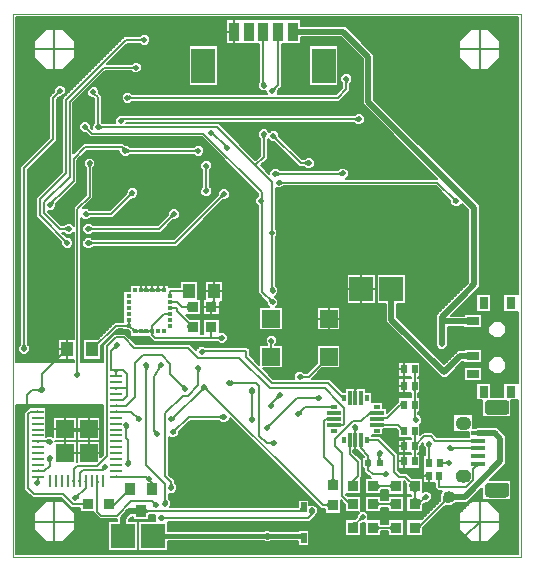
<source format=gbl>
G04 PROTEUS RS274X GERBER FILE*
%FSLAX24Y24*%
%MOIN*%
%ADD10C,0.0070*%
%ADD11C,0.0200*%
%ADD34C,0.0150*%
%ADD13C,0.0013*%
%ADD14C,0.0200*%
%ADD15C,0.0400*%
%ADD35R,0.0472X0.0157*%
%ADD18C,0.0012*%
%ADD30R,0.0118X0.0216*%
%ADD31R,0.0118X0.0472*%
%ADD32R,0.0216X0.0118*%
%ADD27R,0.0472X0.0118*%
%ADD36R,0.0200X0.0300*%
%ADD37R,0.0216X0.0196*%
%ADD71R,0.0350X0.0350*%
%ADD38R,0.0350X0.0370*%
%ADD39R,0.0393X0.0100*%
%ADD40R,0.0100X0.0393*%
%ADD41R,0.0590X0.0590*%
%ADD73R,0.0800X0.0800*%
%ADD22R,0.0350X0.0400*%
%ADD42R,0.0200X0.0330*%
%ADD43R,0.0318X0.0629*%
%ADD44R,0.0787X0.1181*%
%ADD45R,0.0118X0.0177*%
%ADD46R,0.0177X0.0118*%
%ADD19R,0.0400X0.0500*%
%ADD47R,0.0433X0.0275*%
%ADD48R,0.0314X0.0393*%
%ADD33C,0.0020*%
G54D10*
X-2085Y-3386D02*
X+1858Y-7330D01*
X+2029Y-7330D01*
X+2204Y-7333D01*
X-6045Y+2377D02*
X-5198Y+2377D01*
X-4483Y+3092D01*
X+2559Y-4606D02*
X+2519Y-4645D01*
X+2244Y-4645D01*
X+2575Y-4091D02*
X+2575Y-4089D01*
X+2575Y-4091D02*
X+2575Y-4590D01*
X+2559Y-4606D02*
X+2575Y-4590D01*
X+2575Y-4091D02*
X+2549Y-4063D01*
X+2575Y-4089D01*
X+4291Y-8070D02*
X+3543Y-8070D01*
X+3188Y-7716D02*
X+2877Y-8027D01*
X+2877Y-8041D01*
X+2863Y-8070D01*
X-3228Y-354D02*
X-3228Y-196D01*
X-2598Y-196D01*
X-3228Y-551D02*
X-3000Y-551D01*
X-2842Y-708D01*
X-2480Y-708D01*
X-3228Y-748D02*
X-3000Y-748D01*
X-3000Y-868D01*
X-2480Y-1388D01*
X-4558Y-6771D02*
X-5070Y-7283D01*
X-5275Y-7283D01*
X-4188Y-7521D02*
X+1100Y-7521D01*
X+1220Y-7401D01*
G54D11*
X-4194Y-7527D02*
X-4586Y-7527D01*
X-4803Y-7744D01*
X-4803Y-8346D01*
G54D10*
X-4188Y-7521D02*
X-4194Y-7527D01*
X+3661Y-4645D02*
X+4364Y-4645D01*
X+4561Y-4842D01*
X+3661Y-4448D02*
X+3685Y-4424D01*
X+4000Y-4424D01*
X+4448Y-3976D01*
X+4561Y-3976D01*
X+2244Y-4448D02*
X+1968Y-4448D01*
X+1889Y-4527D01*
X+1889Y-5708D01*
X+2204Y-6023D01*
X+2204Y-6653D01*
X+2755Y-5157D02*
X+2755Y-5618D01*
X+3025Y-5888D01*
X+3025Y-6344D01*
X+2863Y-6506D01*
X+2863Y-6692D01*
X+3661Y-4251D02*
X+3429Y-4251D01*
X+3151Y-4529D01*
X+2872Y-4529D01*
X+2283Y-5118D01*
X+2283Y-5354D02*
X+2516Y-5587D01*
X+2516Y-7024D01*
X+2774Y-7283D01*
X+2863Y-7283D01*
X+2283Y-5118D02*
X+2283Y-5354D01*
X+3700Y-4251D02*
X+3661Y-4251D01*
X+3543Y-6692D02*
X+4291Y-6692D01*
X+3543Y-7283D02*
X+4291Y-7283D01*
X+6306Y+2803D02*
X+5680Y+3430D01*
X+1701Y+3430D01*
X+1708Y+3436D01*
X+5388Y-6338D02*
X+5388Y-6638D01*
X+5500Y-6750D01*
X+2000Y-8750D02*
X+2399Y-8350D01*
X+6609Y-8350D01*
X+7086Y-7874D01*
X-3298Y+2762D02*
X-3298Y+3201D01*
X-2500Y+4000D01*
X+5500Y+5750D02*
X+6750Y+5750D01*
X+7086Y+6086D01*
X+7086Y+7874D01*
X-6664Y-2125D02*
X-7500Y-2961D01*
X-7500Y-3500D01*
X-1758Y-196D02*
X-1758Y-616D01*
X-1850Y-708D01*
X-5039Y-2834D02*
X-5195Y-2834D01*
X-5195Y-2195D01*
X-5000Y-2000D01*
X+2000Y-8750D02*
X+0Y-8750D01*
X+5500Y+5750D02*
X+4750Y+5750D01*
X-5039Y-2834D02*
X-5039Y-3031D01*
X-6732Y-4791D02*
X-6732Y-4133D01*
X-6850Y-4015D01*
X-7000Y-4015D01*
X+2000Y-8750D02*
X+1250Y-8000D01*
X-1750Y-8000D01*
X-7250Y-4015D02*
X-7000Y-4015D01*
X-8000Y-4015D02*
X-7250Y-4015D01*
X+4561Y-5354D02*
X+4561Y-5145D01*
X+4250Y-5145D01*
X+4250Y-5250D01*
X-8000Y-4015D02*
X-8228Y-4015D01*
X-8307Y-4094D01*
X-8307Y-4291D01*
X-6732Y-5578D02*
X-6732Y-4814D01*
X-6732Y-4791D02*
X-6732Y-4814D01*
X-5944Y-5578D02*
X-5933Y-5578D01*
X-5877Y-5522D01*
X-5944Y-5578D02*
X-6732Y-5578D01*
X-5944Y-5578D02*
X-5944Y-4893D01*
X-5996Y-4842D01*
X-6732Y-4791D02*
X-6437Y-4842D01*
X-5996Y-4842D01*
X-5944Y-4791D01*
X+2952Y-4724D02*
X+2952Y-5157D01*
X+2958Y-3363D02*
X+2952Y-3368D01*
X+2952Y-3740D01*
X+4561Y-2795D02*
X+4561Y-3377D01*
X+4557Y-3381D01*
X+4561Y-3346D01*
X+4561Y-5354D02*
X+4561Y-5866D01*
X+4561Y-6120D01*
X+4778Y-6338D01*
X+5388Y-6338D01*
X-4881Y+5472D02*
X-4763Y+5551D01*
X+3058Y+5537D01*
X-500Y-3500D02*
X-500Y-4500D01*
X-6063Y+5282D02*
X-5845Y+5063D01*
X-2123Y+5063D01*
X-173Y+3113D01*
X-173Y+2810D01*
X+186Y-563D02*
X-173Y-203D01*
X-173Y+2627D01*
X-173Y+2810D02*
X-173Y+2627D01*
X-189Y+2826D02*
X-173Y+2810D01*
X+168Y+1769D02*
X+168Y+3000D01*
X+168Y+1769D02*
X+168Y+1511D01*
X+155Y+1756D02*
X+168Y+1769D01*
X+190Y-180D02*
X+168Y-158D01*
X+168Y+1511D01*
X+6072Y-5903D02*
X+5756Y-5903D01*
X+5753Y-5905D01*
X+6062Y-7047D02*
X+5039Y-8070D01*
X+4921Y-8070D01*
X+4921Y-5354D02*
X+4909Y-5374D01*
X+4921Y-5386D01*
X+4921Y-5275D02*
X+4909Y-5296D01*
X+4921Y-5307D01*
X+4921Y-3319D02*
X+4921Y-2795D01*
X+4921Y-3346D02*
X+4902Y-3337D01*
X+4921Y-3319D01*
X+4921Y-3503D02*
X+4902Y-3495D01*
X+4921Y-3476D01*
X+4921Y-3976D02*
X+4921Y-3503D01*
X+4921Y-3476D01*
X+4921Y-3464D01*
X+4921Y-3437D01*
X+4921Y-3346D02*
X+4921Y-3358D01*
X+4921Y-3385D01*
X+4921Y-3437D01*
X+4921Y-3976D02*
X+4921Y-4440D01*
X+4976Y-4495D01*
X+0Y-4750D02*
X+1000Y-3750D01*
X+1750Y-3750D01*
G54D34*
X+0Y-8346D02*
X+1141Y-8346D01*
X+1220Y-8425D01*
X+0Y-8346D02*
X-3803Y-8346D01*
G54D10*
X-1854Y+5081D02*
X-1854Y+5128D01*
X-1338Y+4566D02*
X-1338Y+4613D01*
X-1854Y+5128D01*
X-2023Y+3143D02*
X-2023Y+3993D01*
X-3818Y-1338D02*
X-3425Y-944D01*
X-3228Y-944D01*
X-4015Y-1535D02*
X-4015Y-1535D01*
X-4212Y-1535D01*
X-4409Y-1535D02*
X-4409Y-1535D01*
X-4212Y-1535D01*
X-3818Y-1535D02*
X-3818Y-1338D01*
X-4212Y-1535D02*
X-4212Y-1535D01*
X-4606Y-1141D02*
X-4606Y-1338D01*
X-7217Y+2689D02*
X-7217Y+2703D01*
X-6731Y+3188D01*
X-4723Y+4486D02*
X-4842Y+4606D01*
X-6062Y+4606D01*
X-6101Y+4568D01*
X-6446Y+4223D01*
X-6731Y+3188D02*
X-6446Y+3474D01*
X-6446Y+4223D01*
X+4921Y-6692D02*
X+4617Y-6388D01*
X+4405Y-6388D01*
X+4232Y-6215D01*
X+4232Y-5688D01*
X+3700Y-5157D01*
X+3346Y-5157D01*
X+4921Y-7283D02*
X+4961Y-7257D01*
X+5083Y-7257D01*
X+5293Y-7047D01*
X-2284Y+4489D02*
X-4720Y+4489D01*
X-4723Y+4486D01*
X+1051Y-4289D02*
X+1285Y-4055D01*
X+2244Y-4055D01*
X+4921Y-6692D02*
X+4924Y-6637D01*
X+4921Y-6640D01*
X+4921Y-7283D01*
X+5393Y-5275D02*
X+5393Y-5905D01*
X+3380Y-5905D02*
X+3380Y-6148D01*
X+3384Y-6153D01*
X+3530Y-6299D01*
X+3976Y-6299D01*
X+3380Y-5905D02*
X+3380Y-5678D01*
X+3137Y-5435D01*
X+3137Y-5169D01*
X+3149Y-5157D01*
X-4212Y-157D02*
X-4015Y-157D01*
X-3818Y-157D01*
X-3622Y-157D01*
X-3425Y-157D01*
X-4015Y-1535D02*
X-3818Y-1535D01*
X-4409Y-1535D02*
X-4606Y-1338D01*
X-3818Y-1653D02*
X-3722Y-1750D01*
X-3818Y-1535D02*
X-3818Y-1653D01*
X-3425Y+39D02*
X-3214Y+250D01*
X-3031Y+250D01*
X-3425Y-157D02*
X-3425Y+39D01*
X-3031Y+250D02*
X-2000Y+250D01*
X-1758Y+118D02*
X-1890Y+250D01*
X-1758Y-196D02*
X-1758Y+118D01*
X-1890Y+250D02*
X-2000Y+250D01*
X-1850Y-1750D02*
X-1850Y-1407D01*
X-1831Y-1388D01*
X-1850Y-1388D01*
X-3722Y-1750D02*
X-1850Y-1750D01*
X-1500Y-1750D01*
X-8000Y-3661D02*
X-7838Y-3500D01*
X-7755Y-3500D01*
X-7500Y-3500D02*
X-7755Y-3500D01*
X-8000Y-4015D02*
X-8000Y-3661D01*
X-4671Y-2952D02*
X-4789Y-2834D01*
X-5039Y-2834D01*
X-5039Y-3425D02*
X-4671Y-3425D01*
X-5039Y-3818D02*
X-4794Y-3818D01*
X-4671Y-3695D01*
X-4671Y-3425D01*
X-4671Y-2952D01*
X-3818Y-6586D02*
X-3818Y-6771D01*
X-6316Y+2559D02*
X-5914Y+2961D01*
X-5914Y+4069D01*
X-6316Y+2559D02*
X-6316Y-2994D01*
X-4648Y+6259D02*
X+2362Y+6259D01*
X+2640Y+6537D01*
X+2640Y+6890D01*
X+2549Y-4063D02*
X+2512Y-4022D01*
X+2575Y-4089D02*
X+2575Y-4085D01*
X+2512Y-4022D01*
X+2512Y-4022D01*
X+4921Y-4842D02*
X+4921Y-5275D01*
X+4921Y-5307D01*
X+4921Y-5354D01*
X+4921Y-5386D01*
X+4921Y-5429D01*
X+4921Y-5866D01*
X+7052Y-5941D02*
X+6866Y-6128D01*
X+6866Y-6470D01*
X+6624Y-6712D01*
X+5748Y-6712D01*
X+5748Y-6338D01*
X+6338Y-5429D02*
X+6102Y-5429D01*
X+7052Y-5429D02*
X+6338Y-5429D01*
X+5748Y-5174D02*
X+5607Y-5174D01*
X+5459Y-5027D01*
X+5248Y-5027D01*
X+4921Y-5354D01*
X+5748Y-5174D02*
X+7052Y-5174D01*
G54D11*
X+6062Y-7047D02*
X+6594Y-7047D01*
X+7777Y-5864D01*
X+7777Y-5102D01*
X+7589Y-4914D01*
X+7056Y-4914D01*
X+7052Y-4918D01*
X+6870Y-2362D02*
X+6437Y-2362D01*
X+5905Y-2893D01*
G54D10*
X-3298Y+2762D02*
X-3750Y+2762D01*
X-4377Y+2134D01*
X-6023Y+2134D01*
X-6169Y+1988D01*
X-6169Y+1307D01*
X-5112Y+250D01*
X-5000Y+250D01*
X-4448Y+250D02*
X-4212Y+13D01*
X-4212Y-118D01*
X-4212Y-157D01*
X-4448Y+250D02*
X-5000Y+250D01*
X-7641Y-6377D02*
X-7641Y-6583D01*
X-7654Y-6596D01*
X-6664Y-2125D02*
X-6664Y+1054D01*
X-7750Y+2139D01*
X-7750Y+3750D01*
X-7000Y+4500D01*
X-5649Y-7539D02*
X-5519Y-7669D01*
X-5005Y-7669D01*
X-4532Y-7195D01*
X-3843Y-7195D01*
X-3688Y-7350D01*
X-3688Y-7326D01*
X-3539Y-7751D02*
X-2501Y-7751D01*
X-2177Y-7751D01*
X-2176Y-7750D01*
X-2500Y-7750D01*
X-2501Y-7751D01*
X-5649Y-7539D02*
X-5649Y-6515D01*
X+1500Y-7618D02*
X+1368Y-7750D01*
X+1102Y-7750D01*
X+1500Y-7500D02*
X+1500Y-7618D01*
X+1102Y-7750D02*
X-2176Y-7750D01*
X-118Y+8464D02*
X-118Y+6672D01*
X-107Y+6662D01*
X-107Y+5042D02*
X-107Y+4281D01*
X-383Y+4005D01*
X-5625Y+5276D02*
X-1654Y+5276D01*
X-383Y+4005D01*
X+168Y+3453D01*
X+168Y+3000D01*
X+2525Y+3736D02*
X+2502Y+3713D01*
X+275Y+3720D01*
X+1701Y+3430D02*
X+393Y+3428D01*
X+374Y+8464D02*
X+374Y+6684D01*
X+172Y+6483D01*
X+215Y+4984D02*
X+1121Y+4078D01*
X+1399Y+4078D01*
X-5039Y-4015D02*
X-4692Y-4015D01*
X-4386Y-3709D01*
X-4386Y-2581D01*
X-4140Y-2335D01*
X-3504Y-2335D01*
X-3216Y-2623D01*
X-3216Y-2946D01*
X-2719Y-3443D01*
X-7641Y-6181D02*
X-7421Y-6181D01*
X-7244Y-6003D01*
X-7244Y-5767D01*
X-8100Y-2112D02*
X-8100Y+3908D01*
X-7129Y+4879D01*
X-1434Y+3043D02*
X-3065Y+1412D01*
X-5958Y+1412D01*
X-6653Y+1417D02*
X-7578Y+2342D01*
X-7578Y+2874D01*
X-6711Y+3741D01*
X-6711Y+6182D01*
X-4704Y+8188D01*
X-4094Y+8188D01*
X-3101Y+2376D02*
X-3585Y+1892D01*
X-5958Y+1892D01*
X-6614Y+1889D02*
X-6617Y+1892D01*
X-6910Y+1892D01*
X-7421Y+2403D01*
X-7421Y+2775D01*
X-6581Y+3615D01*
X-6581Y+6128D01*
X-5445Y+7263D01*
X-4366Y+7263D01*
X-5625Y+5276D02*
X-5625Y+6275D01*
X-5748Y+6397D01*
X-5787Y+6437D01*
X-6896Y+6494D02*
X-7129Y+6261D01*
X-7129Y+4879D01*
X-6437Y-6515D02*
X-6437Y-6131D01*
X-6315Y-6009D01*
X-5649Y-6009D01*
X-5331Y-5691D01*
X-5331Y-2029D01*
X-5033Y-1732D01*
X-4774Y-1732D01*
X-4424Y-2082D01*
X-2622Y-2082D01*
X-2299Y-2405D01*
X-921Y-2405D01*
X+108Y-3435D01*
X+1938Y-3435D01*
X+2381Y-3877D01*
X+2512Y-4022D01*
X-6240Y-6515D02*
X-6240Y-6259D01*
X-6141Y-6161D01*
X-5485Y-6161D01*
X-5436Y-6112D01*
X-5436Y-6028D01*
X-5425Y-6017D01*
X-5403Y-6039D01*
X-4627Y-5937D02*
X-4627Y-5156D01*
X-4696Y-5086D01*
X-4696Y-4655D01*
X-4696Y-4655D01*
X-4682Y-4655D01*
X-3660Y-4950D02*
X-3750Y-4860D01*
X-3750Y-3041D01*
X-3543Y-2637D01*
X-7641Y-4212D02*
X-7838Y-4213D01*
X-7894Y-4213D01*
X-7952Y-4271D01*
X-7952Y-6754D01*
X-7754Y-6952D01*
X-6807Y-6952D01*
X-6476Y-7283D01*
X-5955Y-7283D01*
X-2085Y-3386D02*
X-2085Y-3403D01*
X-3149Y-4468D01*
X-3188Y-4468D01*
X-4251Y-4468D02*
X-4537Y-4212D01*
X-5039Y-4212D01*
X-4021Y-5019D02*
X-4021Y-5073D01*
X-4021Y-5997D01*
X-3384Y-6633D01*
X-4021Y-2666D02*
X-4021Y-5019D01*
X-3384Y-6633D02*
X-3384Y-7272D01*
X-1250Y-3250D02*
X-354Y-3250D01*
X-250Y-3354D01*
X-250Y-5005D01*
X-5Y-5250D01*
X+250Y-5250D01*
X+130Y-2370D02*
X+130Y-1858D01*
X+151Y-1837D01*
G54D11*
X+5825Y-1954D02*
X+5825Y-1200D01*
X+5825Y-1045D01*
X+6530Y-340D02*
X+6259Y-610D01*
X+5825Y-1045D01*
X+6530Y-340D02*
X+6905Y+34D01*
X+6905Y+2598D01*
X+3385Y+6117D01*
X+3385Y+7618D01*
X+2539Y+8464D01*
X+866Y+8464D01*
X+6870Y-1200D02*
X+5825Y-1200D01*
X+4150Y-120D02*
X+4150Y-1138D01*
X+5905Y-2893D01*
G54D10*
X-3942Y-6439D02*
X-3942Y-6463D01*
X-3818Y-6586D01*
X-5039Y-6377D02*
X-4370Y-6377D01*
X-4027Y-6377D01*
X-3972Y-6432D01*
X-3942Y-6463D01*
X-7641Y-5196D02*
X-7254Y-5196D01*
X-7243Y-5207D01*
X-3130Y-4900D02*
X-2610Y-4380D01*
X-1450Y-4380D01*
X-1440Y-4390D01*
X+127Y-4022D02*
X+127Y-3962D01*
X+430Y-3660D01*
X+1092Y-3036D02*
X+1392Y-3036D01*
X+2059Y-2370D01*
X-4606Y-1338D02*
X-5028Y-1338D01*
X-5815Y-2125D01*
X-5824Y-2125D01*
X-5984Y-2125D01*
X+3764Y-5599D02*
X+3740Y-5624D01*
X+3754Y-5905D01*
X+2559Y-3740D02*
X+2539Y-3740D01*
X+2047Y-3248D01*
X+157Y-3248D01*
X-708Y-2381D01*
X-708Y-2185D01*
X-2115Y-2185D01*
X-2178Y-2247D01*
X-2178Y-2210D01*
X-2283Y-2736D02*
X-2283Y-3326D01*
X-2637Y-3681D01*
X-2811Y-3681D01*
X-3385Y-4255D01*
X-3385Y-6358D01*
X-3196Y-6547D01*
X-3196Y-6742D01*
X-3189Y-6742D01*
X-6382Y-7088D02*
X-6043Y-6748D01*
X-6043Y-6515D01*
X+7052Y-5941D02*
X+7011Y-5928D01*
X+6986Y-6008D01*
X+7065Y-5983D01*
X+7052Y-5941D01*
G54D13*
X+6986Y-6008D02*
X+6986Y-6008D01*
X+6996Y-6004D02*
X+6996Y-5976D01*
X+7006Y-6001D02*
X+7006Y-5944D01*
X+7016Y-5998D02*
X+7016Y-5929D01*
X+7026Y-5995D02*
X+7026Y-5932D01*
X+7036Y-5992D02*
X+7036Y-5935D01*
X+7046Y-5989D02*
X+7046Y-5939D01*
X+7056Y-5985D02*
X+7056Y-5953D01*
X+7065Y-5983D02*
X+7065Y-5983D01*
G54D10*
X+7052Y-5429D02*
X+7032Y-5391D01*
X+6959Y-5429D01*
X+7032Y-5468D01*
X+7052Y-5429D01*
G54D13*
X+7032Y-5468D02*
X+7032Y-5468D01*
X+7013Y-5458D02*
X+7037Y-5458D01*
X+6994Y-5448D02*
X+7042Y-5448D01*
X+6975Y-5438D02*
X+7047Y-5438D01*
X+6960Y-5428D02*
X+7051Y-5428D01*
X+6980Y-5418D02*
X+7046Y-5418D01*
X+6999Y-5408D02*
X+7040Y-5408D01*
X+7018Y-5398D02*
X+7035Y-5398D01*
X+7032Y-5391D02*
X+7032Y-5391D01*
G54D10*
X+7052Y-5174D02*
X+7032Y-5135D01*
X+6959Y-5174D01*
X+7032Y-5212D01*
X+7052Y-5174D01*
G54D13*
X+7032Y-5212D02*
X+7032Y-5212D01*
X+7012Y-5202D02*
X+7037Y-5202D01*
X+6993Y-5192D02*
X+7042Y-5192D01*
X+6974Y-5182D02*
X+7047Y-5182D01*
X+6962Y-5172D02*
X+7050Y-5172D01*
X+6981Y-5162D02*
X+7045Y-5162D01*
X+7000Y-5152D02*
X+7040Y-5152D01*
X+7018Y-5142D02*
X+7035Y-5142D01*
X+7032Y-5135D02*
X+7032Y-5135D01*
G54D10*
X+2559Y-3740D02*
X+2565Y-3716D01*
X+2497Y-3698D01*
X+2539Y-3754D01*
X+2559Y-3740D01*
G54D13*
X+2539Y-3754D02*
X+2539Y-3754D01*
X+2531Y-3744D02*
X+2553Y-3744D01*
X+2524Y-3734D02*
X+2560Y-3734D01*
X+2516Y-3724D02*
X+2563Y-3724D01*
X+2509Y-3714D02*
X+2557Y-3714D01*
X+2501Y-3704D02*
X+2519Y-3704D01*
X+2497Y-3698D02*
X+2497Y-3698D01*
G54D10*
X+2952Y-3740D02*
X+2975Y-3732D01*
X+2952Y-3666D01*
X+2930Y-3732D01*
X+2952Y-3740D01*
G54D13*
X+2930Y-3732D02*
X+2930Y-3732D01*
X+2940Y-3735D02*
X+2940Y-3702D01*
X+2950Y-3739D02*
X+2950Y-3672D01*
X+2960Y-3737D02*
X+2960Y-3688D01*
X+2970Y-3733D02*
X+2970Y-3717D01*
X+2975Y-3732D02*
X+2975Y-3732D01*
G54D10*
X+3661Y-4251D02*
X+3653Y-4229D01*
X+3587Y-4251D01*
X+3653Y-4274D01*
X+3661Y-4251D01*
G54D13*
X+3653Y-4274D02*
X+3653Y-4274D01*
X+3624Y-4264D02*
X+3656Y-4264D01*
X+3595Y-4254D02*
X+3659Y-4254D01*
X+3608Y-4244D02*
X+3658Y-4244D01*
X+3638Y-4234D02*
X+3654Y-4234D01*
X+3653Y-4229D02*
X+3653Y-4229D01*
G54D10*
X+3661Y-4448D02*
X+3676Y-4467D01*
X+3731Y-4424D01*
X+3661Y-4424D01*
X+3661Y-4448D01*
G54D13*
X+3676Y-4467D02*
X+3676Y-4467D01*
X+3668Y-4457D02*
X+3688Y-4457D01*
X+3661Y-4447D02*
X+3701Y-4447D01*
X+3661Y-4437D02*
X+3714Y-4437D01*
X+3661Y-4427D02*
X+3727Y-4427D01*
X+3661Y-4424D02*
X+3731Y-4424D01*
G54D10*
X+3661Y-4645D02*
X+3669Y-4668D01*
X+3735Y-4645D01*
X+3669Y-4622D01*
X+3661Y-4645D01*
G54D13*
X+3669Y-4668D02*
X+3669Y-4668D01*
X+3665Y-4658D02*
X+3697Y-4658D01*
X+3662Y-4648D02*
X+3726Y-4648D01*
X+3663Y-4638D02*
X+3714Y-4638D01*
X+3666Y-4628D02*
X+3686Y-4628D01*
X+3669Y-4622D02*
X+3669Y-4622D01*
G54D10*
X+3346Y-5157D02*
X+3354Y-5180D01*
X+3420Y-5157D01*
X+3354Y-5134D01*
X+3346Y-5157D01*
G54D13*
X+3354Y-5180D02*
X+3354Y-5180D01*
X+3350Y-5170D02*
X+3382Y-5170D01*
X+3347Y-5160D02*
X+3411Y-5160D01*
X+3348Y-5150D02*
X+3399Y-5150D01*
X+3351Y-5140D02*
X+3371Y-5140D01*
X+3354Y-5134D02*
X+3354Y-5134D01*
G54D10*
X+3149Y-5157D02*
X+3125Y-5161D01*
X+3137Y-5230D01*
X+3170Y-5168D01*
X+3149Y-5157D01*
G54D13*
X+3125Y-5161D02*
X+3125Y-5161D01*
X+3135Y-5218D02*
X+3135Y-5159D01*
X+3145Y-5214D02*
X+3145Y-5157D01*
X+3155Y-5196D02*
X+3155Y-5160D01*
X+3165Y-5177D02*
X+3165Y-5165D01*
X+3170Y-5168D02*
X+3170Y-5168D01*
G54D10*
X+2952Y-5157D02*
X+2975Y-5149D01*
X+2952Y-5083D01*
X+2930Y-5149D01*
X+2952Y-5157D01*
G54D13*
X+2930Y-5149D02*
X+2930Y-5149D01*
X+2940Y-5152D02*
X+2940Y-5119D01*
X+2950Y-5156D02*
X+2950Y-5089D01*
X+2960Y-5154D02*
X+2960Y-5105D01*
X+2970Y-5150D02*
X+2970Y-5134D01*
X+2975Y-5149D02*
X+2975Y-5149D01*
G54D10*
X+2755Y-5157D02*
X+2733Y-5165D01*
X+2755Y-5231D01*
X+2778Y-5165D01*
X+2755Y-5157D01*
G54D13*
X+2733Y-5165D02*
X+2733Y-5165D01*
X+2743Y-5195D02*
X+2743Y-5161D01*
X+2753Y-5225D02*
X+2753Y-5157D01*
X+2763Y-5208D02*
X+2763Y-5159D01*
X+2773Y-5179D02*
X+2773Y-5163D01*
X+2778Y-5165D02*
X+2778Y-5165D01*
G54D10*
X+2244Y-4645D02*
X+2251Y-4668D01*
X+2318Y-4645D01*
X+2251Y-4622D01*
X+2244Y-4645D01*
G54D13*
X+2251Y-4668D02*
X+2251Y-4668D01*
X+2247Y-4658D02*
X+2280Y-4658D01*
X+2244Y-4648D02*
X+2309Y-4648D01*
X+2246Y-4638D02*
X+2297Y-4638D01*
X+2249Y-4628D02*
X+2268Y-4628D01*
X+2251Y-4622D02*
X+2251Y-4622D01*
G54D10*
X+2244Y-4448D02*
X+2236Y-4426D01*
X+2170Y-4448D01*
X+2236Y-4471D01*
X+2244Y-4448D01*
G54D13*
X+2236Y-4471D02*
X+2236Y-4471D01*
X+2207Y-4461D02*
X+2239Y-4461D01*
X+2178Y-4451D02*
X+2242Y-4451D01*
X+2191Y-4441D02*
X+2241Y-4441D01*
X+2221Y-4431D02*
X+2237Y-4431D01*
X+2236Y-4426D02*
X+2236Y-4426D01*
G54D10*
X+2244Y-4055D02*
X+2236Y-4032D01*
X+2170Y-4055D01*
X+2236Y-4077D01*
X+2244Y-4055D01*
G54D13*
X+2236Y-4077D02*
X+2236Y-4077D01*
X+2206Y-4067D02*
X+2239Y-4067D01*
X+2176Y-4057D02*
X+2243Y-4057D01*
X+2192Y-4047D02*
X+2241Y-4047D01*
X+2221Y-4037D02*
X+2237Y-4037D01*
X+2236Y-4032D02*
X+2236Y-4032D01*
G54D10*
X+4921Y-4842D02*
X+4867Y-4879D01*
X+4921Y-4957D01*
X+4974Y-4879D01*
X+4921Y-4842D01*
G54D13*
X+4867Y-4879D02*
X+4867Y-4879D01*
X+4877Y-4893D02*
X+4877Y-4872D01*
X+4887Y-4907D02*
X+4887Y-4865D01*
X+4897Y-4922D02*
X+4897Y-4858D01*
X+4907Y-4936D02*
X+4907Y-4851D01*
X+4917Y-4951D02*
X+4917Y-4844D01*
X+4927Y-4948D02*
X+4927Y-4846D01*
X+4937Y-4933D02*
X+4937Y-4853D01*
X+4947Y-4918D02*
X+4947Y-4860D01*
X+4957Y-4904D02*
X+4957Y-4867D01*
X+4967Y-4889D02*
X+4967Y-4874D01*
X+4974Y-4879D02*
X+4974Y-4879D01*
G54D10*
X+4561Y-4842D02*
X+4573Y-4778D01*
X+4479Y-4761D01*
X+4497Y-4854D01*
X+4561Y-4842D01*
G54D13*
X+4497Y-4854D02*
X+4497Y-4854D01*
X+4495Y-4844D02*
X+4550Y-4844D01*
X+4493Y-4834D02*
X+4562Y-4834D01*
X+4491Y-4824D02*
X+4564Y-4824D01*
X+4489Y-4814D02*
X+4566Y-4814D01*
X+4487Y-4804D02*
X+4568Y-4804D01*
X+4485Y-4794D02*
X+4570Y-4794D01*
X+4483Y-4784D02*
X+4571Y-4784D01*
X+4481Y-4774D02*
X+4550Y-4774D01*
X+4479Y-4764D02*
X+4495Y-4764D01*
X+4479Y-4761D02*
X+4479Y-4761D01*
G54D10*
X+4921Y-3976D02*
X+4974Y-3939D01*
X+4921Y-3861D01*
X+4867Y-3939D01*
X+4921Y-3976D01*
G54D13*
X+4867Y-3939D02*
X+4867Y-3939D01*
X+4877Y-3945D02*
X+4877Y-3924D01*
X+4887Y-3952D02*
X+4887Y-3910D01*
X+4897Y-3959D02*
X+4897Y-3895D01*
X+4907Y-3966D02*
X+4907Y-3881D01*
X+4917Y-3973D02*
X+4917Y-3866D01*
X+4927Y-3971D02*
X+4927Y-3869D01*
X+4937Y-3964D02*
X+4937Y-3884D01*
X+4947Y-3957D02*
X+4947Y-3899D01*
X+4957Y-3950D02*
X+4957Y-3913D01*
X+4967Y-3943D02*
X+4967Y-3928D01*
X+4974Y-3939D02*
X+4974Y-3939D01*
G54D10*
X+4921Y-3976D02*
X+4867Y-4013D01*
X+4921Y-4091D01*
X+4974Y-4013D01*
X+4921Y-3976D01*
G54D13*
X+4867Y-4013D02*
X+4867Y-4013D01*
X+4877Y-4027D02*
X+4877Y-4006D01*
X+4887Y-4041D02*
X+4887Y-3999D01*
X+4897Y-4056D02*
X+4897Y-3992D01*
X+4907Y-4070D02*
X+4907Y-3985D01*
X+4917Y-4085D02*
X+4917Y-3978D01*
X+4927Y-4082D02*
X+4927Y-3980D01*
X+4937Y-4067D02*
X+4937Y-3987D01*
X+4947Y-4052D02*
X+4947Y-3994D01*
X+4957Y-4038D02*
X+4957Y-4001D01*
X+4967Y-4023D02*
X+4967Y-4008D01*
X+4974Y-4013D02*
X+4974Y-4013D01*
G54D10*
X+4561Y-3976D02*
X+4523Y-3923D01*
X+4446Y-3978D01*
X+4525Y-4030D01*
X+4561Y-3976D01*
G54D13*
X+4525Y-4030D02*
X+4525Y-4030D01*
X+4509Y-4020D02*
X+4531Y-4020D01*
X+4494Y-4010D02*
X+4538Y-4010D01*
X+4479Y-4000D02*
X+4545Y-4000D01*
X+4464Y-3990D02*
X+4551Y-3990D01*
X+4449Y-3980D02*
X+4558Y-3980D01*
X+4457Y-3970D02*
X+4556Y-3970D01*
X+4471Y-3960D02*
X+4549Y-3960D01*
X+4485Y-3950D02*
X+4542Y-3950D01*
X+4499Y-3940D02*
X+4535Y-3940D01*
X+4513Y-3930D02*
X+4528Y-3930D01*
X+4523Y-3923D02*
X+4523Y-3923D01*
G54D10*
X+4561Y-3346D02*
X+4614Y-3309D01*
X+4561Y-3231D01*
X+4507Y-3309D01*
X+4561Y-3346D01*
G54D13*
X+4507Y-3309D02*
X+4507Y-3309D01*
X+4517Y-3315D02*
X+4517Y-3294D01*
X+4527Y-3322D02*
X+4527Y-3280D01*
X+4537Y-3329D02*
X+4537Y-3265D01*
X+4547Y-3336D02*
X+4547Y-3251D01*
X+4557Y-3343D02*
X+4557Y-3236D01*
X+4567Y-3341D02*
X+4567Y-3239D01*
X+4577Y-3334D02*
X+4577Y-3254D01*
X+4587Y-3327D02*
X+4587Y-3269D01*
X+4597Y-3320D02*
X+4597Y-3283D01*
X+4607Y-3313D02*
X+4607Y-3298D01*
X+4614Y-3309D02*
X+4614Y-3309D01*
G54D10*
X+4561Y-5354D02*
X+4507Y-5391D01*
X+4561Y-5469D01*
X+4614Y-5391D01*
X+4561Y-5354D01*
G54D13*
X+4507Y-5391D02*
X+4507Y-5391D01*
X+4517Y-5405D02*
X+4517Y-5384D01*
X+4527Y-5419D02*
X+4527Y-5377D01*
X+4537Y-5434D02*
X+4537Y-5370D01*
X+4547Y-5448D02*
X+4547Y-5363D01*
X+4557Y-5463D02*
X+4557Y-5356D01*
X+4567Y-5460D02*
X+4567Y-5358D01*
X+4577Y-5445D02*
X+4577Y-5365D01*
X+4587Y-5430D02*
X+4587Y-5372D01*
X+4597Y-5416D02*
X+4597Y-5379D01*
X+4607Y-5401D02*
X+4607Y-5386D01*
X+4614Y-5391D02*
X+4614Y-5391D01*
G54D10*
X+4561Y-5354D02*
X+4614Y-5317D01*
X+4561Y-5239D01*
X+4507Y-5317D01*
X+4561Y-5354D01*
G54D13*
X+4507Y-5317D02*
X+4507Y-5317D01*
X+4517Y-5323D02*
X+4517Y-5302D01*
X+4527Y-5330D02*
X+4527Y-5288D01*
X+4537Y-5337D02*
X+4537Y-5273D01*
X+4547Y-5344D02*
X+4547Y-5259D01*
X+4557Y-5351D02*
X+4557Y-5244D01*
X+4567Y-5349D02*
X+4567Y-5247D01*
X+4577Y-5342D02*
X+4577Y-5262D01*
X+4587Y-5335D02*
X+4587Y-5277D01*
X+4597Y-5328D02*
X+4597Y-5291D01*
X+4607Y-5321D02*
X+4607Y-5306D01*
X+4614Y-5317D02*
X+4614Y-5317D01*
G54D10*
X+4921Y-5354D02*
X+4985Y-5366D01*
X+5002Y-5273D01*
X+4909Y-5290D01*
X+4921Y-5354D01*
G54D13*
X+4985Y-5366D02*
X+4985Y-5366D01*
X+4931Y-5356D02*
X+4986Y-5356D01*
X+4919Y-5346D02*
X+4988Y-5346D01*
X+4917Y-5336D02*
X+4990Y-5336D01*
X+4915Y-5326D02*
X+4992Y-5326D01*
X+4913Y-5316D02*
X+4994Y-5316D01*
X+4912Y-5306D02*
X+4995Y-5306D01*
X+4910Y-5296D02*
X+4997Y-5296D01*
X+4930Y-5286D02*
X+4999Y-5286D01*
X+4985Y-5276D02*
X+5001Y-5276D01*
X+5002Y-5273D02*
X+5002Y-5273D01*
G54D10*
X+4921Y-5866D02*
X+4974Y-5829D01*
X+4921Y-5751D01*
X+4867Y-5829D01*
X+4921Y-5866D01*
G54D13*
X+4867Y-5829D02*
X+4867Y-5829D01*
X+4877Y-5835D02*
X+4877Y-5814D01*
X+4887Y-5842D02*
X+4887Y-5800D01*
X+4897Y-5849D02*
X+4897Y-5785D01*
X+4907Y-5856D02*
X+4907Y-5771D01*
X+4917Y-5863D02*
X+4917Y-5756D01*
X+4927Y-5861D02*
X+4927Y-5759D01*
X+4937Y-5854D02*
X+4937Y-5774D01*
X+4947Y-5847D02*
X+4947Y-5789D01*
X+4957Y-5840D02*
X+4957Y-5803D01*
X+4967Y-5833D02*
X+4967Y-5818D01*
X+4974Y-5829D02*
X+4974Y-5829D01*
G54D10*
X+4561Y-5866D02*
X+4507Y-5902D01*
X+4561Y-5981D01*
X+4614Y-5902D01*
X+4561Y-5866D01*
G54D13*
X+4507Y-5902D02*
X+4507Y-5902D01*
X+4517Y-5916D02*
X+4517Y-5895D01*
X+4527Y-5931D02*
X+4527Y-5888D01*
X+4537Y-5945D02*
X+4537Y-5882D01*
X+4547Y-5960D02*
X+4547Y-5875D01*
X+4557Y-5975D02*
X+4557Y-5868D01*
X+4567Y-5972D02*
X+4567Y-5870D01*
X+4577Y-5957D02*
X+4577Y-5876D01*
X+4587Y-5942D02*
X+4587Y-5883D01*
X+4597Y-5927D02*
X+4597Y-5890D01*
X+4607Y-5912D02*
X+4607Y-5897D01*
X+4614Y-5902D02*
X+4614Y-5902D01*
G54D10*
X+4561Y-5866D02*
X+4614Y-5829D01*
X+4561Y-5751D01*
X+4507Y-5829D01*
X+4561Y-5866D01*
G54D13*
X+4507Y-5829D02*
X+4507Y-5829D01*
X+4517Y-5835D02*
X+4517Y-5814D01*
X+4527Y-5842D02*
X+4527Y-5800D01*
X+4537Y-5849D02*
X+4537Y-5785D01*
X+4547Y-5856D02*
X+4547Y-5771D01*
X+4557Y-5863D02*
X+4557Y-5756D01*
X+4567Y-5861D02*
X+4567Y-5759D01*
X+4577Y-5854D02*
X+4577Y-5774D01*
X+4587Y-5847D02*
X+4587Y-5789D01*
X+4597Y-5840D02*
X+4597Y-5803D01*
X+4607Y-5833D02*
X+4607Y-5818D01*
X+4614Y-5829D02*
X+4614Y-5829D01*
G54D10*
X+4921Y-2795D02*
X+4867Y-2832D01*
X+4921Y-2910D01*
X+4974Y-2832D01*
X+4921Y-2795D01*
G54D13*
X+4867Y-2832D02*
X+4867Y-2832D01*
X+4877Y-2846D02*
X+4877Y-2825D01*
X+4887Y-2860D02*
X+4887Y-2818D01*
X+4897Y-2875D02*
X+4897Y-2811D01*
X+4907Y-2889D02*
X+4907Y-2804D01*
X+4917Y-2904D02*
X+4917Y-2797D01*
X+4927Y-2901D02*
X+4927Y-2799D01*
X+4937Y-2886D02*
X+4937Y-2806D01*
X+4947Y-2871D02*
X+4947Y-2813D01*
X+4957Y-2857D02*
X+4957Y-2820D01*
X+4967Y-2842D02*
X+4967Y-2827D01*
X+4974Y-2832D02*
X+4974Y-2832D01*
G54D10*
X+4561Y-2795D02*
X+4507Y-2832D01*
X+4561Y-2910D01*
X+4614Y-2832D01*
X+4561Y-2795D01*
G54D13*
X+4507Y-2832D02*
X+4507Y-2832D01*
X+4517Y-2846D02*
X+4517Y-2825D01*
X+4527Y-2860D02*
X+4527Y-2818D01*
X+4537Y-2875D02*
X+4537Y-2811D01*
X+4547Y-2889D02*
X+4547Y-2804D01*
X+4557Y-2904D02*
X+4557Y-2797D01*
X+4567Y-2901D02*
X+4567Y-2799D01*
X+4577Y-2886D02*
X+4577Y-2806D01*
X+4587Y-2871D02*
X+4587Y-2813D01*
X+4597Y-2857D02*
X+4597Y-2820D01*
X+4607Y-2842D02*
X+4607Y-2827D01*
X+4614Y-2832D02*
X+4614Y-2832D01*
G54D10*
X+3380Y-5905D02*
X+3327Y-5940D01*
X+3380Y-6018D01*
X+3432Y-5940D01*
X+3380Y-5905D01*
G54D13*
X+3327Y-5940D02*
X+3327Y-5940D01*
X+3337Y-5954D02*
X+3337Y-5933D01*
X+3347Y-5969D02*
X+3347Y-5926D01*
X+3357Y-5984D02*
X+3357Y-5920D01*
X+3367Y-5998D02*
X+3367Y-5913D01*
X+3377Y-6013D02*
X+3377Y-5906D01*
X+3387Y-6007D02*
X+3387Y-5909D01*
X+3397Y-5992D02*
X+3397Y-5916D01*
X+3407Y-5977D02*
X+3407Y-5923D01*
X+3417Y-5962D02*
X+3417Y-5929D01*
X+3427Y-5947D02*
X+3427Y-5936D01*
X+3432Y-5940D02*
X+3432Y-5940D01*
G54D10*
X+3380Y-5905D02*
X+3432Y-5870D01*
X+3380Y-5792D01*
X+3327Y-5870D01*
X+3380Y-5905D01*
G54D13*
X+3327Y-5870D02*
X+3327Y-5870D01*
X+3337Y-5876D02*
X+3337Y-5855D01*
X+3347Y-5883D02*
X+3347Y-5840D01*
X+3357Y-5889D02*
X+3357Y-5825D01*
X+3367Y-5896D02*
X+3367Y-5811D01*
X+3377Y-5903D02*
X+3377Y-5796D01*
X+3387Y-5900D02*
X+3387Y-5802D01*
X+3397Y-5893D02*
X+3397Y-5817D01*
X+3407Y-5886D02*
X+3407Y-5832D01*
X+3417Y-5880D02*
X+3417Y-5847D01*
X+3427Y-5873D02*
X+3427Y-5862D01*
X+3432Y-5870D02*
X+3432Y-5870D01*
G54D10*
X+3754Y-5905D02*
X+3804Y-5867D01*
X+3748Y-5792D01*
X+3699Y-5872D01*
X+3754Y-5905D01*
G54D13*
X+3699Y-5872D02*
X+3699Y-5872D01*
X+3709Y-5878D02*
X+3709Y-5855D01*
X+3719Y-5884D02*
X+3719Y-5839D01*
X+3729Y-5890D02*
X+3729Y-5823D01*
X+3739Y-5896D02*
X+3739Y-5806D01*
X+3749Y-5902D02*
X+3749Y-5793D01*
X+3759Y-5901D02*
X+3759Y-5806D01*
X+3769Y-5893D02*
X+3769Y-5820D01*
X+3779Y-5886D02*
X+3779Y-5833D01*
X+3789Y-5878D02*
X+3789Y-5846D01*
X+3799Y-5870D02*
X+3799Y-5860D01*
X+3804Y-5867D02*
X+3804Y-5867D01*
G54D10*
X+5753Y-5905D02*
X+5791Y-5958D01*
X+5868Y-5903D01*
X+5789Y-5851D01*
X+5753Y-5905D01*
G54D13*
X+5791Y-5958D02*
X+5791Y-5958D01*
X+5783Y-5948D02*
X+5805Y-5948D01*
X+5776Y-5938D02*
X+5819Y-5938D01*
X+5769Y-5928D02*
X+5833Y-5928D01*
X+5762Y-5918D02*
X+5847Y-5918D01*
X+5755Y-5908D02*
X+5861Y-5908D01*
X+5757Y-5898D02*
X+5860Y-5898D01*
X+5764Y-5888D02*
X+5845Y-5888D01*
X+5771Y-5878D02*
X+5830Y-5878D01*
X+5777Y-5868D02*
X+5814Y-5868D01*
X+5784Y-5858D02*
X+5799Y-5858D01*
X+5789Y-5851D02*
X+5789Y-5851D01*
G54D10*
X+5393Y-5905D02*
X+5447Y-5868D01*
X+5393Y-5790D01*
X+5340Y-5868D01*
X+5393Y-5905D01*
G54D13*
X+5340Y-5868D02*
X+5340Y-5868D01*
X+5350Y-5874D02*
X+5350Y-5853D01*
X+5360Y-5881D02*
X+5360Y-5838D01*
X+5370Y-5888D02*
X+5370Y-5823D01*
X+5380Y-5895D02*
X+5380Y-5809D01*
X+5390Y-5902D02*
X+5390Y-5794D01*
X+5400Y-5900D02*
X+5400Y-5800D01*
X+5410Y-5893D02*
X+5410Y-5814D01*
X+5420Y-5886D02*
X+5420Y-5829D01*
X+5430Y-5879D02*
X+5430Y-5843D01*
X+5440Y-5872D02*
X+5440Y-5857D01*
X+5447Y-5868D02*
X+5447Y-5868D01*
G54D10*
X+5748Y-6338D02*
X+5694Y-6375D01*
X+5748Y-6453D01*
X+5801Y-6375D01*
X+5748Y-6338D01*
G54D13*
X+5694Y-6375D02*
X+5694Y-6375D01*
X+5704Y-6389D02*
X+5704Y-6368D01*
X+5714Y-6403D02*
X+5714Y-6361D01*
X+5724Y-6418D02*
X+5724Y-6354D01*
X+5734Y-6432D02*
X+5734Y-6347D01*
X+5744Y-6447D02*
X+5744Y-6340D01*
X+5754Y-6444D02*
X+5754Y-6342D01*
X+5764Y-6429D02*
X+5764Y-6349D01*
X+5774Y-6414D02*
X+5774Y-6356D01*
X+5784Y-6400D02*
X+5784Y-6363D01*
X+5794Y-6385D02*
X+5794Y-6370D01*
X+5801Y-6375D02*
X+5801Y-6375D01*
G54D10*
X+5388Y-6338D02*
X+5334Y-6375D01*
X+5388Y-6453D01*
X+5441Y-6375D01*
X+5388Y-6338D01*
G54D13*
X+5334Y-6375D02*
X+5334Y-6375D01*
X+5344Y-6389D02*
X+5344Y-6368D01*
X+5354Y-6403D02*
X+5354Y-6361D01*
X+5364Y-6418D02*
X+5364Y-6354D01*
X+5374Y-6432D02*
X+5374Y-6347D01*
X+5384Y-6447D02*
X+5384Y-6340D01*
X+5394Y-6444D02*
X+5394Y-6342D01*
X+5404Y-6429D02*
X+5404Y-6349D01*
X+5414Y-6414D02*
X+5414Y-6356D01*
X+5424Y-6400D02*
X+5424Y-6363D01*
X+5434Y-6385D02*
X+5434Y-6370D01*
X+5441Y-6375D02*
X+5441Y-6375D01*
G54D10*
X+5388Y-6338D02*
X+5351Y-6284D01*
X+5273Y-6338D01*
X+5351Y-6392D01*
X+5388Y-6338D01*
G54D13*
X+5351Y-6392D02*
X+5351Y-6392D01*
X+5336Y-6382D02*
X+5357Y-6382D01*
X+5322Y-6372D02*
X+5364Y-6372D01*
X+5307Y-6362D02*
X+5371Y-6362D01*
X+5293Y-6352D02*
X+5378Y-6352D01*
X+5278Y-6342D02*
X+5385Y-6342D01*
X+5281Y-6332D02*
X+5383Y-6332D01*
X+5296Y-6322D02*
X+5377Y-6322D01*
X+5310Y-6312D02*
X+5370Y-6312D01*
X+5325Y-6302D02*
X+5363Y-6302D01*
X+5339Y-6292D02*
X+5356Y-6292D01*
X+5351Y-6284D02*
X+5351Y-6284D01*
G54D10*
X+2204Y-6653D02*
X+2299Y-6550D01*
X+2204Y-6463D01*
X+2110Y-6550D01*
X+2204Y-6653D01*
G54D13*
X+2110Y-6550D02*
X+2110Y-6550D01*
X+2120Y-6560D02*
X+2120Y-6540D01*
X+2130Y-6571D02*
X+2130Y-6531D01*
X+2140Y-6582D02*
X+2140Y-6522D01*
X+2150Y-6593D02*
X+2150Y-6512D01*
X+2160Y-6604D02*
X+2160Y-6503D01*
X+2170Y-6615D02*
X+2170Y-6494D01*
X+2180Y-6626D02*
X+2180Y-6485D01*
X+2190Y-6637D02*
X+2190Y-6475D01*
X+2200Y-6648D02*
X+2200Y-6466D01*
X+2210Y-6646D02*
X+2210Y-6468D01*
X+2220Y-6635D02*
X+2220Y-6477D01*
X+2230Y-6624D02*
X+2230Y-6486D01*
X+2240Y-6613D02*
X+2240Y-6495D01*
X+2250Y-6603D02*
X+2250Y-6505D01*
X+2260Y-6592D02*
X+2260Y-6514D01*
X+2270Y-6581D02*
X+2270Y-6523D01*
X+2280Y-6570D02*
X+2280Y-6532D01*
X+2290Y-6559D02*
X+2290Y-6541D01*
X+2299Y-6550D02*
X+2299Y-6550D01*
G54D10*
X+2204Y-7333D02*
X+2103Y-7236D01*
X+2014Y-7330D01*
X+2099Y-7426D01*
X+2204Y-7333D01*
G54D13*
X+2099Y-7426D02*
X+2099Y-7426D01*
X+2090Y-7416D02*
X+2110Y-7416D01*
X+2081Y-7406D02*
X+2121Y-7406D01*
X+2072Y-7396D02*
X+2132Y-7396D01*
X+2063Y-7386D02*
X+2144Y-7386D01*
X+2054Y-7376D02*
X+2155Y-7376D01*
X+2045Y-7366D02*
X+2166Y-7366D01*
X+2037Y-7356D02*
X+2178Y-7356D01*
X+2028Y-7346D02*
X+2189Y-7346D01*
X+2019Y-7336D02*
X+2200Y-7336D01*
X+2017Y-7326D02*
X+2196Y-7326D01*
X+2027Y-7316D02*
X+2186Y-7316D01*
X+2036Y-7306D02*
X+2175Y-7306D01*
X+2046Y-7296D02*
X+2165Y-7296D01*
X+2055Y-7286D02*
X+2155Y-7286D01*
X+2065Y-7276D02*
X+2144Y-7276D01*
X+2074Y-7266D02*
X+2134Y-7266D01*
X+2084Y-7256D02*
X+2123Y-7256D01*
X+2093Y-7246D02*
X+2113Y-7246D01*
X+2103Y-7236D02*
X+2103Y-7236D01*
G54D10*
X+3543Y-6692D02*
X+3646Y-6787D01*
X+3733Y-6692D01*
X+3646Y-6598D01*
X+3543Y-6692D01*
G54D13*
X+3646Y-6787D02*
X+3646Y-6787D01*
X+3635Y-6777D02*
X+3655Y-6777D01*
X+3624Y-6767D02*
X+3664Y-6767D01*
X+3613Y-6757D02*
X+3673Y-6757D01*
X+3602Y-6747D02*
X+3682Y-6747D01*
X+3591Y-6737D02*
X+3691Y-6737D01*
X+3580Y-6727D02*
X+3700Y-6727D01*
X+3570Y-6717D02*
X+3710Y-6717D01*
X+3559Y-6707D02*
X+3719Y-6707D01*
X+3548Y-6697D02*
X+3728Y-6697D01*
X+3548Y-6687D02*
X+3728Y-6687D01*
X+3559Y-6677D02*
X+3719Y-6677D01*
X+3570Y-6667D02*
X+3709Y-6667D01*
X+3581Y-6657D02*
X+3700Y-6657D01*
X+3592Y-6647D02*
X+3691Y-6647D01*
X+3603Y-6637D02*
X+3682Y-6637D01*
X+3614Y-6627D02*
X+3672Y-6627D01*
X+3625Y-6617D02*
X+3663Y-6617D01*
X+3636Y-6607D02*
X+3654Y-6607D01*
X+3646Y-6598D02*
X+3646Y-6598D01*
G54D10*
X+2863Y-6692D02*
X+2960Y-6591D01*
X+2867Y-6502D01*
X+2770Y-6587D01*
X+2863Y-6692D01*
G54D13*
X+2863Y-6692D01*
X+2854Y-6682D02*
X+2872Y-6682D01*
X+2845Y-6672D02*
X+2882Y-6672D01*
X+2836Y-6662D02*
X+2891Y-6662D01*
X+2827Y-6652D02*
X+2901Y-6652D01*
X+2818Y-6642D02*
X+2911Y-6642D01*
X+2809Y-6632D02*
X+2920Y-6632D01*
X+2801Y-6622D02*
X+2930Y-6622D01*
X+2792Y-6612D02*
X+2939Y-6612D01*
X+2783Y-6602D02*
X+2949Y-6602D01*
X+2774Y-6592D02*
X+2959Y-6592D01*
X+2775Y-6582D02*
X+2950Y-6582D01*
X+2787Y-6572D02*
X+2940Y-6572D01*
X+2798Y-6562D02*
X+2929Y-6562D01*
X+2809Y-6552D02*
X+2919Y-6552D01*
X+2821Y-6542D02*
X+2908Y-6542D01*
X+2832Y-6532D02*
X+2898Y-6532D01*
X+2844Y-6522D02*
X+2887Y-6522D01*
X+2855Y-6512D02*
X+2877Y-6512D01*
X+2867Y-6502D02*
X+2867Y-6502D01*
G54D10*
X+3543Y-7283D02*
X+3646Y-7378D01*
X+3733Y-7283D01*
X+3646Y-7188D01*
X+3543Y-7283D01*
G54D13*
X+3646Y-7378D02*
X+3646Y-7378D01*
X+3635Y-7368D02*
X+3655Y-7368D01*
X+3624Y-7358D02*
X+3664Y-7358D01*
X+3613Y-7348D02*
X+3673Y-7348D01*
X+3602Y-7338D02*
X+3682Y-7338D01*
X+3591Y-7328D02*
X+3691Y-7328D01*
X+3580Y-7318D02*
X+3700Y-7318D01*
X+3570Y-7308D02*
X+3710Y-7308D01*
X+3559Y-7298D02*
X+3719Y-7298D01*
X+3548Y-7288D02*
X+3728Y-7288D01*
X+3548Y-7278D02*
X+3728Y-7278D01*
X+3559Y-7268D02*
X+3719Y-7268D01*
X+3570Y-7258D02*
X+3710Y-7258D01*
X+3580Y-7248D02*
X+3700Y-7248D01*
X+3591Y-7238D02*
X+3691Y-7238D01*
X+3602Y-7228D02*
X+3682Y-7228D01*
X+3613Y-7218D02*
X+3673Y-7218D01*
X+3624Y-7208D02*
X+3664Y-7208D01*
X+3635Y-7198D02*
X+3655Y-7198D01*
X+3646Y-7188D02*
X+3646Y-7188D01*
G54D10*
X+2863Y-7283D02*
X+2811Y-7153D01*
X+2692Y-7200D01*
X+2729Y-7323D01*
X+2863Y-7283D01*
G54D13*
X+2729Y-7323D02*
X+2729Y-7323D01*
X+2725Y-7313D02*
X+2762Y-7313D01*
X+2722Y-7303D02*
X+2796Y-7303D01*
X+2719Y-7293D02*
X+2829Y-7293D01*
X+2716Y-7283D02*
X+2863Y-7283D01*
X+2713Y-7273D02*
X+2859Y-7273D01*
X+2710Y-7263D02*
X+2855Y-7263D01*
X+2707Y-7253D02*
X+2851Y-7253D01*
X+2704Y-7243D02*
X+2847Y-7243D01*
X+2701Y-7233D02*
X+2843Y-7233D01*
X+2698Y-7223D02*
X+2839Y-7223D01*
X+2695Y-7213D02*
X+2835Y-7213D01*
X+2692Y-7203D02*
X+2831Y-7203D01*
X+2709Y-7193D02*
X+2827Y-7193D01*
X+2735Y-7183D02*
X+2823Y-7183D01*
X+2760Y-7173D02*
X+2819Y-7173D01*
X+2785Y-7163D02*
X+2815Y-7163D01*
X+2811Y-7153D02*
X+2811Y-7153D01*
G54D10*
X+4921Y-6692D02*
X+4915Y-6553D01*
X+4786Y-6558D01*
X+4781Y-6686D01*
X+4921Y-6692D01*
G54D13*
X+4921Y-6692D01*
X+4781Y-6682D02*
X+4920Y-6682D01*
X+4781Y-6672D02*
X+4920Y-6672D01*
X+4781Y-6662D02*
X+4919Y-6662D01*
X+4782Y-6652D02*
X+4919Y-6652D01*
X+4782Y-6642D02*
X+4918Y-6642D01*
X+4783Y-6632D02*
X+4918Y-6632D01*
X+4783Y-6622D02*
X+4917Y-6622D01*
X+4783Y-6612D02*
X+4917Y-6612D01*
X+4784Y-6602D02*
X+4917Y-6602D01*
X+4784Y-6592D02*
X+4916Y-6592D01*
X+4785Y-6582D02*
X+4916Y-6582D01*
X+4785Y-6572D02*
X+4915Y-6572D01*
X+4785Y-6562D02*
X+4915Y-6562D01*
X+4915Y-6553D02*
X+4915Y-6553D01*
G54D10*
X+4921Y-6692D02*
X+4826Y-6796D01*
X+4921Y-6882D01*
X+5015Y-6796D01*
X+4921Y-6692D01*
G54D13*
X+4826Y-6796D02*
X+4826Y-6796D01*
X+4836Y-6805D02*
X+4836Y-6785D01*
X+4846Y-6814D02*
X+4846Y-6774D01*
X+4856Y-6823D02*
X+4856Y-6763D01*
X+4866Y-6832D02*
X+4866Y-6752D01*
X+4876Y-6841D02*
X+4876Y-6741D01*
X+4886Y-6850D02*
X+4886Y-6730D01*
X+4896Y-6859D02*
X+4896Y-6719D01*
X+4906Y-6868D02*
X+4906Y-6708D01*
X+4916Y-6877D02*
X+4916Y-6697D01*
X+4926Y-6877D02*
X+4926Y-6697D01*
X+4936Y-6868D02*
X+4936Y-6708D01*
X+4946Y-6859D02*
X+4946Y-6719D01*
X+4956Y-6849D02*
X+4956Y-6730D01*
X+4966Y-6840D02*
X+4966Y-6741D01*
X+4976Y-6831D02*
X+4976Y-6752D01*
X+4986Y-6822D02*
X+4986Y-6763D01*
X+4996Y-6813D02*
X+4996Y-6774D01*
X+5006Y-6804D02*
X+5006Y-6786D01*
X+5015Y-6796D02*
X+5015Y-6796D01*
G54D10*
X+4291Y-6692D02*
X+4188Y-6598D01*
X+4101Y-6692D01*
X+4188Y-6787D01*
X+4291Y-6692D01*
G54D13*
X+4188Y-6787D02*
X+4188Y-6787D01*
X+4178Y-6777D02*
X+4198Y-6777D01*
X+4169Y-6767D02*
X+4209Y-6767D01*
X+4160Y-6757D02*
X+4220Y-6757D01*
X+4151Y-6747D02*
X+4231Y-6747D01*
X+4142Y-6737D02*
X+4242Y-6737D01*
X+4133Y-6727D02*
X+4253Y-6727D01*
X+4123Y-6717D02*
X+4263Y-6717D01*
X+4114Y-6707D02*
X+4274Y-6707D01*
X+4105Y-6697D02*
X+4285Y-6697D01*
X+4105Y-6687D02*
X+4285Y-6687D01*
X+4114Y-6677D02*
X+4274Y-6677D01*
X+4124Y-6667D02*
X+4263Y-6667D01*
X+4133Y-6657D02*
X+4252Y-6657D01*
X+4142Y-6647D02*
X+4241Y-6647D01*
X+4151Y-6637D02*
X+4230Y-6637D01*
X+4161Y-6627D02*
X+4219Y-6627D01*
X+4170Y-6617D02*
X+4208Y-6617D01*
X+4179Y-6607D02*
X+4197Y-6607D01*
X+4188Y-6598D02*
X+4188Y-6598D01*
G54D10*
X+4921Y-7283D02*
X+5044Y-7349D01*
X+5105Y-7235D01*
X+4997Y-7165D01*
X+4921Y-7283D01*
G54D13*
X+5044Y-7349D02*
X+5044Y-7349D01*
X+5025Y-7339D02*
X+5049Y-7339D01*
X+5006Y-7329D02*
X+5054Y-7329D01*
X+4988Y-7319D02*
X+5060Y-7319D01*
X+4969Y-7309D02*
X+5065Y-7309D01*
X+4950Y-7299D02*
X+5070Y-7299D01*
X+4932Y-7289D02*
X+5076Y-7289D01*
X+4923Y-7279D02*
X+5081Y-7279D01*
X+4930Y-7269D02*
X+5086Y-7269D01*
X+4936Y-7259D02*
X+5092Y-7259D01*
X+4942Y-7249D02*
X+5097Y-7249D01*
X+4949Y-7239D02*
X+5102Y-7239D01*
X+4955Y-7229D02*
X+5095Y-7229D01*
X+4962Y-7219D02*
X+5080Y-7219D01*
X+4968Y-7209D02*
X+5064Y-7209D01*
X+4975Y-7199D02*
X+5049Y-7199D01*
X+4981Y-7189D02*
X+5034Y-7189D01*
X+4987Y-7179D02*
X+5018Y-7179D01*
X+4994Y-7169D02*
X+5003Y-7169D01*
X+4997Y-7165D02*
X+4997Y-7165D01*
G54D10*
X+4921Y-7283D02*
X+5015Y-7180D01*
X+4921Y-7093D01*
X+4826Y-7180D01*
X+4921Y-7283D01*
G54D13*
X+4826Y-7180D02*
X+4826Y-7180D01*
X+4836Y-7190D02*
X+4836Y-7170D01*
X+4846Y-7201D02*
X+4846Y-7161D01*
X+4856Y-7212D02*
X+4856Y-7152D01*
X+4866Y-7223D02*
X+4866Y-7143D01*
X+4876Y-7234D02*
X+4876Y-7134D01*
X+4886Y-7245D02*
X+4886Y-7125D01*
X+4896Y-7255D02*
X+4896Y-7115D01*
X+4906Y-7266D02*
X+4906Y-7106D01*
X+4916Y-7277D02*
X+4916Y-7097D01*
X+4926Y-7277D02*
X+4926Y-7097D01*
X+4936Y-7266D02*
X+4936Y-7106D01*
X+4946Y-7255D02*
X+4946Y-7116D01*
X+4956Y-7244D02*
X+4956Y-7125D01*
X+4966Y-7233D02*
X+4966Y-7134D01*
X+4976Y-7222D02*
X+4976Y-7143D01*
X+4986Y-7211D02*
X+4986Y-7153D01*
X+4996Y-7200D02*
X+4996Y-7162D01*
X+5006Y-7189D02*
X+5006Y-7171D01*
X+5015Y-7180D02*
X+5015Y-7180D01*
G54D10*
X+4291Y-7283D02*
X+4188Y-7188D01*
X+4101Y-7283D01*
X+4188Y-7378D01*
X+4291Y-7283D01*
G54D13*
X+4188Y-7378D02*
X+4188Y-7378D01*
X+4178Y-7368D02*
X+4198Y-7368D01*
X+4169Y-7358D02*
X+4209Y-7358D01*
X+4160Y-7348D02*
X+4220Y-7348D01*
X+4151Y-7338D02*
X+4231Y-7338D01*
X+4142Y-7328D02*
X+4242Y-7328D01*
X+4133Y-7318D02*
X+4253Y-7318D01*
X+4123Y-7308D02*
X+4263Y-7308D01*
X+4114Y-7298D02*
X+4274Y-7298D01*
X+4105Y-7288D02*
X+4285Y-7288D01*
X+4105Y-7278D02*
X+4285Y-7278D01*
X+4114Y-7268D02*
X+4274Y-7268D01*
X+4123Y-7258D02*
X+4263Y-7258D01*
X+4133Y-7248D02*
X+4253Y-7248D01*
X+4142Y-7238D02*
X+4242Y-7238D01*
X+4151Y-7228D02*
X+4231Y-7228D01*
X+4160Y-7218D02*
X+4220Y-7218D01*
X+4169Y-7208D02*
X+4209Y-7208D01*
X+4178Y-7198D02*
X+4198Y-7198D01*
X+4188Y-7188D02*
X+4188Y-7188D01*
G54D10*
X+4921Y-8070D02*
X+5049Y-8126D01*
X+5100Y-8009D01*
X+4988Y-7947D01*
X+4921Y-8070D01*
G54D13*
X+5049Y-8126D02*
X+5049Y-8126D01*
X+5026Y-8116D02*
X+5053Y-8116D01*
X+5003Y-8106D02*
X+5057Y-8106D01*
X+4980Y-8096D02*
X+5062Y-8096D01*
X+4957Y-8086D02*
X+5066Y-8086D01*
X+4934Y-8076D02*
X+5070Y-8076D01*
X+4923Y-8066D02*
X+5075Y-8066D01*
X+4928Y-8056D02*
X+5079Y-8056D01*
X+4934Y-8046D02*
X+5083Y-8046D01*
X+4939Y-8036D02*
X+5088Y-8036D01*
X+4944Y-8026D02*
X+5092Y-8026D01*
X+4950Y-8016D02*
X+5096Y-8016D01*
X+4955Y-8006D02*
X+5094Y-8006D01*
X+4961Y-7996D02*
X+5076Y-7996D01*
X+4966Y-7986D02*
X+5058Y-7986D01*
X+4972Y-7976D02*
X+5040Y-7976D01*
X+4977Y-7966D02*
X+5022Y-7966D01*
X+4983Y-7956D02*
X+5004Y-7956D01*
X+4988Y-7947D02*
X+4988Y-7947D01*
G54D10*
X+4291Y-8070D02*
X+4188Y-7976D01*
X+4101Y-8070D01*
X+4188Y-8165D01*
X+4291Y-8070D01*
G54D13*
X+4188Y-8165D02*
X+4188Y-8165D01*
X+4178Y-8155D02*
X+4198Y-8155D01*
X+4169Y-8145D02*
X+4209Y-8145D01*
X+4160Y-8135D02*
X+4220Y-8135D01*
X+4151Y-8125D02*
X+4231Y-8125D01*
X+4142Y-8115D02*
X+4242Y-8115D01*
X+4133Y-8105D02*
X+4253Y-8105D01*
X+4123Y-8095D02*
X+4263Y-8095D01*
X+4114Y-8085D02*
X+4274Y-8085D01*
X+4105Y-8075D02*
X+4285Y-8075D01*
X+4105Y-8065D02*
X+4285Y-8065D01*
X+4114Y-8055D02*
X+4274Y-8055D01*
X+4124Y-8045D02*
X+4263Y-8045D01*
X+4133Y-8035D02*
X+4252Y-8035D01*
X+4142Y-8025D02*
X+4241Y-8025D01*
X+4151Y-8015D02*
X+4230Y-8015D01*
X+4161Y-8005D02*
X+4219Y-8005D01*
X+4170Y-7995D02*
X+4208Y-7995D01*
X+4179Y-7985D02*
X+4197Y-7985D01*
X+4188Y-7976D02*
X+4188Y-7976D01*
G54D10*
X+3543Y-8070D02*
X+3646Y-8165D01*
X+3733Y-8070D01*
X+3646Y-7976D01*
X+3543Y-8070D01*
G54D13*
X+3646Y-8165D02*
X+3646Y-8165D01*
X+3635Y-8155D02*
X+3655Y-8155D01*
X+3624Y-8145D02*
X+3664Y-8145D01*
X+3613Y-8135D02*
X+3673Y-8135D01*
X+3602Y-8125D02*
X+3682Y-8125D01*
X+3591Y-8115D02*
X+3691Y-8115D01*
X+3580Y-8105D02*
X+3700Y-8105D01*
X+3570Y-8095D02*
X+3710Y-8095D01*
X+3559Y-8085D02*
X+3719Y-8085D01*
X+3548Y-8075D02*
X+3728Y-8075D01*
X+3548Y-8065D02*
X+3728Y-8065D01*
X+3559Y-8055D02*
X+3719Y-8055D01*
X+3570Y-8045D02*
X+3709Y-8045D01*
X+3581Y-8035D02*
X+3700Y-8035D01*
X+3592Y-8025D02*
X+3691Y-8025D01*
X+3603Y-8015D02*
X+3682Y-8015D01*
X+3614Y-8005D02*
X+3672Y-8005D01*
X+3625Y-7995D02*
X+3663Y-7995D01*
X+3636Y-7985D02*
X+3654Y-7985D01*
X+3646Y-7976D02*
X+3646Y-7976D01*
G54D10*
X+2863Y-8070D02*
X+3001Y-8049D01*
X+2982Y-7922D01*
X+2854Y-7931D01*
X+2863Y-8070D01*
G54D13*
X+2854Y-7931D02*
X+2854Y-7931D01*
X+2864Y-8069D02*
X+2864Y-7930D01*
X+2874Y-8068D02*
X+2874Y-7929D01*
X+2884Y-8066D02*
X+2884Y-7928D01*
X+2894Y-8065D02*
X+2894Y-7928D01*
X+2904Y-8063D02*
X+2904Y-7927D01*
X+2914Y-8062D02*
X+2914Y-7926D01*
X+2924Y-8060D02*
X+2924Y-7926D01*
X+2934Y-8059D02*
X+2934Y-7925D01*
X+2944Y-8057D02*
X+2944Y-7924D01*
X+2954Y-8056D02*
X+2954Y-7923D01*
X+2964Y-8054D02*
X+2964Y-7923D01*
X+2974Y-8053D02*
X+2974Y-7922D01*
X+2984Y-8051D02*
X+2984Y-7935D01*
X+2994Y-8050D02*
X+2994Y-8002D01*
X+3001Y-8049D02*
X+3001Y-8049D01*
G54D10*
X-5039Y-2834D02*
X-5053Y-2838D01*
X-5039Y-2899D01*
X-5024Y-2838D01*
X-5039Y-2834D01*
G54D13*
X-5053Y-2838D02*
X-5053Y-2838D01*
X-5043Y-2881D02*
X-5043Y-2835D01*
X-5033Y-2874D02*
X-5033Y-2835D01*
X-5024Y-2838D02*
X-5024Y-2838D01*
G54D10*
X-5039Y-2834D02*
X-5042Y-2820D01*
X-5104Y-2834D01*
X-5042Y-2849D01*
X-5039Y-2834D01*
G54D13*
X-5042Y-2849D02*
X-5042Y-2849D01*
X-5083Y-2839D02*
X-5040Y-2839D01*
X-5081Y-2829D02*
X-5040Y-2829D01*
X-5042Y-2820D02*
X-5042Y-2820D01*
G54D10*
X-5039Y-2834D02*
X-5035Y-2849D01*
X-4974Y-2834D01*
X-5035Y-2820D01*
X-5039Y-2834D01*
G54D13*
X-5035Y-2849D02*
X-5035Y-2849D01*
X-5037Y-2839D02*
X-4994Y-2839D01*
X-5037Y-2829D02*
X-4995Y-2829D01*
X-5035Y-2820D02*
X-5035Y-2820D01*
G54D10*
X-5039Y-3031D02*
X-5024Y-3028D01*
X-5039Y-2966D01*
X-5053Y-3028D01*
X-5039Y-3031D01*
G54D13*
X-5053Y-3028D02*
X-5053Y-3028D01*
X-5043Y-3030D02*
X-5043Y-2983D01*
X-5033Y-3029D02*
X-5033Y-2990D01*
X-5024Y-3028D02*
X-5024Y-3028D01*
G54D10*
X-5039Y-3425D02*
X-5035Y-3439D01*
X-4974Y-3425D01*
X-5035Y-3410D01*
X-5039Y-3425D01*
G54D13*
X-5035Y-3439D02*
X-5035Y-3439D01*
X-5037Y-3429D02*
X-4991Y-3429D01*
X-5037Y-3419D02*
X-4998Y-3419D01*
X-5035Y-3410D02*
X-5035Y-3410D01*
G54D10*
X-5039Y-3818D02*
X-5035Y-3833D01*
X-4974Y-3818D01*
X-5035Y-3804D01*
X-5039Y-3818D01*
G54D13*
X-5035Y-3833D02*
X-5035Y-3833D01*
X-5037Y-3823D02*
X-4994Y-3823D01*
X-5037Y-3813D02*
X-4995Y-3813D01*
X-5035Y-3804D02*
X-5035Y-3804D01*
G54D10*
X-5039Y-4015D02*
X-5035Y-4030D01*
X-4974Y-4015D01*
X-5035Y-4001D01*
X-5039Y-4015D01*
G54D13*
X-5035Y-4030D02*
X-5035Y-4030D01*
X-5037Y-4020D02*
X-4994Y-4020D01*
X-5037Y-4010D02*
X-4995Y-4010D01*
X-5035Y-4001D02*
X-5035Y-4001D01*
G54D10*
X-5039Y-4212D02*
X-5035Y-4227D01*
X-4974Y-4212D01*
X-5035Y-4198D01*
X-5039Y-4212D01*
G54D13*
X-5035Y-4227D02*
X-5035Y-4227D01*
X-5037Y-4217D02*
X-4994Y-4217D01*
X-5037Y-4207D02*
X-4995Y-4207D01*
X-5035Y-4198D02*
X-5035Y-4198D01*
G54D10*
X-5039Y-6377D02*
X-5035Y-6392D01*
X-4974Y-6377D01*
X-5035Y-6363D01*
X-5039Y-6377D01*
G54D13*
X-5035Y-6392D02*
X-5035Y-6392D01*
X-5037Y-6382D02*
X-4994Y-6382D01*
X-5037Y-6372D02*
X-4995Y-6372D01*
X-5035Y-6363D02*
X-5035Y-6363D01*
G54D10*
X-5649Y-6515D02*
X-5664Y-6519D01*
X-5649Y-6580D01*
X-5635Y-6519D01*
X-5649Y-6515D01*
G54D13*
X-5664Y-6519D02*
X-5664Y-6519D01*
X-5654Y-6559D02*
X-5654Y-6516D01*
X-5644Y-6558D02*
X-5644Y-6516D01*
X-5635Y-6519D02*
X-5635Y-6519D01*
G54D10*
X-6043Y-6515D02*
X-6057Y-6519D01*
X-6043Y-6580D01*
X-6028Y-6519D01*
X-6043Y-6515D01*
G54D13*
X-6057Y-6519D02*
X-6057Y-6519D01*
X-6047Y-6562D02*
X-6047Y-6516D01*
X-6037Y-6555D02*
X-6037Y-6516D01*
X-6028Y-6519D02*
X-6028Y-6519D01*
G54D10*
X-6240Y-6515D02*
X-6225Y-6512D01*
X-6240Y-6450D01*
X-6254Y-6512D01*
X-6240Y-6515D01*
G54D13*
X-6254Y-6512D02*
X-6254Y-6512D01*
X-6244Y-6514D02*
X-6244Y-6467D01*
X-6234Y-6513D02*
X-6234Y-6474D01*
X-6225Y-6512D02*
X-6225Y-6512D01*
G54D10*
X-6437Y-6515D02*
X-6422Y-6512D01*
X-6437Y-6450D01*
X-6451Y-6512D01*
X-6437Y-6515D01*
G54D13*
X-6451Y-6512D02*
X-6451Y-6512D01*
X-6441Y-6514D02*
X-6441Y-6467D01*
X-6431Y-6513D02*
X-6431Y-6474D01*
X-6422Y-6512D02*
X-6422Y-6512D01*
G54D10*
X-7641Y-6377D02*
X-7656Y-6381D01*
X-7641Y-6442D01*
X-7627Y-6381D01*
X-7641Y-6377D01*
G54D13*
X-7656Y-6381D02*
X-7656Y-6381D01*
X-7646Y-6421D02*
X-7646Y-6378D01*
X-7636Y-6420D02*
X-7636Y-6378D01*
X-7627Y-6381D02*
X-7627Y-6381D01*
G54D10*
X-7641Y-6181D02*
X-7638Y-6195D01*
X-7576Y-6181D01*
X-7638Y-6166D01*
X-7641Y-6181D01*
G54D13*
X-7638Y-6195D02*
X-7638Y-6195D01*
X-7640Y-6185D02*
X-7593Y-6185D01*
X-7639Y-6175D02*
X-7600Y-6175D01*
X-7638Y-6166D02*
X-7638Y-6166D01*
G54D10*
X-7641Y-5196D02*
X-7638Y-5211D01*
X-7576Y-5196D01*
X-7638Y-5182D01*
X-7641Y-5196D01*
G54D13*
X-7638Y-5211D02*
X-7638Y-5211D01*
X-7640Y-5201D02*
X-7596Y-5201D01*
X-7639Y-5191D02*
X-7598Y-5191D01*
X-7638Y-5182D02*
X-7638Y-5182D01*
G54D10*
X-7641Y-4212D02*
X-7645Y-4198D01*
X-7706Y-4212D01*
X-7645Y-4227D01*
X-7641Y-4212D01*
G54D13*
X-7645Y-4227D02*
X-7645Y-4227D01*
X-7685Y-4217D02*
X-7642Y-4217D01*
X-7684Y-4207D02*
X-7642Y-4207D01*
X-7645Y-4198D02*
X-7645Y-4198D01*
G54D10*
X-4188Y-7521D02*
X-4085Y-7616D01*
X-3998Y-7521D01*
X-4085Y-7427D01*
X-4188Y-7521D01*
G54D13*
X-4085Y-7616D02*
X-4085Y-7616D01*
X-4095Y-7606D02*
X-4075Y-7606D01*
X-4106Y-7596D02*
X-4066Y-7596D01*
X-4117Y-7586D02*
X-4057Y-7586D01*
X-4128Y-7576D02*
X-4048Y-7576D01*
X-4139Y-7566D02*
X-4039Y-7566D01*
X-4150Y-7556D02*
X-4030Y-7556D01*
X-4160Y-7546D02*
X-4020Y-7546D01*
X-4171Y-7536D02*
X-4011Y-7536D01*
X-4182Y-7526D02*
X-4002Y-7526D01*
X-4182Y-7516D02*
X-4002Y-7516D01*
X-4171Y-7506D02*
X-4011Y-7506D01*
X-4160Y-7496D02*
X-4021Y-7496D01*
X-4149Y-7486D02*
X-4030Y-7486D01*
X-4138Y-7476D02*
X-4039Y-7476D01*
X-4127Y-7466D02*
X-4048Y-7466D01*
X-4116Y-7456D02*
X-4058Y-7456D01*
X-4105Y-7446D02*
X-4067Y-7446D01*
X-4094Y-7436D02*
X-4076Y-7436D01*
X-4085Y-7427D02*
X-4085Y-7427D01*
G54D10*
X-4558Y-6771D02*
X-4698Y-6777D01*
X-4693Y-6906D01*
X-4564Y-6911D01*
X-4558Y-6771D01*
G54D13*
X-4564Y-6911D02*
X-4564Y-6911D01*
X-4693Y-6901D02*
X-4563Y-6901D01*
X-4693Y-6891D02*
X-4563Y-6891D01*
X-4693Y-6881D02*
X-4562Y-6881D01*
X-4694Y-6871D02*
X-4562Y-6871D01*
X-4694Y-6861D02*
X-4561Y-6861D01*
X-4695Y-6851D02*
X-4561Y-6851D01*
X-4695Y-6841D02*
X-4561Y-6841D01*
X-4695Y-6831D02*
X-4560Y-6831D01*
X-4696Y-6821D02*
X-4560Y-6821D01*
X-4696Y-6811D02*
X-4559Y-6811D01*
X-4697Y-6801D02*
X-4559Y-6801D01*
X-4697Y-6791D02*
X-4558Y-6791D01*
X-4697Y-6781D02*
X-4558Y-6781D01*
X-4558Y-6771D02*
X-4558Y-6771D01*
G54D10*
X-5955Y-7283D02*
X-6058Y-7188D01*
X-6145Y-7283D01*
X-6058Y-7378D01*
X-5955Y-7283D01*
G54D13*
X-6058Y-7378D02*
X-6058Y-7378D01*
X-6067Y-7368D02*
X-6047Y-7368D01*
X-6076Y-7358D02*
X-6036Y-7358D01*
X-6085Y-7348D02*
X-6025Y-7348D01*
X-6094Y-7338D02*
X-6014Y-7338D01*
X-6103Y-7328D02*
X-6003Y-7328D01*
X-6112Y-7318D02*
X-5992Y-7318D01*
X-6122Y-7308D02*
X-5982Y-7308D01*
X-6131Y-7298D02*
X-5971Y-7298D01*
X-6140Y-7288D02*
X-5960Y-7288D01*
X-6140Y-7278D02*
X-5960Y-7278D01*
X-6131Y-7268D02*
X-5971Y-7268D01*
X-6122Y-7258D02*
X-5982Y-7258D01*
X-6112Y-7248D02*
X-5992Y-7248D01*
X-6103Y-7238D02*
X-6003Y-7238D01*
X-6094Y-7228D02*
X-6014Y-7228D01*
X-6085Y-7218D02*
X-6025Y-7218D01*
X-6076Y-7208D02*
X-6036Y-7208D01*
X-6067Y-7198D02*
X-6047Y-7198D01*
X-6058Y-7188D02*
X-6058Y-7188D01*
G54D10*
X-5275Y-7283D02*
X-5172Y-7378D01*
X-5085Y-7283D01*
X-5172Y-7188D01*
X-5275Y-7283D01*
G54D13*
X-5172Y-7378D02*
X-5172Y-7378D01*
X-5182Y-7368D02*
X-5162Y-7368D01*
X-5193Y-7358D02*
X-5153Y-7358D01*
X-5204Y-7348D02*
X-5144Y-7348D01*
X-5215Y-7338D02*
X-5135Y-7338D01*
X-5226Y-7328D02*
X-5126Y-7328D01*
X-5237Y-7318D02*
X-5117Y-7318D01*
X-5247Y-7308D02*
X-5107Y-7308D01*
X-5258Y-7298D02*
X-5098Y-7298D01*
X-5269Y-7288D02*
X-5089Y-7288D01*
X-5269Y-7278D02*
X-5089Y-7278D01*
X-5258Y-7268D02*
X-5098Y-7268D01*
X-5247Y-7258D02*
X-5107Y-7258D01*
X-5237Y-7248D02*
X-5117Y-7248D01*
X-5226Y-7238D02*
X-5126Y-7238D01*
X-5215Y-7228D02*
X-5135Y-7228D01*
X-5204Y-7218D02*
X-5144Y-7218D01*
X-5193Y-7208D02*
X-5153Y-7208D01*
X-5182Y-7198D02*
X-5162Y-7198D01*
X-5172Y-7188D02*
X-5172Y-7188D01*
G54D10*
X+1220Y-7401D02*
X+1156Y-7389D01*
X+1139Y-7482D01*
X+1232Y-7465D01*
X+1220Y-7401D01*
G54D13*
X+1139Y-7482D02*
X+1139Y-7482D01*
X+1140Y-7472D02*
X+1193Y-7472D01*
X+1142Y-7462D02*
X+1231Y-7462D01*
X+1144Y-7452D02*
X+1229Y-7452D01*
X+1146Y-7442D02*
X+1227Y-7442D01*
X+1148Y-7432D02*
X+1225Y-7432D01*
X+1149Y-7422D02*
X+1223Y-7422D01*
X+1151Y-7412D02*
X+1222Y-7412D01*
X+1153Y-7402D02*
X+1220Y-7402D01*
X+1155Y-7392D02*
X+1172Y-7392D01*
X+1156Y-7389D02*
X+1156Y-7389D01*
G54D34*
X+1220Y-8425D02*
X+1231Y-8402D01*
X+1167Y-8372D01*
X+1197Y-8435D01*
X+1220Y-8425D01*
G54D13*
X+1197Y-8435D02*
X+1197Y-8435D01*
X+1192Y-8425D02*
X+1220Y-8425D01*
X+1187Y-8415D02*
X+1224Y-8415D01*
X+1182Y-8405D02*
X+1229Y-8405D01*
X+1177Y-8395D02*
X+1216Y-8395D01*
X+1173Y-8385D02*
X+1194Y-8385D01*
X+1168Y-8375D02*
X+1173Y-8375D01*
X+1167Y-8372D02*
X+1167Y-8372D01*
G54D11*
X+866Y+8464D02*
X+898Y+8414D01*
X+975Y+8464D01*
X+898Y+8514D01*
X+866Y+8464D01*
G54D13*
X+898Y+8414D02*
X+898Y+8414D01*
X+891Y+8424D02*
X+913Y+8424D01*
X+885Y+8434D02*
X+928Y+8434D01*
X+878Y+8444D02*
X+944Y+8444D01*
X+872Y+8454D02*
X+959Y+8454D01*
X+866Y+8464D02*
X+975Y+8464D01*
X+872Y+8474D02*
X+959Y+8474D01*
X+878Y+8484D02*
X+944Y+8484D01*
X+885Y+8494D02*
X+928Y+8494D01*
X+891Y+8504D02*
X+913Y+8504D01*
X+898Y+8514D02*
X+898Y+8514D01*
G54D10*
X+374Y+8464D02*
X+286Y+8375D01*
X+374Y+8290D01*
X+461Y+8375D01*
X+374Y+8464D01*
G54D13*
X+374Y+8290D02*
X+374Y+8290D01*
X+363Y+8300D02*
X+384Y+8300D01*
X+353Y+8310D02*
X+394Y+8310D01*
X+342Y+8320D02*
X+404Y+8320D01*
X+332Y+8330D02*
X+414Y+8330D01*
X+322Y+8340D02*
X+425Y+8340D01*
X+311Y+8350D02*
X+435Y+8350D01*
X+301Y+8360D02*
X+445Y+8360D01*
X+291Y+8370D02*
X+455Y+8370D01*
X+290Y+8380D02*
X+456Y+8380D01*
X+300Y+8390D02*
X+446Y+8390D01*
X+310Y+8400D02*
X+436Y+8400D01*
X+320Y+8410D02*
X+426Y+8410D01*
X+330Y+8420D02*
X+417Y+8420D01*
X+340Y+8430D02*
X+407Y+8430D01*
X+350Y+8440D02*
X+397Y+8440D01*
X+360Y+8450D02*
X+387Y+8450D01*
X+370Y+8460D02*
X+377Y+8460D01*
X+374Y+8464D02*
X+374Y+8464D01*
G54D10*
X-118Y+8464D02*
X-205Y+8375D01*
X-118Y+8290D01*
X-30Y+8375D01*
X-118Y+8464D01*
G54D13*
X-118Y+8290D02*
X-118Y+8290D01*
X-128Y+8300D02*
X-107Y+8300D01*
X-138Y+8310D02*
X-97Y+8310D01*
X-148Y+8320D02*
X-86Y+8320D01*
X-158Y+8330D02*
X-76Y+8330D01*
X-169Y+8340D02*
X-66Y+8340D01*
X-179Y+8350D02*
X-55Y+8350D01*
X-189Y+8360D02*
X-45Y+8360D01*
X-199Y+8370D02*
X-35Y+8370D01*
X-200Y+8380D02*
X-34Y+8380D01*
X-190Y+8390D02*
X-44Y+8390D01*
X-180Y+8400D02*
X-54Y+8400D01*
X-170Y+8410D02*
X-64Y+8410D01*
X-161Y+8420D02*
X-74Y+8420D01*
X-151Y+8430D02*
X-84Y+8430D01*
X-141Y+8440D02*
X-94Y+8440D01*
X-131Y+8450D02*
X-104Y+8450D01*
X-121Y+8460D02*
X-114Y+8460D01*
X-118Y+8464D02*
X-118Y+8464D01*
G54D10*
X-4212Y-157D02*
X-4204Y-180D01*
X-4138Y-157D01*
X-4204Y-134D01*
X-4212Y-157D01*
G54D13*
X-4204Y-180D02*
X-4204Y-180D01*
X-4207Y-170D02*
X-4175Y-170D01*
X-4210Y-160D02*
X-4146Y-160D01*
X-4209Y-150D02*
X-4158Y-150D01*
X-4206Y-140D02*
X-4186Y-140D01*
X-4204Y-134D02*
X-4204Y-134D01*
G54D10*
X-4015Y-157D02*
X-4007Y-180D01*
X-3941Y-157D01*
X-4007Y-134D01*
X-4015Y-157D01*
G54D13*
X-4007Y-180D02*
X-4007Y-180D01*
X-4010Y-170D02*
X-3978Y-170D01*
X-4013Y-160D02*
X-3949Y-160D01*
X-4012Y-150D02*
X-3961Y-150D01*
X-4009Y-140D02*
X-3989Y-140D01*
X-4007Y-134D02*
X-4007Y-134D01*
G54D10*
X-4015Y-157D02*
X-4023Y-134D01*
X-4089Y-157D01*
X-4023Y-180D01*
X-4015Y-157D01*
G54D13*
X-4023Y-180D02*
X-4023Y-180D01*
X-4051Y-170D02*
X-4019Y-170D01*
X-4080Y-160D02*
X-4016Y-160D01*
X-4068Y-150D02*
X-4017Y-150D01*
X-4040Y-140D02*
X-4020Y-140D01*
X-4023Y-134D02*
X-4023Y-134D01*
G54D10*
X-3818Y-157D02*
X-3811Y-180D01*
X-3744Y-157D01*
X-3811Y-134D01*
X-3818Y-157D01*
G54D13*
X-3811Y-180D02*
X-3811Y-180D01*
X-3814Y-170D02*
X-3781Y-170D01*
X-3817Y-160D02*
X-3752Y-160D01*
X-3815Y-150D02*
X-3764Y-150D01*
X-3812Y-140D02*
X-3793Y-140D01*
X-3811Y-134D02*
X-3811Y-134D01*
G54D10*
X-3818Y-157D02*
X-3826Y-134D01*
X-3892Y-157D01*
X-3826Y-180D01*
X-3818Y-157D01*
G54D13*
X-3826Y-180D02*
X-3826Y-180D01*
X-3854Y-170D02*
X-3822Y-170D01*
X-3883Y-160D02*
X-3819Y-160D01*
X-3871Y-150D02*
X-3820Y-150D01*
X-3843Y-140D02*
X-3823Y-140D01*
X-3826Y-134D02*
X-3826Y-134D01*
G54D10*
X-3622Y-157D02*
X-3614Y-180D01*
X-3547Y-157D01*
X-3614Y-134D01*
X-3622Y-157D01*
G54D13*
X-3614Y-180D02*
X-3614Y-180D01*
X-3617Y-170D02*
X-3584Y-170D01*
X-3620Y-160D02*
X-3555Y-160D01*
X-3619Y-150D02*
X-3567Y-150D01*
X-3616Y-140D02*
X-3596Y-140D01*
X-3614Y-134D02*
X-3614Y-134D01*
G54D10*
X-3622Y-157D02*
X-3629Y-134D01*
X-3696Y-157D01*
X-3629Y-180D01*
X-3622Y-157D01*
G54D13*
X-3629Y-180D02*
X-3629Y-180D01*
X-3658Y-170D02*
X-3625Y-170D01*
X-3687Y-160D02*
X-3622Y-160D01*
X-3675Y-150D02*
X-3624Y-150D01*
X-3646Y-140D02*
X-3627Y-140D01*
X-3629Y-134D02*
X-3629Y-134D01*
G54D10*
X-3425Y-157D02*
X-3402Y-149D01*
X-3425Y-83D01*
X-3447Y-149D01*
X-3425Y-157D01*
G54D13*
X-3447Y-149D02*
X-3447Y-149D01*
X-3437Y-152D02*
X-3437Y-119D01*
X-3427Y-156D02*
X-3427Y-89D01*
X-3417Y-154D02*
X-3417Y-105D01*
X-3407Y-150D02*
X-3407Y-134D01*
X-3402Y-149D02*
X-3402Y-149D01*
G54D10*
X-3425Y-157D02*
X-3433Y-134D01*
X-3499Y-157D01*
X-3433Y-180D01*
X-3425Y-157D01*
G54D13*
X-3433Y-180D02*
X-3433Y-180D01*
X-3461Y-170D02*
X-3429Y-170D01*
X-3490Y-160D02*
X-3426Y-160D01*
X-3478Y-150D02*
X-3427Y-150D01*
X-3450Y-140D02*
X-3430Y-140D01*
X-3433Y-134D02*
X-3433Y-134D01*
G54D10*
X-3228Y-354D02*
X-3205Y-346D01*
X-3228Y-280D01*
X-3251Y-346D01*
X-3228Y-354D01*
G54D13*
X-3251Y-346D02*
X-3251Y-346D01*
X-3241Y-349D02*
X-3241Y-317D01*
X-3231Y-352D02*
X-3231Y-288D01*
X-3221Y-351D02*
X-3221Y-300D01*
X-3211Y-348D02*
X-3211Y-328D01*
X-3205Y-346D02*
X-3205Y-346D01*
G54D10*
X-3228Y-551D02*
X-3220Y-573D01*
X-3154Y-551D01*
X-3220Y-528D01*
X-3228Y-551D01*
G54D13*
X-3220Y-573D02*
X-3220Y-573D01*
X-3223Y-563D02*
X-3190Y-563D01*
X-3227Y-553D02*
X-3160Y-553D01*
X-3225Y-543D02*
X-3176Y-543D01*
X-3221Y-533D02*
X-3205Y-533D01*
X-3220Y-528D02*
X-3220Y-528D01*
G54D10*
X-3228Y-748D02*
X-3220Y-770D01*
X-3154Y-748D01*
X-3220Y-725D01*
X-3228Y-748D01*
G54D13*
X-3220Y-770D02*
X-3220Y-770D01*
X-3223Y-760D02*
X-3190Y-760D01*
X-3227Y-750D02*
X-3160Y-750D01*
X-3225Y-740D02*
X-3176Y-740D01*
X-3221Y-730D02*
X-3205Y-730D01*
X-3220Y-725D02*
X-3220Y-725D01*
G54D10*
X-3228Y-944D02*
X-3236Y-922D01*
X-3302Y-944D01*
X-3236Y-967D01*
X-3228Y-944D01*
G54D13*
X-3236Y-967D02*
X-3236Y-967D01*
X-3264Y-957D02*
X-3232Y-957D01*
X-3293Y-947D02*
X-3229Y-947D01*
X-3281Y-937D02*
X-3230Y-937D01*
X-3251Y-927D02*
X-3234Y-927D01*
X-3236Y-922D02*
X-3236Y-922D01*
G54D10*
X-3818Y-1535D02*
X-3796Y-1527D01*
X-3818Y-1461D01*
X-3841Y-1527D01*
X-3818Y-1535D01*
G54D13*
X-3841Y-1527D02*
X-3841Y-1527D01*
X-3831Y-1530D02*
X-3831Y-1498D01*
X-3821Y-1533D02*
X-3821Y-1469D01*
X-3811Y-1532D02*
X-3811Y-1482D01*
X-3801Y-1528D02*
X-3801Y-1512D01*
X-3796Y-1527D02*
X-3796Y-1527D01*
G54D10*
X-3818Y-1535D02*
X-3841Y-1543D01*
X-3818Y-1609D01*
X-3796Y-1543D01*
X-3818Y-1535D01*
G54D13*
X-3841Y-1543D02*
X-3841Y-1543D01*
X-3831Y-1571D02*
X-3831Y-1539D01*
X-3821Y-1600D02*
X-3821Y-1536D01*
X-3811Y-1588D02*
X-3811Y-1537D01*
X-3801Y-1558D02*
X-3801Y-1541D01*
X-3796Y-1543D02*
X-3796Y-1543D01*
G54D10*
X-3818Y-1535D02*
X-3826Y-1512D01*
X-3892Y-1535D01*
X-3826Y-1558D01*
X-3818Y-1535D01*
G54D13*
X-3826Y-1558D02*
X-3826Y-1558D01*
X-3854Y-1548D02*
X-3822Y-1548D01*
X-3883Y-1538D02*
X-3819Y-1538D01*
X-3871Y-1528D02*
X-3820Y-1528D01*
X-3843Y-1518D02*
X-3823Y-1518D01*
X-3826Y-1512D02*
X-3826Y-1512D01*
G54D10*
X-4015Y-1535D02*
X-4007Y-1558D01*
X-3941Y-1535D01*
X-4007Y-1512D01*
X-4015Y-1535D01*
G54D13*
X-4007Y-1558D02*
X-4007Y-1558D01*
X-4010Y-1548D02*
X-3978Y-1548D01*
X-4013Y-1538D02*
X-3949Y-1538D01*
X-4012Y-1528D02*
X-3961Y-1528D01*
X-4009Y-1518D02*
X-3989Y-1518D01*
X-4007Y-1512D02*
X-4007Y-1512D01*
G54D10*
X-4015Y-1535D02*
X-4023Y-1512D01*
X-4089Y-1535D01*
X-4023Y-1558D01*
X-4015Y-1535D01*
G54D13*
X-4023Y-1558D02*
X-4023Y-1558D01*
X-4051Y-1548D02*
X-4019Y-1548D01*
X-4080Y-1538D02*
X-4016Y-1538D01*
X-4068Y-1528D02*
X-4017Y-1528D01*
X-4040Y-1518D02*
X-4020Y-1518D01*
X-4023Y-1512D02*
X-4023Y-1512D01*
G54D10*
X-4212Y-1535D02*
X-4220Y-1512D01*
X-4286Y-1535D01*
X-4220Y-1558D01*
X-4212Y-1535D01*
G54D13*
X-4220Y-1558D02*
X-4220Y-1558D01*
X-4248Y-1548D02*
X-4216Y-1548D01*
X-4277Y-1538D02*
X-4213Y-1538D01*
X-4265Y-1528D02*
X-4214Y-1528D01*
X-4237Y-1518D02*
X-4217Y-1518D01*
X-4220Y-1512D02*
X-4220Y-1512D01*
G54D10*
X-4212Y-1535D02*
X-4204Y-1558D01*
X-4138Y-1535D01*
X-4204Y-1512D01*
X-4212Y-1535D01*
G54D13*
X-4204Y-1558D02*
X-4204Y-1558D01*
X-4207Y-1548D02*
X-4175Y-1548D01*
X-4210Y-1538D02*
X-4146Y-1538D01*
X-4209Y-1528D02*
X-4158Y-1528D01*
X-4206Y-1518D02*
X-4186Y-1518D01*
X-4204Y-1512D02*
X-4204Y-1512D01*
G54D10*
X-4409Y-1535D02*
X-4401Y-1558D01*
X-4335Y-1535D01*
X-4401Y-1512D01*
X-4409Y-1535D01*
G54D13*
X-4401Y-1558D02*
X-4401Y-1558D01*
X-4404Y-1548D02*
X-4372Y-1548D01*
X-4407Y-1538D02*
X-4343Y-1538D01*
X-4406Y-1528D02*
X-4355Y-1528D01*
X-4403Y-1518D02*
X-4383Y-1518D01*
X-4401Y-1512D02*
X-4401Y-1512D01*
G54D10*
X-4409Y-1535D02*
X-4398Y-1513D01*
X-4461Y-1483D01*
X-4431Y-1545D01*
X-4409Y-1535D01*
G54D13*
X-4431Y-1545D02*
X-4431Y-1545D01*
X-4435Y-1535D02*
X-4409Y-1535D01*
X-4440Y-1525D02*
X-4404Y-1525D01*
X-4445Y-1515D02*
X-4399Y-1515D01*
X-4450Y-1505D02*
X-4414Y-1505D01*
X-4455Y-1495D02*
X-4435Y-1495D01*
X-4460Y-1485D02*
X-4456Y-1485D01*
X-4461Y-1483D02*
X-4461Y-1483D01*
G54D10*
X-4606Y-1338D02*
X-4614Y-1315D01*
X-4680Y-1338D01*
X-4614Y-1361D01*
X-4606Y-1338D01*
G54D13*
X-4614Y-1361D02*
X-4614Y-1361D01*
X-4642Y-1351D02*
X-4610Y-1351D01*
X-4671Y-1341D02*
X-4607Y-1341D01*
X-4659Y-1331D02*
X-4608Y-1331D01*
X-4631Y-1321D02*
X-4611Y-1321D01*
X-4614Y-1315D02*
X-4614Y-1315D01*
G54D10*
X-4606Y-1338D02*
X-4583Y-1330D01*
X-4606Y-1264D01*
X-4629Y-1330D01*
X-4606Y-1338D01*
G54D13*
X-4629Y-1330D02*
X-4629Y-1330D01*
X-4619Y-1333D02*
X-4619Y-1301D01*
X-4609Y-1336D02*
X-4609Y-1272D01*
X-4599Y-1335D02*
X-4599Y-1284D01*
X-4589Y-1332D02*
X-4589Y-1312D01*
X-4583Y-1330D02*
X-4583Y-1330D01*
G54D10*
X-4606Y-1338D02*
X-4616Y-1360D01*
X-4553Y-1390D01*
X-4584Y-1328D01*
X-4606Y-1338D01*
G54D13*
X-4553Y-1390D02*
X-4553Y-1390D01*
X-4574Y-1380D02*
X-4558Y-1380D01*
X-4595Y-1370D02*
X-4563Y-1370D01*
X-4616Y-1360D02*
X-4568Y-1360D01*
X-4611Y-1350D02*
X-4573Y-1350D01*
X-4606Y-1340D02*
X-4578Y-1340D01*
X-4588Y-1330D02*
X-4583Y-1330D01*
X-4584Y-1328D02*
X-4584Y-1328D01*
G54D10*
X-4606Y-1141D02*
X-4629Y-1149D01*
X-4606Y-1215D01*
X-4583Y-1149D01*
X-4606Y-1141D01*
G54D13*
X-4629Y-1149D02*
X-4629Y-1149D01*
X-4619Y-1177D02*
X-4619Y-1145D01*
X-4609Y-1206D02*
X-4609Y-1142D01*
X-4599Y-1194D02*
X-4599Y-1143D01*
X-4589Y-1166D02*
X-4589Y-1146D01*
X-4583Y-1149D02*
X-4583Y-1149D01*
G54D10*
X-2480Y-708D02*
X-2583Y-614D01*
X-2670Y-708D01*
X-2583Y-803D01*
X-2480Y-708D01*
G54D13*
X-2583Y-803D02*
X-2583Y-803D01*
X-2592Y-793D02*
X-2572Y-793D01*
X-2601Y-783D02*
X-2561Y-783D01*
X-2610Y-773D02*
X-2550Y-773D01*
X-2619Y-763D02*
X-2539Y-763D01*
X-2628Y-753D02*
X-2528Y-753D01*
X-2637Y-743D02*
X-2517Y-743D01*
X-2647Y-733D02*
X-2507Y-733D01*
X-2656Y-723D02*
X-2496Y-723D01*
X-2665Y-713D02*
X-2485Y-713D01*
X-2665Y-703D02*
X-2485Y-703D01*
X-2656Y-693D02*
X-2496Y-693D01*
X-2646Y-683D02*
X-2507Y-683D01*
X-2637Y-673D02*
X-2518Y-673D01*
X-2628Y-663D02*
X-2529Y-663D01*
X-2619Y-653D02*
X-2540Y-653D01*
X-2609Y-643D02*
X-2551Y-643D01*
X-2600Y-633D02*
X-2562Y-633D01*
X-2591Y-623D02*
X-2573Y-623D01*
X-2583Y-614D02*
X-2583Y-614D01*
G54D10*
X-2480Y-1388D02*
X-2486Y-1248D01*
X-2614Y-1254D01*
X-2620Y-1382D01*
X-2480Y-1388D01*
G54D13*
X-2480Y-1388D01*
X-2619Y-1378D02*
X-2480Y-1378D01*
X-2619Y-1368D02*
X-2480Y-1368D01*
X-2618Y-1358D02*
X-2481Y-1358D01*
X-2618Y-1348D02*
X-2481Y-1348D01*
X-2617Y-1338D02*
X-2482Y-1338D01*
X-2617Y-1328D02*
X-2482Y-1328D01*
X-2617Y-1318D02*
X-2483Y-1318D01*
X-2616Y-1308D02*
X-2483Y-1308D01*
X-2616Y-1298D02*
X-2483Y-1298D01*
X-2615Y-1288D02*
X-2484Y-1288D01*
X-2615Y-1278D02*
X-2484Y-1278D01*
X-2614Y-1268D02*
X-2485Y-1268D01*
X-2614Y-1258D02*
X-2485Y-1258D01*
X-2486Y-1248D02*
X-2486Y-1248D01*
G54D10*
X-1850Y-708D02*
X-1717Y-664D01*
X-1758Y-542D01*
X-1883Y-572D01*
X-1850Y-708D01*
G54D13*
X-1850Y-708D01*
X-1852Y-698D02*
X-1819Y-698D01*
X-1854Y-688D02*
X-1789Y-688D01*
X-1857Y-678D02*
X-1759Y-678D01*
X-1859Y-668D02*
X-1729Y-668D01*
X-1862Y-658D02*
X-1719Y-658D01*
X-1864Y-648D02*
X-1722Y-648D01*
X-1866Y-638D02*
X-1725Y-638D01*
X-1869Y-628D02*
X-1729Y-628D01*
X-1871Y-618D02*
X-1732Y-618D01*
X-1874Y-608D02*
X-1735Y-608D01*
X-1876Y-598D02*
X-1739Y-598D01*
X-1879Y-588D02*
X-1742Y-588D01*
X-1881Y-578D02*
X-1745Y-578D01*
X-1866Y-568D02*
X-1749Y-568D01*
X-1824Y-558D02*
X-1752Y-558D01*
X-1783Y-548D02*
X-1755Y-548D01*
X-1758Y-542D02*
X-1758Y-542D01*
G54D11*
X+6870Y-1200D02*
X+6853Y-1166D01*
X+6782Y-1200D01*
X+6853Y-1234D01*
X+6870Y-1200D01*
G54D13*
X+6853Y-1234D02*
X+6853Y-1234D01*
X+6832Y-1224D02*
X+6858Y-1224D01*
X+6811Y-1214D02*
X+6863Y-1214D01*
X+6790Y-1204D02*
X+6868Y-1204D01*
X+6794Y-1194D02*
X+6867Y-1194D01*
X+6815Y-1184D02*
X+6862Y-1184D01*
X+6836Y-1174D02*
X+6857Y-1174D01*
X+6853Y-1166D02*
X+6853Y-1166D01*
G54D11*
X+6870Y-2362D02*
X+6853Y-2328D01*
X+6782Y-2362D01*
X+6853Y-2396D01*
X+6870Y-2362D01*
G54D13*
X+6853Y-2396D02*
X+6853Y-2396D01*
X+6832Y-2386D02*
X+6858Y-2386D01*
X+6811Y-2376D02*
X+6863Y-2376D01*
X+6790Y-2366D02*
X+6868Y-2366D01*
X+6794Y-2356D02*
X+6867Y-2356D01*
X+6815Y-2346D02*
X+6862Y-2346D01*
X+6836Y-2336D02*
X+6857Y-2336D01*
X+6853Y-2328D02*
X+6853Y-2328D01*
G54D10*
X-4483Y+3092D02*
X-4547Y+3104D01*
X-4564Y+3010D01*
X-4471Y+3028D01*
X-4483Y+3092D01*
G54D13*
X-4564Y+3010D02*
X-4564Y+3010D01*
X-4554Y+3011D02*
X-4554Y+3065D01*
X-4544Y+3013D02*
X-4544Y+3103D01*
X-4534Y+3015D02*
X-4534Y+3101D01*
X-4524Y+3017D02*
X-4524Y+3099D01*
X-4514Y+3019D02*
X-4514Y+3097D01*
X-4504Y+3021D02*
X-4504Y+3095D01*
X-4494Y+3023D02*
X-4494Y+3094D01*
X-4484Y+3025D02*
X-4484Y+3092D01*
X-4474Y+3027D02*
X-4474Y+3044D01*
X-4471Y+3028D02*
X-4471Y+3028D01*
G54D10*
X-6045Y+2377D02*
X-6008Y+2323D01*
X-5930Y+2377D01*
X-6008Y+2430D01*
X-6045Y+2377D01*
G54D13*
X-6008Y+2323D02*
X-6008Y+2323D01*
X-6014Y+2333D02*
X-5993Y+2333D01*
X-6021Y+2343D02*
X-5979Y+2343D01*
X-6028Y+2353D02*
X-5964Y+2353D01*
X-6035Y+2363D02*
X-5950Y+2363D01*
X-6042Y+2373D02*
X-5935Y+2373D01*
X-6040Y+2383D02*
X-5938Y+2383D01*
X-6033Y+2393D02*
X-5953Y+2393D01*
X-6026Y+2403D02*
X-5968Y+2403D01*
X-6019Y+2413D02*
X-5982Y+2413D01*
X-6012Y+2423D02*
X-5997Y+2423D01*
X-6008Y+2430D02*
X-6008Y+2430D01*
G54D10*
X+3188Y-7716D02*
X+3125Y-7704D01*
X+3107Y-7797D01*
X+3200Y-7780D01*
X+3188Y-7716D01*
G54D13*
X+3107Y-7797D02*
X+3107Y-7797D01*
X+3108Y-7787D02*
X+3161Y-7787D01*
X+3110Y-7777D02*
X+3199Y-7777D01*
X+3112Y-7767D02*
X+3197Y-7767D01*
X+3114Y-7757D02*
X+3195Y-7757D01*
X+3116Y-7747D02*
X+3193Y-7747D01*
X+3118Y-7737D02*
X+3191Y-7737D01*
X+3120Y-7727D02*
X+3190Y-7727D01*
X+3122Y-7717D02*
X+3188Y-7717D01*
X+3124Y-7707D02*
X+3140Y-7707D01*
X+3125Y-7704D02*
X+3125Y-7704D01*
G54D10*
X-6316Y-2994D02*
X-6262Y-2957D01*
X-6316Y-2879D01*
X-6370Y-2957D01*
X-6316Y-2994D01*
G54D13*
X-6370Y-2957D02*
X-6370Y-2957D01*
X-6360Y-2963D02*
X-6360Y-2942D01*
X-6350Y-2970D02*
X-6350Y-2928D01*
X-6340Y-2977D02*
X-6340Y-2913D01*
X-6330Y-2984D02*
X-6330Y-2899D01*
X-6320Y-2991D02*
X-6320Y-2884D01*
X-6310Y-2989D02*
X-6310Y-2887D01*
X-6300Y-2983D02*
X-6300Y-2902D01*
X-6290Y-2976D02*
X-6290Y-2916D01*
X-6280Y-2969D02*
X-6280Y-2931D01*
X-6270Y-2962D02*
X-6270Y-2945D01*
X-6262Y-2957D02*
X-6262Y-2957D01*
G54D10*
X-5914Y+4069D02*
X-5967Y+4032D01*
X-5914Y+3954D01*
X-5860Y+4032D01*
X-5914Y+4069D01*
G54D13*
X-5967Y+4032D02*
X-5967Y+4032D01*
X-5957Y+4017D02*
X-5957Y+4038D01*
X-5947Y+4002D02*
X-5947Y+4045D01*
X-5937Y+3987D02*
X-5937Y+4052D01*
X-5927Y+3973D02*
X-5927Y+4059D01*
X-5917Y+3958D02*
X-5917Y+4066D01*
X-5907Y+3964D02*
X-5907Y+4064D01*
X-5897Y+3978D02*
X-5897Y+4057D01*
X-5887Y+3993D02*
X-5887Y+4050D01*
X-5877Y+4007D02*
X-5877Y+4043D01*
X-5867Y+4021D02*
X-5867Y+4036D01*
X-5860Y+4032D02*
X-5860Y+4032D01*
G54D10*
X-3384Y-7272D02*
X-3331Y-7235D01*
X-3384Y-7157D01*
X-3438Y-7235D01*
X-3384Y-7272D01*
G54D13*
X-3438Y-7235D02*
X-3438Y-7235D01*
X-3428Y-7241D02*
X-3428Y-7220D01*
X-3418Y-7248D02*
X-3418Y-7206D01*
X-3408Y-7255D02*
X-3408Y-7191D01*
X-3398Y-7262D02*
X-3398Y-7177D01*
X-3388Y-7269D02*
X-3388Y-7162D01*
X-3378Y-7267D02*
X-3378Y-7165D01*
X-3368Y-7260D02*
X-3368Y-7180D01*
X-3358Y-7253D02*
X-3358Y-7195D01*
X-3348Y-7246D02*
X-3348Y-7209D01*
X-3338Y-7239D02*
X-3338Y-7224D01*
X-3331Y-7235D02*
X-3331Y-7235D01*
G54D10*
X-4021Y-2666D02*
X-4074Y-2702D01*
X-4021Y-2781D01*
X-3967Y-2702D01*
X-4021Y-2666D01*
G54D13*
X-4074Y-2702D02*
X-4074Y-2702D01*
X-4064Y-2716D02*
X-4064Y-2695D01*
X-4054Y-2731D02*
X-4054Y-2688D01*
X-4044Y-2746D02*
X-4044Y-2681D01*
X-4034Y-2761D02*
X-4034Y-2674D01*
X-4024Y-2776D02*
X-4024Y-2668D01*
X-4014Y-2770D02*
X-4014Y-2670D01*
X-4004Y-2756D02*
X-4004Y-2677D01*
X-3994Y-2741D02*
X-3994Y-2684D01*
X-3984Y-2726D02*
X-3984Y-2690D01*
X-3974Y-2712D02*
X-3974Y-2697D01*
X-3967Y-2702D02*
X-3967Y-2702D01*
G54D10*
X+6306Y+2803D02*
X+6318Y+2867D01*
X+6224Y+2885D01*
X+6242Y+2792D01*
X+6306Y+2803D01*
G54D13*
X+6242Y+2792D02*
X+6242Y+2792D01*
X+6240Y+2802D02*
X+6300Y+2802D01*
X+6238Y+2812D02*
X+6307Y+2812D01*
X+6236Y+2822D02*
X+6309Y+2822D01*
X+6234Y+2832D02*
X+6311Y+2832D01*
X+6232Y+2842D02*
X+6313Y+2842D01*
X+6230Y+2852D02*
X+6315Y+2852D01*
X+6228Y+2862D02*
X+6317Y+2862D01*
X+6226Y+2872D02*
X+6291Y+2872D01*
X+6224Y+2882D02*
X+6239Y+2882D01*
X+6224Y+2885D02*
X+6224Y+2885D01*
G54D10*
X+5500Y-6750D02*
X+5511Y-6686D01*
X+5418Y-6668D01*
X+5436Y-6761D01*
X+5500Y-6750D01*
G54D13*
X+5436Y-6761D02*
X+5436Y-6761D01*
X+5434Y-6751D02*
X+5494Y-6751D01*
X+5432Y-6741D02*
X+5501Y-6741D01*
X+5430Y-6731D02*
X+5503Y-6731D01*
X+5428Y-6721D02*
X+5504Y-6721D01*
X+5426Y-6711D02*
X+5506Y-6711D01*
X+5424Y-6701D02*
X+5508Y-6701D01*
X+5422Y-6691D02*
X+5510Y-6691D01*
X+5420Y-6681D02*
X+5485Y-6681D01*
X+5418Y-6671D02*
X+5433Y-6671D01*
X+5418Y-6668D02*
X+5418Y-6668D01*
G54D10*
X-2500Y+4000D02*
X-2563Y+4011D01*
X-2581Y+3918D01*
X-2488Y+3936D01*
X-2500Y+4000D01*
G54D13*
X-2581Y+3918D02*
X-2581Y+3918D01*
X-2579Y+3928D02*
X-2529Y+3928D01*
X-2577Y+3938D02*
X-2488Y+3938D01*
X-2575Y+3948D02*
X-2490Y+3948D01*
X-2573Y+3958D02*
X-2492Y+3958D01*
X-2571Y+3968D02*
X-2494Y+3968D01*
X-2569Y+3978D02*
X-2495Y+3978D01*
X-2567Y+3988D02*
X-2497Y+3988D01*
X-2565Y+3998D02*
X-2499Y+3998D01*
X-2563Y+4008D02*
X-2545Y+4008D01*
X-2563Y+4011D02*
X-2563Y+4011D01*
G54D10*
X+0Y-8750D02*
X+36Y-8803D01*
X+115Y-8750D01*
X+36Y-8696D01*
X+0Y-8750D01*
G54D13*
X+36Y-8803D02*
X+36Y-8803D01*
X+29Y-8793D02*
X+50Y-8793D01*
X+22Y-8783D02*
X+65Y-8783D01*
X+15Y-8773D02*
X+80Y-8773D01*
X+8Y-8763D02*
X+95Y-8763D01*
X+2Y-8753D02*
X+110Y-8753D01*
X+4Y-8743D02*
X+104Y-8743D01*
X+11Y-8733D02*
X+90Y-8733D01*
X+18Y-8723D02*
X+75Y-8723D01*
X+24Y-8713D02*
X+60Y-8713D01*
X+31Y-8703D02*
X+46Y-8703D01*
X+36Y-8696D02*
X+36Y-8696D01*
G54D10*
X+4750Y+5750D02*
X+4786Y+5696D01*
X+4864Y+5750D01*
X+4786Y+5803D01*
X+4750Y+5750D01*
G54D13*
X+4786Y+5696D02*
X+4786Y+5696D01*
X+4779Y+5706D02*
X+4800Y+5706D01*
X+4772Y+5716D02*
X+4814Y+5716D01*
X+4766Y+5726D02*
X+4829Y+5726D01*
X+4759Y+5736D02*
X+4843Y+5736D01*
X+4752Y+5746D02*
X+4858Y+5746D01*
X+4754Y+5756D02*
X+4855Y+5756D01*
X+4760Y+5766D02*
X+4840Y+5766D01*
X+4767Y+5776D02*
X+4825Y+5776D01*
X+4774Y+5786D02*
X+4811Y+5786D01*
X+4781Y+5796D02*
X+4796Y+5796D01*
X+4786Y+5803D02*
X+4786Y+5803D01*
G54D10*
X-5000Y-2000D02*
X-5063Y-1988D01*
X-5081Y-2081D01*
X-4988Y-2063D01*
X-5000Y-2000D01*
G54D13*
X-5081Y-2081D02*
X-5081Y-2081D01*
X-5079Y-2071D02*
X-5029Y-2071D01*
X-5077Y-2061D02*
X-4988Y-2061D01*
X-5075Y-2051D02*
X-4990Y-2051D01*
X-5073Y-2041D02*
X-4992Y-2041D01*
X-5071Y-2031D02*
X-4994Y-2031D01*
X-5069Y-2021D02*
X-4996Y-2021D01*
X-5067Y-2011D02*
X-4997Y-2011D01*
X-5065Y-2001D02*
X-4999Y-2001D01*
X-5063Y-1991D02*
X-5047Y-1991D01*
X-5063Y-1988D02*
X-5063Y-1988D01*
G54D10*
X-7500Y-3500D02*
X-7536Y-3446D01*
X-7615Y-3500D01*
X-7536Y-3553D01*
X-7500Y-3500D01*
G54D13*
X-7536Y-3553D02*
X-7536Y-3553D01*
X-7550Y-3543D02*
X-7529Y-3543D01*
X-7565Y-3533D02*
X-7522Y-3533D01*
X-7580Y-3523D02*
X-7515Y-3523D01*
X-7595Y-3513D02*
X-7508Y-3513D01*
X-7610Y-3503D02*
X-7502Y-3503D01*
X-7604Y-3493D02*
X-7504Y-3493D01*
X-7590Y-3483D02*
X-7511Y-3483D01*
X-7575Y-3473D02*
X-7518Y-3473D01*
X-7560Y-3463D02*
X-7524Y-3463D01*
X-7546Y-3453D02*
X-7531Y-3453D01*
X-7536Y-3446D02*
X-7536Y-3446D01*
G54D10*
X-7500Y-3500D02*
X-7446Y-3463D01*
X-7500Y-3385D01*
X-7553Y-3463D01*
X-7500Y-3500D01*
G54D13*
X-7553Y-3463D02*
X-7553Y-3463D01*
X-7543Y-3469D02*
X-7543Y-3448D01*
X-7533Y-3476D02*
X-7533Y-3433D01*
X-7523Y-3483D02*
X-7523Y-3418D01*
X-7513Y-3490D02*
X-7513Y-3404D01*
X-7503Y-3497D02*
X-7503Y-3389D01*
X-7493Y-3495D02*
X-7493Y-3395D01*
X-7483Y-3488D02*
X-7483Y-3409D01*
X-7473Y-3481D02*
X-7473Y-3424D01*
X-7463Y-3474D02*
X-7463Y-3438D01*
X-7453Y-3467D02*
X-7453Y-3452D01*
X-7446Y-3463D02*
X-7446Y-3463D01*
G54D10*
X-1750Y-8000D02*
X-1713Y-8053D01*
X-1635Y-8000D01*
X-1713Y-7946D01*
X-1750Y-8000D01*
G54D13*
X-1713Y-8053D02*
X-1713Y-8053D01*
X-1719Y-8043D02*
X-1698Y-8043D01*
X-1726Y-8033D02*
X-1683Y-8033D01*
X-1733Y-8023D02*
X-1668Y-8023D01*
X-1740Y-8013D02*
X-1654Y-8013D01*
X-1747Y-8003D02*
X-1639Y-8003D01*
X-1745Y-7993D02*
X-1645Y-7993D01*
X-1738Y-7983D02*
X-1659Y-7983D01*
X-1731Y-7973D02*
X-1674Y-7973D01*
X-1724Y-7963D02*
X-1688Y-7963D01*
X-1717Y-7953D02*
X-1702Y-7953D01*
X-1713Y-7946D02*
X-1713Y-7946D01*
G54D10*
X+2000Y-8750D02*
X+2063Y-8761D01*
X+2081Y-8668D01*
X+1988Y-8686D01*
X+2000Y-8750D01*
G54D13*
X+2063Y-8761D02*
X+2063Y-8761D01*
X+2005Y-8751D02*
X+2064Y-8751D01*
X+1998Y-8741D02*
X+2066Y-8741D01*
X+1996Y-8731D02*
X+2068Y-8731D01*
X+1994Y-8721D02*
X+2070Y-8721D01*
X+1992Y-8711D02*
X+2072Y-8711D01*
X+1990Y-8701D02*
X+2074Y-8701D01*
X+1988Y-8691D02*
X+2076Y-8691D01*
X+2013Y-8681D02*
X+2078Y-8681D01*
X+2065Y-8671D02*
X+2080Y-8671D01*
X+2081Y-8668D02*
X+2081Y-8668D01*
G54D10*
X+2000Y-8750D02*
X+1963Y-8696D01*
X+1885Y-8750D01*
X+1963Y-8803D01*
X+2000Y-8750D01*
G54D13*
X+1963Y-8803D02*
X+1963Y-8803D01*
X+1948Y-8793D02*
X+1969Y-8793D01*
X+1933Y-8783D02*
X+1976Y-8783D01*
X+1918Y-8773D02*
X+1983Y-8773D01*
X+1904Y-8763D02*
X+1990Y-8763D01*
X+1889Y-8753D02*
X+1997Y-8753D01*
X+1895Y-8743D02*
X+1995Y-8743D01*
X+1909Y-8733D02*
X+1988Y-8733D01*
X+1924Y-8723D02*
X+1981Y-8723D01*
X+1938Y-8713D02*
X+1974Y-8713D01*
X+1952Y-8703D02*
X+1967Y-8703D01*
X+1963Y-8696D02*
X+1963Y-8696D01*
G54D10*
X+2000Y-8750D02*
X+2011Y-8686D01*
X+1918Y-8668D01*
X+1936Y-8761D01*
X+2000Y-8750D01*
G54D13*
X+1936Y-8761D02*
X+1936Y-8761D01*
X+1934Y-8751D02*
X+1994Y-8751D01*
X+1932Y-8741D02*
X+2001Y-8741D01*
X+1930Y-8731D02*
X+2003Y-8731D01*
X+1928Y-8721D02*
X+2004Y-8721D01*
X+1926Y-8711D02*
X+2006Y-8711D01*
X+1924Y-8701D02*
X+2008Y-8701D01*
X+1922Y-8691D02*
X+2010Y-8691D01*
X+1920Y-8681D02*
X+1985Y-8681D01*
X+1918Y-8671D02*
X+1933Y-8671D01*
X+1918Y-8668D02*
X+1918Y-8668D01*
G54D10*
X+4250Y-5250D02*
X+4314Y-5239D01*
X+4298Y-5145D01*
X+4217Y-5193D01*
X+4250Y-5250D01*
G54D13*
X+4217Y-5193D02*
X+4217Y-5193D01*
X+4227Y-5210D02*
X+4227Y-5187D01*
X+4237Y-5227D02*
X+4237Y-5181D01*
X+4247Y-5244D02*
X+4247Y-5175D01*
X+4257Y-5248D02*
X+4257Y-5169D01*
X+4267Y-5247D02*
X+4267Y-5163D01*
X+4277Y-5245D02*
X+4277Y-5157D01*
X+4287Y-5243D02*
X+4287Y-5151D01*
X+4297Y-5241D02*
X+4297Y-5145D01*
X+4307Y-5240D02*
X+4307Y-5197D01*
X+4314Y-5239D02*
X+4314Y-5239D01*
G54D10*
X+2952Y-4724D02*
X+2899Y-4761D01*
X+2952Y-4839D01*
X+3006Y-4761D01*
X+2952Y-4724D01*
G54D13*
X+2899Y-4761D02*
X+2899Y-4761D01*
X+2909Y-4775D02*
X+2909Y-4754D01*
X+2919Y-4790D02*
X+2919Y-4747D01*
X+2929Y-4805D02*
X+2929Y-4740D01*
X+2939Y-4819D02*
X+2939Y-4733D01*
X+2949Y-4834D02*
X+2949Y-4726D01*
X+2959Y-4828D02*
X+2959Y-4728D01*
X+2969Y-4814D02*
X+2969Y-4735D01*
X+2979Y-4800D02*
X+2979Y-4742D01*
X+2989Y-4785D02*
X+2989Y-4749D01*
X+2999Y-4771D02*
X+2999Y-4756D01*
X+3006Y-4761D02*
X+3006Y-4761D01*
G54D10*
X+2958Y-3363D02*
X+2902Y-3397D01*
X+2952Y-3478D01*
X+3009Y-3402D01*
X+2958Y-3363D01*
G54D13*
X+2902Y-3397D02*
X+2902Y-3397D01*
X+2912Y-3413D02*
X+2912Y-3390D01*
X+2922Y-3429D02*
X+2922Y-3384D01*
X+2932Y-3445D02*
X+2932Y-3378D01*
X+2942Y-3461D02*
X+2942Y-3372D01*
X+2952Y-3478D02*
X+2952Y-3366D01*
X+2962Y-3464D02*
X+2962Y-3366D01*
X+2972Y-3451D02*
X+2972Y-3373D01*
X+2982Y-3438D02*
X+2982Y-3381D01*
X+2992Y-3424D02*
X+2992Y-3389D01*
X+3002Y-3411D02*
X+3002Y-3396D01*
X+3009Y-3402D02*
X+3009Y-3402D01*
G54D10*
X+3058Y+5537D02*
X+3021Y+5591D01*
X+2943Y+5537D01*
X+3021Y+5484D01*
X+3058Y+5537D01*
G54D13*
X+3021Y+5484D02*
X+3021Y+5484D01*
X+3006Y+5494D02*
X+3027Y+5494D01*
X+2991Y+5504D02*
X+3034Y+5504D01*
X+2976Y+5514D02*
X+3041Y+5514D01*
X+2962Y+5524D02*
X+3048Y+5524D01*
X+2947Y+5534D02*
X+3055Y+5534D01*
X+2953Y+5544D02*
X+3053Y+5544D01*
X+2967Y+5554D02*
X+3046Y+5554D01*
X+2982Y+5564D02*
X+3039Y+5564D01*
X+2996Y+5574D02*
X+3032Y+5574D01*
X+3010Y+5584D02*
X+3025Y+5584D01*
X+3021Y+5591D02*
X+3021Y+5591D01*
G54D10*
X-4881Y+5472D02*
X-4821Y+5448D01*
X-4786Y+5536D01*
X-4881Y+5537D01*
X-4881Y+5472D01*
G54D13*
X-4821Y+5448D02*
X-4821Y+5448D01*
X-4846Y+5458D02*
X-4817Y+5458D01*
X-4871Y+5468D02*
X-4813Y+5468D01*
X-4881Y+5478D02*
X-4809Y+5478D01*
X-4881Y+5488D02*
X-4805Y+5488D01*
X-4881Y+5498D02*
X-4801Y+5498D01*
X-4881Y+5508D02*
X-4797Y+5508D01*
X-4881Y+5518D02*
X-4793Y+5518D01*
X-4881Y+5528D02*
X-4789Y+5528D01*
X-4881Y+5537D02*
X-4881Y+5537D01*
G54D10*
X+1500Y-7500D02*
X+1446Y-7536D01*
X+1500Y-7615D01*
X+1553Y-7536D01*
X+1500Y-7500D01*
G54D13*
X+1446Y-7536D02*
X+1446Y-7536D01*
X+1456Y-7550D02*
X+1456Y-7529D01*
X+1466Y-7565D02*
X+1466Y-7522D01*
X+1476Y-7579D02*
X+1476Y-7516D01*
X+1486Y-7594D02*
X+1486Y-7509D01*
X+1496Y-7609D02*
X+1496Y-7502D01*
X+1506Y-7606D02*
X+1506Y-7504D01*
X+1516Y-7591D02*
X+1516Y-7510D01*
X+1526Y-7576D02*
X+1526Y-7517D01*
X+1536Y-7561D02*
X+1536Y-7524D01*
X+1546Y-7546D02*
X+1546Y-7531D01*
X+1553Y-7536D02*
X+1553Y-7536D01*
G54D10*
X-500Y-4500D02*
X-446Y-4463D01*
X-500Y-4385D01*
X-553Y-4463D01*
X-500Y-4500D01*
G54D13*
X-553Y-4463D02*
X-553Y-4463D01*
X-543Y-4469D02*
X-543Y-4448D01*
X-533Y-4476D02*
X-533Y-4433D01*
X-523Y-4483D02*
X-523Y-4418D01*
X-513Y-4490D02*
X-513Y-4404D01*
X-503Y-4497D02*
X-503Y-4389D01*
X-493Y-4495D02*
X-493Y-4395D01*
X-483Y-4488D02*
X-483Y-4409D01*
X-473Y-4481D02*
X-473Y-4424D01*
X-463Y-4474D02*
X-463Y-4438D01*
X-453Y-4467D02*
X-453Y-4452D01*
X-446Y-4463D02*
X-446Y-4463D01*
G54D10*
X-500Y-3500D02*
X-553Y-3536D01*
X-500Y-3615D01*
X-446Y-3536D01*
X-500Y-3500D01*
G54D13*
X-553Y-3536D02*
X-553Y-3536D01*
X-543Y-3550D02*
X-543Y-3529D01*
X-533Y-3565D02*
X-533Y-3522D01*
X-523Y-3580D02*
X-523Y-3515D01*
X-513Y-3595D02*
X-513Y-3508D01*
X-503Y-3610D02*
X-503Y-3502D01*
X-493Y-3604D02*
X-493Y-3504D01*
X-483Y-3590D02*
X-483Y-3511D01*
X-473Y-3575D02*
X-473Y-3518D01*
X-463Y-3560D02*
X-463Y-3524D01*
X-453Y-3546D02*
X-453Y-3531D01*
X-446Y-3536D02*
X-446Y-3536D01*
G54D10*
X+186Y-563D02*
X+198Y-499D01*
X+104Y-482D01*
X+122Y-575D01*
X+186Y-563D01*
G54D13*
X+122Y-575D02*
X+122Y-575D01*
X+120Y-565D02*
X+175Y-565D01*
X+118Y-555D02*
X+187Y-555D01*
X+116Y-545D02*
X+189Y-545D01*
X+114Y-535D02*
X+191Y-535D01*
X+112Y-525D02*
X+193Y-525D01*
X+110Y-515D02*
X+195Y-515D01*
X+108Y-505D02*
X+196Y-505D01*
X+106Y-495D02*
X+175Y-495D01*
X+104Y-485D02*
X+120Y-485D01*
X+104Y-482D02*
X+104Y-482D01*
G54D10*
X-6063Y+5282D02*
X-6075Y+5218D01*
X-5982Y+5200D01*
X-5999Y+5294D01*
X-6063Y+5282D01*
G54D13*
X-6075Y+5218D02*
X-6075Y+5218D01*
X-6065Y+5216D02*
X-6065Y+5271D01*
X-6055Y+5214D02*
X-6055Y+5283D01*
X-6045Y+5212D02*
X-6045Y+5285D01*
X-6035Y+5210D02*
X-6035Y+5287D01*
X-6025Y+5208D02*
X-6025Y+5289D01*
X-6015Y+5206D02*
X-6015Y+5291D01*
X-6005Y+5204D02*
X-6005Y+5292D01*
X-5995Y+5202D02*
X-5995Y+5271D01*
X-5985Y+5200D02*
X-5985Y+5216D01*
X-5982Y+5200D02*
X-5982Y+5200D01*
G54D10*
X-5625Y+5276D02*
X-5588Y+5222D01*
X-5510Y+5276D01*
X-5588Y+5329D01*
X-5625Y+5276D01*
G54D13*
X-5588Y+5222D02*
X-5588Y+5222D01*
X-5594Y+5232D02*
X-5573Y+5232D01*
X-5601Y+5242D02*
X-5559Y+5242D01*
X-5608Y+5252D02*
X-5544Y+5252D01*
X-5615Y+5262D02*
X-5530Y+5262D01*
X-5622Y+5272D02*
X-5515Y+5272D01*
X-5620Y+5282D02*
X-5518Y+5282D01*
X-5613Y+5292D02*
X-5533Y+5292D01*
X-5606Y+5302D02*
X-5548Y+5302D01*
X-5599Y+5312D02*
X-5562Y+5312D01*
X-5592Y+5322D02*
X-5577Y+5322D01*
X-5588Y+5329D02*
X-5588Y+5329D01*
G54D10*
X-5625Y+5276D02*
X-5572Y+5313D01*
X-5625Y+5391D01*
X-5679Y+5313D01*
X-5625Y+5276D01*
G54D13*
X-5679Y+5313D02*
X-5679Y+5313D01*
X-5669Y+5306D02*
X-5669Y+5327D01*
X-5659Y+5299D02*
X-5659Y+5341D01*
X-5649Y+5292D02*
X-5649Y+5356D01*
X-5639Y+5285D02*
X-5639Y+5370D01*
X-5629Y+5278D02*
X-5629Y+5385D01*
X-5619Y+5280D02*
X-5619Y+5382D01*
X-5609Y+5287D02*
X-5609Y+5367D01*
X-5599Y+5294D02*
X-5599Y+5352D01*
X-5589Y+5301D02*
X-5589Y+5338D01*
X-5579Y+5308D02*
X-5579Y+5323D01*
X-5572Y+5313D02*
X-5572Y+5313D01*
G54D10*
X+190Y-180D02*
X+235Y-133D01*
X+168Y-67D01*
X+130Y-153D01*
X+190Y-180D01*
G54D13*
X+130Y-153D02*
X+130Y-153D01*
X+140Y-157D02*
X+140Y-130D01*
X+150Y-162D02*
X+150Y-107D01*
X+160Y-166D02*
X+160Y-85D01*
X+170Y-171D02*
X+170Y-68D01*
X+180Y-175D02*
X+180Y-78D01*
X+190Y-180D02*
X+190Y-88D01*
X+200Y-169D02*
X+200Y-98D01*
X+210Y-159D02*
X+210Y-108D01*
X+220Y-148D02*
X+220Y-118D01*
X+230Y-138D02*
X+230Y-128D01*
X+235Y-133D02*
X+235Y-133D01*
G54D10*
X+6072Y-5903D02*
X+6035Y-5849D01*
X+5957Y-5903D01*
X+6035Y-5956D01*
X+6072Y-5903D01*
G54D13*
X+6035Y-5956D02*
X+6035Y-5956D01*
X+6020Y-5946D02*
X+6041Y-5946D01*
X+6005Y-5936D02*
X+6048Y-5936D01*
X+5990Y-5926D02*
X+6055Y-5926D01*
X+5976Y-5916D02*
X+6062Y-5916D01*
X+5961Y-5906D02*
X+6069Y-5906D01*
X+5967Y-5896D02*
X+6067Y-5896D01*
X+5981Y-5886D02*
X+6060Y-5886D01*
X+5996Y-5876D02*
X+6053Y-5876D01*
X+6010Y-5866D02*
X+6046Y-5866D01*
X+6024Y-5856D02*
X+6039Y-5856D01*
X+6035Y-5849D02*
X+6035Y-5849D01*
G54D10*
X+4976Y-4495D02*
X+5005Y-4437D01*
X+4921Y-4394D01*
X+4911Y-4488D01*
X+4976Y-4495D01*
G54D13*
X+4911Y-4488D02*
X+4911Y-4488D01*
X+4921Y-4489D02*
X+4921Y-4394D01*
X+4931Y-4490D02*
X+4931Y-4399D01*
X+4941Y-4491D02*
X+4941Y-4404D01*
X+4951Y-4492D02*
X+4951Y-4409D01*
X+4961Y-4493D02*
X+4961Y-4414D01*
X+4971Y-4494D02*
X+4971Y-4419D01*
X+4981Y-4485D02*
X+4981Y-4424D01*
X+4991Y-4465D02*
X+4991Y-4429D01*
X+5001Y-4445D02*
X+5001Y-4434D01*
X+5005Y-4437D02*
X+5005Y-4437D01*
G54D10*
X+1750Y-3750D02*
X+1713Y-3696D01*
X+1635Y-3750D01*
X+1713Y-3803D01*
X+1750Y-3750D01*
G54D13*
X+1713Y-3803D02*
X+1713Y-3803D01*
X+1698Y-3793D02*
X+1719Y-3793D01*
X+1683Y-3783D02*
X+1726Y-3783D01*
X+1668Y-3773D02*
X+1733Y-3773D01*
X+1654Y-3763D02*
X+1740Y-3763D01*
X+1639Y-3753D02*
X+1747Y-3753D01*
X+1645Y-3743D02*
X+1745Y-3743D01*
X+1659Y-3733D02*
X+1738Y-3733D01*
X+1674Y-3723D02*
X+1731Y-3723D01*
X+1688Y-3713D02*
X+1724Y-3713D01*
X+1702Y-3703D02*
X+1717Y-3703D01*
X+1713Y-3696D02*
X+1713Y-3696D01*
G54D10*
X+0Y-4750D02*
X+63Y-4761D01*
X+81Y-4668D01*
X-11Y-4686D01*
X+0Y-4750D01*
G54D13*
X-11Y-4686D02*
X-11Y-4686D01*
X-1Y-4744D02*
X-1Y-4684D01*
X+9Y-4751D02*
X+9Y-4682D01*
X+19Y-4753D02*
X+19Y-4680D01*
X+29Y-4755D02*
X+29Y-4678D01*
X+39Y-4756D02*
X+39Y-4676D01*
X+49Y-4758D02*
X+49Y-4674D01*
X+59Y-4760D02*
X+59Y-4672D01*
X+69Y-4730D02*
X+69Y-4670D01*
X+79Y-4678D02*
X+79Y-4668D01*
X+81Y-4668D02*
X+81Y-4668D01*
G54D34*
X+0Y-8346D02*
X+8Y-8370D01*
X+75Y-8346D01*
X+8Y-8322D01*
X+0Y-8346D01*
G54D13*
X+8Y-8370D02*
X+8Y-8370D01*
X+4Y-8360D02*
X+35Y-8360D01*
X+1Y-8350D02*
X+63Y-8350D01*
X+2Y-8340D02*
X+58Y-8340D01*
X+5Y-8330D02*
X+30Y-8330D01*
X+8Y-8322D02*
X+8Y-8322D01*
G54D34*
X+0Y-8346D02*
X-8Y-8322D01*
X-75Y-8346D01*
X-8Y-8370D01*
X+0Y-8346D01*
G54D13*
X-8Y-8370D02*
X-8Y-8370D01*
X-35Y-8360D02*
X-4Y-8360D01*
X-63Y-8350D02*
X-1Y-8350D01*
X-58Y-8340D02*
X-2Y-8340D01*
X-30Y-8330D02*
X-5Y-8330D01*
X-8Y-8322D02*
X-8Y-8322D01*
G54D10*
X-1338Y+4566D02*
X-1309Y+4624D01*
X-1393Y+4667D01*
X-1403Y+4573D01*
X-1338Y+4566D01*
G54D13*
X-1403Y+4573D02*
X-1403Y+4573D01*
X-1393Y+4571D02*
X-1393Y+4667D01*
X-1383Y+4570D02*
X-1383Y+4661D01*
X-1373Y+4569D02*
X-1373Y+4656D01*
X-1363Y+4568D02*
X-1363Y+4651D01*
X-1353Y+4567D02*
X-1353Y+4646D01*
X-1343Y+4566D02*
X-1343Y+4641D01*
X-1333Y+4576D02*
X-1333Y+4636D01*
X-1323Y+4596D02*
X-1323Y+4631D01*
X-1313Y+4616D02*
X-1313Y+4626D01*
X-1309Y+4624D02*
X-1309Y+4624D01*
G54D10*
X-2023Y+3993D02*
X-2076Y+3956D01*
X-2023Y+3878D01*
X-1969Y+3956D01*
X-2023Y+3993D01*
G54D13*
X-2076Y+3956D02*
X-2076Y+3956D01*
X-2066Y+3941D02*
X-2066Y+3962D01*
X-2056Y+3926D02*
X-2056Y+3969D01*
X-2046Y+3911D02*
X-2046Y+3976D01*
X-2036Y+3897D02*
X-2036Y+3983D01*
X-2026Y+3882D02*
X-2026Y+3990D01*
X-2016Y+3888D02*
X-2016Y+3988D01*
X-2006Y+3902D02*
X-2006Y+3981D01*
X-1996Y+3917D02*
X-1996Y+3974D01*
X-1986Y+3931D02*
X-1986Y+3967D01*
X-1976Y+3945D02*
X-1976Y+3960D01*
X-1969Y+3956D02*
X-1969Y+3956D01*
G54D10*
X-2023Y+3143D02*
X-1969Y+3180D01*
X-2023Y+3258D01*
X-2076Y+3180D01*
X-2023Y+3143D01*
G54D13*
X-2076Y+3180D02*
X-2076Y+3180D01*
X-2066Y+3173D02*
X-2066Y+3194D01*
X-2056Y+3166D02*
X-2056Y+3209D01*
X-2046Y+3159D02*
X-2046Y+3224D01*
X-2036Y+3152D02*
X-2036Y+3238D01*
X-2026Y+3145D02*
X-2026Y+3253D01*
X-2016Y+3147D02*
X-2016Y+3247D01*
X-2006Y+3154D02*
X-2006Y+3233D01*
X-1996Y+3161D02*
X-1996Y+3219D01*
X-1986Y+3168D02*
X-1986Y+3204D01*
X-1976Y+3175D02*
X-1976Y+3190D01*
X-1969Y+3180D02*
X-1969Y+3180D01*
G54D10*
X-7217Y+2689D02*
X-7152Y+2683D01*
X-7142Y+2777D01*
X-7234Y+2752D01*
X-7217Y+2689D01*
G54D13*
X-7234Y+2752D02*
X-7234Y+2752D01*
X-7224Y+2714D02*
X-7224Y+2754D01*
X-7214Y+2688D02*
X-7214Y+2757D01*
X-7204Y+2687D02*
X-7204Y+2760D01*
X-7194Y+2686D02*
X-7194Y+2762D01*
X-7184Y+2685D02*
X-7184Y+2765D01*
X-7174Y+2685D02*
X-7174Y+2768D01*
X-7164Y+2684D02*
X-7164Y+2771D01*
X-7154Y+2683D02*
X-7154Y+2773D01*
X-7144Y+2758D02*
X-7144Y+2776D01*
X-7142Y+2777D02*
X-7142Y+2777D01*
G54D10*
X-4723Y+4486D02*
X-4711Y+4550D01*
X-4804Y+4568D01*
X-4787Y+4474D01*
X-4723Y+4486D01*
G54D13*
X-4804Y+4568D02*
X-4804Y+4568D01*
X-4794Y+4512D02*
X-4794Y+4566D01*
X-4784Y+4474D02*
X-4784Y+4564D01*
X-4774Y+4476D02*
X-4774Y+4562D01*
X-4764Y+4478D02*
X-4764Y+4560D01*
X-4754Y+4480D02*
X-4754Y+4558D01*
X-4744Y+4482D02*
X-4744Y+4556D01*
X-4734Y+4483D02*
X-4734Y+4554D01*
X-4724Y+4485D02*
X-4724Y+4552D01*
X-4714Y+4534D02*
X-4714Y+4550D01*
X-4711Y+4550D02*
X-4711Y+4550D01*
G54D10*
X-4723Y+4486D02*
X-4685Y+4434D01*
X-4608Y+4489D01*
X-4688Y+4541D01*
X-4723Y+4486D01*
G54D13*
X-4685Y+4434D02*
X-4685Y+4434D01*
X-4692Y+4444D02*
X-4671Y+4444D01*
X-4699Y+4454D02*
X-4657Y+4454D01*
X-4706Y+4464D02*
X-4643Y+4464D01*
X-4714Y+4474D02*
X-4629Y+4474D01*
X-4721Y+4484D02*
X-4615Y+4484D01*
X-4717Y+4494D02*
X-4615Y+4494D01*
X-4711Y+4504D02*
X-4631Y+4504D01*
X-4705Y+4514D02*
X-4646Y+4514D01*
X-4698Y+4524D02*
X-4661Y+4524D01*
X-4692Y+4534D02*
X-4677Y+4534D01*
X-4688Y+4541D02*
X-4688Y+4541D01*
G54D10*
X+1051Y-4289D02*
X+1115Y-4300D01*
X+1132Y-4207D01*
X+1039Y-4225D01*
X+1051Y-4289D01*
G54D13*
X+1115Y-4300D02*
X+1115Y-4300D01*
X+1056Y-4290D02*
X+1116Y-4290D01*
X+1049Y-4280D02*
X+1118Y-4280D01*
X+1047Y-4270D02*
X+1120Y-4270D01*
X+1045Y-4260D02*
X+1122Y-4260D01*
X+1043Y-4250D02*
X+1124Y-4250D01*
X+1041Y-4240D02*
X+1125Y-4240D01*
X+1039Y-4230D02*
X+1127Y-4230D01*
X+1064Y-4220D02*
X+1129Y-4220D01*
X+1116Y-4210D02*
X+1131Y-4210D01*
X+1132Y-4207D02*
X+1132Y-4207D01*
G54D10*
X+5293Y-7047D02*
X+5229Y-7035D01*
X+5212Y-7128D01*
X+5305Y-7111D01*
X+5293Y-7047D01*
G54D13*
X+5212Y-7128D02*
X+5212Y-7128D01*
X+5213Y-7118D02*
X+5266Y-7118D01*
X+5215Y-7108D02*
X+5304Y-7108D01*
X+5217Y-7098D02*
X+5302Y-7098D01*
X+5219Y-7088D02*
X+5300Y-7088D01*
X+5221Y-7078D02*
X+5298Y-7078D01*
X+5222Y-7068D02*
X+5296Y-7068D01*
X+5224Y-7058D02*
X+5295Y-7058D01*
X+5226Y-7048D02*
X+5293Y-7048D01*
X+5228Y-7038D02*
X+5245Y-7038D01*
X+5229Y-7035D02*
X+5229Y-7035D01*
G54D10*
X-2284Y+4489D02*
X-2320Y+4543D01*
X-2399Y+4489D01*
X-2320Y+4436D01*
X-2284Y+4489D01*
G54D13*
X-2320Y+4436D02*
X-2320Y+4436D01*
X-2334Y+4446D02*
X-2313Y+4446D01*
X-2349Y+4456D02*
X-2306Y+4456D01*
X-2364Y+4466D02*
X-2299Y+4466D01*
X-2379Y+4476D02*
X-2292Y+4476D01*
X-2394Y+4486D02*
X-2286Y+4486D01*
X-2388Y+4496D02*
X-2288Y+4496D01*
X-2374Y+4506D02*
X-2295Y+4506D01*
X-2359Y+4516D02*
X-2302Y+4516D01*
X-2344Y+4526D02*
X-2308Y+4526D01*
X-2330Y+4536D02*
X-2315Y+4536D01*
X-2320Y+4543D02*
X-2320Y+4543D01*
G54D10*
X+5393Y-5275D02*
X+5340Y-5312D01*
X+5393Y-5390D01*
X+5447Y-5312D01*
X+5393Y-5275D01*
G54D13*
X+5340Y-5312D02*
X+5340Y-5312D01*
X+5350Y-5326D02*
X+5350Y-5305D01*
X+5360Y-5341D02*
X+5360Y-5298D01*
X+5370Y-5356D02*
X+5370Y-5291D01*
X+5380Y-5370D02*
X+5380Y-5284D01*
X+5390Y-5385D02*
X+5390Y-5277D01*
X+5400Y-5379D02*
X+5400Y-5279D01*
X+5410Y-5365D02*
X+5410Y-5286D01*
X+5420Y-5351D02*
X+5420Y-5293D01*
X+5430Y-5336D02*
X+5430Y-5300D01*
X+5440Y-5322D02*
X+5440Y-5307D01*
X+5447Y-5312D02*
X+5447Y-5312D01*
G54D10*
X+3976Y-6299D02*
X+3939Y-6245D01*
X+3861Y-6299D01*
X+3939Y-6352D01*
X+3976Y-6299D01*
G54D13*
X+3939Y-6352D02*
X+3939Y-6352D01*
X+3924Y-6342D02*
X+3945Y-6342D01*
X+3909Y-6332D02*
X+3952Y-6332D01*
X+3894Y-6322D02*
X+3959Y-6322D01*
X+3880Y-6312D02*
X+3966Y-6312D01*
X+3865Y-6302D02*
X+3973Y-6302D01*
X+3871Y-6292D02*
X+3971Y-6292D01*
X+3885Y-6282D02*
X+3964Y-6282D01*
X+3900Y-6272D02*
X+3957Y-6272D01*
X+3914Y-6262D02*
X+3950Y-6262D01*
X+3928Y-6252D02*
X+3943Y-6252D01*
X+3939Y-6245D02*
X+3939Y-6245D01*
G54D10*
X-1500Y-1750D02*
X-1536Y-1696D01*
X-1614Y-1750D01*
X-1536Y-1803D01*
X-1500Y-1750D01*
G54D13*
X-1536Y-1803D02*
X-1536Y-1803D01*
X-1550Y-1793D02*
X-1529Y-1793D01*
X-1565Y-1783D02*
X-1522Y-1783D01*
X-1580Y-1773D02*
X-1515Y-1773D01*
X-1594Y-1763D02*
X-1508Y-1763D01*
X-1609Y-1753D02*
X-1502Y-1753D01*
X-1603Y-1743D02*
X-1504Y-1743D01*
X-1589Y-1733D02*
X-1511Y-1733D01*
X-1575Y-1723D02*
X-1518Y-1723D01*
X-1560Y-1713D02*
X-1524Y-1713D01*
X-1546Y-1703D02*
X-1531Y-1703D01*
X-1536Y-1696D02*
X-1536Y-1696D01*
G54D10*
X-4648Y+6259D02*
X-4612Y+6206D01*
X-4533Y+6259D01*
X-4612Y+6313D01*
X-4648Y+6259D01*
G54D13*
X-4612Y+6206D02*
X-4612Y+6206D01*
X-4618Y+6216D02*
X-4597Y+6216D01*
X-4625Y+6226D02*
X-4582Y+6226D01*
X-4632Y+6236D02*
X-4567Y+6236D01*
X-4639Y+6246D02*
X-4552Y+6246D01*
X-4645Y+6256D02*
X-4537Y+6256D01*
X-4643Y+6266D02*
X-4543Y+6266D01*
X-4636Y+6276D02*
X-4557Y+6276D01*
X-4630Y+6286D02*
X-4572Y+6286D01*
X-4623Y+6296D02*
X-4587Y+6296D01*
X-4616Y+6306D02*
X-4601Y+6306D01*
X-4612Y+6313D02*
X-4612Y+6313D01*
G54D10*
X+2640Y+6890D02*
X+2586Y+6853D01*
X+2640Y+6775D01*
X+2693Y+6853D01*
X+2640Y+6890D01*
G54D13*
X+2586Y+6853D02*
X+2586Y+6853D01*
X+2596Y+6838D02*
X+2596Y+6859D01*
X+2606Y+6824D02*
X+2606Y+6866D01*
X+2616Y+6809D02*
X+2616Y+6873D01*
X+2626Y+6795D02*
X+2626Y+6880D01*
X+2636Y+6780D02*
X+2636Y+6887D01*
X+2646Y+6783D02*
X+2646Y+6885D01*
X+2656Y+6798D02*
X+2656Y+6878D01*
X+2666Y+6813D02*
X+2666Y+6871D01*
X+2676Y+6827D02*
X+2676Y+6864D01*
X+2686Y+6842D02*
X+2686Y+6857D01*
X+2693Y+6853D02*
X+2693Y+6853D01*
G54D10*
X+6062Y-7047D02*
X+5898Y-7061D01*
X+5910Y-7199D01*
X+6048Y-7211D01*
X+6062Y-7047D01*
G54D13*
X+6048Y-7211D02*
X+6048Y-7211D01*
X+5933Y-7201D02*
X+6048Y-7201D01*
X+5909Y-7191D02*
X+6049Y-7191D01*
X+5908Y-7181D02*
X+6050Y-7181D01*
X+5907Y-7171D02*
X+6051Y-7171D01*
X+5906Y-7161D02*
X+6052Y-7161D01*
X+5905Y-7151D02*
X+6053Y-7151D01*
X+5904Y-7141D02*
X+6053Y-7141D01*
X+5904Y-7131D02*
X+6054Y-7131D01*
X+5903Y-7121D02*
X+6055Y-7121D01*
X+5902Y-7111D02*
X+6056Y-7111D01*
X+5901Y-7101D02*
X+6057Y-7101D01*
X+5900Y-7091D02*
X+6058Y-7091D01*
X+5899Y-7081D02*
X+6059Y-7081D01*
X+5898Y-7071D02*
X+6059Y-7071D01*
X+5898Y-7061D02*
X+6060Y-7061D01*
X+6015Y-7051D02*
X+6061Y-7051D01*
X+6062Y-7047D02*
X+6062Y-7047D01*
G54D11*
X+6129Y-7121D01*
X+6212Y-7047D01*
X+6129Y-6972D01*
X+6062Y-7047D01*
G54D13*
X+6129Y-7121D02*
X+6129Y-7121D01*
X+6119Y-7111D02*
X+6140Y-7111D01*
X+6110Y-7101D02*
X+6151Y-7101D01*
X+6101Y-7091D02*
X+6162Y-7091D01*
X+6092Y-7081D02*
X+6173Y-7081D01*
X+6083Y-7071D02*
X+6185Y-7071D01*
X+6074Y-7061D02*
X+6196Y-7061D01*
X+6065Y-7051D02*
X+6207Y-7051D01*
X+6067Y-7041D02*
X+6205Y-7041D01*
X+6076Y-7031D02*
X+6194Y-7031D01*
X+6085Y-7021D02*
X+6183Y-7021D01*
X+6094Y-7011D02*
X+6172Y-7011D01*
X+6103Y-7001D02*
X+6161Y-7001D01*
X+6112Y-6991D02*
X+6150Y-6991D01*
X+6120Y-6981D02*
X+6138Y-6981D01*
X+6129Y-6972D02*
X+6129Y-6972D01*
G54D10*
X+6102Y-5429D02*
X+6139Y-5483D01*
X+6217Y-5429D01*
X+6139Y-5376D01*
X+6102Y-5429D01*
G54D13*
X+6139Y-5483D02*
X+6139Y-5483D01*
X+6132Y-5473D02*
X+6153Y-5473D01*
X+6125Y-5463D02*
X+6167Y-5463D01*
X+6118Y-5453D02*
X+6182Y-5453D01*
X+6111Y-5443D02*
X+6196Y-5443D01*
X+6104Y-5433D02*
X+6211Y-5433D01*
X+6106Y-5423D02*
X+6208Y-5423D01*
X+6113Y-5413D02*
X+6193Y-5413D01*
X+6120Y-5403D02*
X+6178Y-5403D01*
X+6127Y-5393D02*
X+6164Y-5393D01*
X+6134Y-5383D02*
X+6149Y-5383D01*
X+6139Y-5376D02*
X+6139Y-5376D01*
G54D11*
X+5905Y-2893D02*
X+5905Y-2893D01*
X+5905Y-2893D01*
X+5905Y-2893D01*
X+5905Y-2893D01*
G54D10*
X-3298Y+2762D02*
X-3244Y+2798D01*
X-3298Y+2877D01*
X-3351Y+2798D01*
X-3298Y+2762D01*
G54D13*
X-3351Y+2798D02*
X-3351Y+2798D01*
X-3341Y+2791D02*
X-3341Y+2812D01*
X-3331Y+2784D02*
X-3331Y+2827D01*
X-3321Y+2777D02*
X-3321Y+2842D01*
X-3311Y+2770D02*
X-3311Y+2857D01*
X-3301Y+2764D02*
X-3301Y+2872D01*
X-3291Y+2766D02*
X-3291Y+2866D01*
X-3281Y+2773D02*
X-3281Y+2852D01*
X-3271Y+2780D02*
X-3271Y+2837D01*
X-3261Y+2786D02*
X-3261Y+2822D01*
X-3251Y+2793D02*
X-3251Y+2808D01*
X-3244Y+2798D02*
X-3244Y+2798D01*
G54D10*
X-3298Y+2762D02*
X-3335Y+2815D01*
X-3413Y+2762D01*
X-3335Y+2708D01*
X-3298Y+2762D01*
G54D13*
X-3335Y+2708D02*
X-3335Y+2708D01*
X-3349Y+2718D02*
X-3328Y+2718D01*
X-3363Y+2728D02*
X-3321Y+2728D01*
X-3378Y+2738D02*
X-3314Y+2738D01*
X-3392Y+2748D02*
X-3307Y+2748D01*
X-3407Y+2758D02*
X-3300Y+2758D01*
X-3404Y+2768D02*
X-3302Y+2768D01*
X-3389Y+2778D02*
X-3309Y+2778D01*
X-3374Y+2788D02*
X-3316Y+2788D01*
X-3360Y+2798D02*
X-3323Y+2798D01*
X-3345Y+2808D02*
X-3330Y+2808D01*
X-3335Y+2815D02*
X-3335Y+2815D01*
G54D10*
X-5000Y+250D02*
X-5035Y+304D01*
X-5114Y+252D01*
X-5038Y+197D01*
X-5000Y+250D01*
G54D13*
X-5038Y+197D02*
X-5038Y+197D01*
X-5051Y+207D02*
X-5030Y+207D01*
X-5065Y+217D02*
X-5023Y+217D01*
X-5079Y+227D02*
X-5016Y+227D01*
X-5093Y+237D02*
X-5009Y+237D01*
X-5107Y+247D02*
X-5002Y+247D01*
X-5106Y+257D02*
X-5004Y+257D01*
X-5091Y+267D02*
X-5011Y+267D01*
X-5076Y+277D02*
X-5017Y+277D01*
X-5060Y+287D02*
X-5023Y+287D01*
X-5045Y+297D02*
X-5030Y+297D01*
X-5035Y+304D02*
X-5035Y+304D01*
G54D10*
X-5000Y+250D02*
X-4963Y+196D01*
X-4885Y+250D01*
X-4963Y+303D01*
X-5000Y+250D01*
G54D13*
X-4963Y+196D02*
X-4963Y+196D01*
X-4969Y+206D02*
X-4948Y+206D01*
X-4976Y+216D02*
X-4934Y+216D01*
X-4983Y+226D02*
X-4919Y+226D01*
X-4990Y+236D02*
X-4905Y+236D01*
X-4997Y+246D02*
X-4890Y+246D01*
X-4995Y+256D02*
X-4893Y+256D01*
X-4988Y+266D02*
X-4908Y+266D01*
X-4981Y+276D02*
X-4923Y+276D01*
X-4974Y+286D02*
X-4937Y+286D01*
X-4967Y+296D02*
X-4952Y+296D01*
X-4963Y+303D02*
X-4963Y+303D01*
G54D10*
X-7654Y-6596D02*
X-7596Y-6565D01*
X-7641Y-6481D01*
X-7703Y-6553D01*
X-7654Y-6596D01*
G54D13*
X-7703Y-6553D02*
X-7703Y-6553D01*
X-7693Y-6561D02*
X-7693Y-6541D01*
X-7683Y-6570D02*
X-7683Y-6529D01*
X-7673Y-6579D02*
X-7673Y-6518D01*
X-7663Y-6588D02*
X-7663Y-6506D01*
X-7653Y-6595D02*
X-7653Y-6494D01*
X-7643Y-6590D02*
X-7643Y-6483D01*
X-7633Y-6584D02*
X-7633Y-6495D01*
X-7623Y-6579D02*
X-7623Y-6514D01*
X-7613Y-6574D02*
X-7613Y-6533D01*
X-7603Y-6568D02*
X-7603Y-6551D01*
X-7596Y-6565D02*
X-7596Y-6565D01*
G54D10*
X-7000Y+4500D02*
X-7063Y+4511D01*
X-7081Y+4418D01*
X-6988Y+4436D01*
X-7000Y+4500D01*
G54D13*
X-7081Y+4418D02*
X-7081Y+4418D01*
X-7079Y+4428D02*
X-7029Y+4428D01*
X-7077Y+4438D02*
X-6988Y+4438D01*
X-7075Y+4448D02*
X-6990Y+4448D01*
X-7073Y+4458D02*
X-6992Y+4458D01*
X-7071Y+4468D02*
X-6994Y+4468D01*
X-7069Y+4478D02*
X-6995Y+4478D01*
X-7067Y+4488D02*
X-6997Y+4488D01*
X-7065Y+4498D02*
X-6999Y+4498D01*
X-7063Y+4508D02*
X-7045Y+4508D01*
X-7063Y+4511D02*
X-7063Y+4511D01*
G54D10*
X-3688Y-7326D02*
X-3686Y-7262D01*
X-3780Y-7258D01*
X-3750Y-7347D01*
X-3688Y-7326D01*
G54D13*
X-3750Y-7347D02*
X-3750Y-7347D01*
X-3753Y-7337D02*
X-3720Y-7337D01*
X-3756Y-7327D02*
X-3690Y-7327D01*
X-3760Y-7317D02*
X-3687Y-7317D01*
X-3763Y-7307D02*
X-3687Y-7307D01*
X-3766Y-7297D02*
X-3687Y-7297D01*
X-3770Y-7287D02*
X-3686Y-7287D01*
X-3773Y-7277D02*
X-3686Y-7277D01*
X-3776Y-7267D02*
X-3686Y-7267D01*
X-3780Y-7258D02*
X-3780Y-7258D01*
G54D10*
X-3539Y-7751D02*
X-3502Y-7805D01*
X-3424Y-7751D01*
X-3502Y-7697D01*
X-3539Y-7751D01*
G54D13*
X-3502Y-7805D02*
X-3502Y-7805D01*
X-3508Y-7795D02*
X-3487Y-7795D01*
X-3515Y-7785D02*
X-3473Y-7785D01*
X-3522Y-7775D02*
X-3458Y-7775D01*
X-3529Y-7765D02*
X-3444Y-7765D01*
X-3536Y-7755D02*
X-3429Y-7755D01*
X-3534Y-7745D02*
X-3432Y-7745D01*
X-3528Y-7735D02*
X-3447Y-7735D01*
X-3521Y-7725D02*
X-3461Y-7725D01*
X-3514Y-7715D02*
X-3476Y-7715D01*
X-3507Y-7705D02*
X-3490Y-7705D01*
X-3502Y-7697D02*
X-3502Y-7697D01*
G54D10*
X-107Y+6662D02*
X-57Y+6703D01*
X-118Y+6777D01*
X-164Y+6694D01*
X-107Y+6662D01*
G54D13*
X-164Y+6694D02*
X-164Y+6694D01*
X-154Y+6688D02*
X-154Y+6712D01*
X-144Y+6682D02*
X-144Y+6730D01*
X-134Y+6677D02*
X-134Y+6748D01*
X-124Y+6671D02*
X-124Y+6766D01*
X-114Y+6665D02*
X-114Y+6772D01*
X-104Y+6664D02*
X-104Y+6760D01*
X-94Y+6672D02*
X-94Y+6747D01*
X-84Y+6680D02*
X-84Y+6735D01*
X-74Y+6689D02*
X-74Y+6723D01*
X-64Y+6697D02*
X-64Y+6711D01*
X-57Y+6703D02*
X-57Y+6703D01*
G54D10*
X-107Y+5042D02*
X-161Y+5005D01*
X-107Y+4927D01*
X-54Y+5005D01*
X-107Y+5042D01*
G54D13*
X-161Y+5005D02*
X-161Y+5005D01*
X-151Y+4990D02*
X-151Y+5011D01*
X-141Y+4976D02*
X-141Y+5018D01*
X-131Y+4961D02*
X-131Y+5025D01*
X-121Y+4947D02*
X-121Y+5032D01*
X-111Y+4932D02*
X-111Y+5039D01*
X-101Y+4935D02*
X-101Y+5037D01*
X-91Y+4950D02*
X-91Y+5030D01*
X-81Y+4965D02*
X-81Y+5023D01*
X-71Y+4979D02*
X-71Y+5016D01*
X-61Y+4994D02*
X-61Y+5009D01*
X-54Y+5005D02*
X-54Y+5005D01*
G54D10*
X+2525Y+3736D02*
X+2479Y+3781D01*
X+2413Y+3713D01*
X+2500Y+3676D01*
X+2525Y+3736D01*
G54D13*
X+2500Y+3676D02*
X+2500Y+3676D01*
X+2476Y+3686D02*
X+2504Y+3686D01*
X+2452Y+3696D02*
X+2508Y+3696D01*
X+2429Y+3706D02*
X+2512Y+3706D01*
X+2415Y+3716D02*
X+2516Y+3716D01*
X+2425Y+3726D02*
X+2520Y+3726D01*
X+2435Y+3736D02*
X+2525Y+3736D01*
X+2445Y+3746D02*
X+2514Y+3746D01*
X+2454Y+3756D02*
X+2504Y+3756D01*
X+2464Y+3766D02*
X+2494Y+3766D01*
X+2474Y+3776D02*
X+2484Y+3776D01*
X+2479Y+3781D02*
X+2479Y+3781D01*
G54D10*
X+275Y+3720D02*
X+312Y+3666D01*
X+390Y+3720D01*
X+312Y+3773D01*
X+275Y+3720D01*
G54D13*
X+312Y+3666D02*
X+312Y+3666D01*
X+305Y+3676D02*
X+326Y+3676D01*
X+298Y+3686D02*
X+340Y+3686D01*
X+291Y+3696D02*
X+355Y+3696D01*
X+284Y+3706D02*
X+369Y+3706D01*
X+277Y+3716D02*
X+384Y+3716D01*
X+279Y+3726D02*
X+381Y+3726D01*
X+286Y+3736D02*
X+366Y+3736D01*
X+293Y+3746D02*
X+351Y+3746D01*
X+300Y+3756D02*
X+337Y+3756D01*
X+307Y+3766D02*
X+322Y+3766D01*
X+312Y+3773D02*
X+312Y+3773D01*
G54D10*
X+393Y+3428D02*
X+430Y+3375D01*
X+508Y+3429D01*
X+430Y+3482D01*
X+393Y+3428D01*
G54D13*
X+430Y+3375D02*
X+430Y+3375D01*
X+423Y+3385D02*
X+444Y+3385D01*
X+416Y+3395D02*
X+458Y+3395D01*
X+409Y+3405D02*
X+473Y+3405D01*
X+402Y+3415D02*
X+487Y+3415D01*
X+395Y+3425D02*
X+502Y+3425D01*
X+397Y+3435D02*
X+499Y+3435D01*
X+404Y+3445D02*
X+484Y+3445D01*
X+411Y+3455D02*
X+469Y+3455D01*
X+418Y+3465D02*
X+455Y+3465D01*
X+425Y+3475D02*
X+440Y+3475D01*
X+430Y+3482D02*
X+430Y+3482D01*
G54D10*
X+172Y+6483D02*
X+236Y+6471D01*
X+253Y+6564D01*
X+160Y+6547D01*
X+172Y+6483D01*
G54D13*
X+236Y+6471D02*
X+236Y+6471D01*
X+182Y+6481D02*
X+237Y+6481D01*
X+170Y+6491D02*
X+239Y+6491D01*
X+168Y+6501D02*
X+241Y+6501D01*
X+166Y+6511D02*
X+243Y+6511D01*
X+164Y+6521D02*
X+245Y+6521D01*
X+163Y+6531D02*
X+246Y+6531D01*
X+161Y+6541D02*
X+248Y+6541D01*
X+181Y+6551D02*
X+250Y+6551D01*
X+236Y+6561D02*
X+252Y+6561D01*
X+253Y+6564D02*
X+253Y+6564D01*
G54D10*
X+215Y+4984D02*
X+203Y+4920D01*
X+296Y+4903D01*
X+279Y+4996D01*
X+215Y+4984D01*
G54D13*
X+296Y+4903D02*
X+296Y+4903D01*
X+241Y+4913D02*
X+294Y+4913D01*
X+203Y+4923D02*
X+292Y+4923D01*
X+205Y+4933D02*
X+290Y+4933D01*
X+207Y+4943D02*
X+288Y+4943D01*
X+209Y+4953D02*
X+286Y+4953D01*
X+211Y+4963D02*
X+285Y+4963D01*
X+212Y+4973D02*
X+283Y+4973D01*
X+214Y+4983D02*
X+281Y+4983D01*
X+263Y+4993D02*
X+279Y+4993D01*
X+279Y+4996D02*
X+279Y+4996D01*
G54D10*
X+1399Y+4078D02*
X+1363Y+4132D01*
X+1284Y+4078D01*
X+1363Y+4025D01*
X+1399Y+4078D01*
G54D13*
X+1363Y+4025D02*
X+1363Y+4025D01*
X+1348Y+4035D02*
X+1369Y+4035D01*
X+1333Y+4045D02*
X+1376Y+4045D01*
X+1318Y+4055D02*
X+1383Y+4055D01*
X+1303Y+4065D02*
X+1390Y+4065D01*
X+1288Y+4075D02*
X+1396Y+4075D01*
X+1294Y+4085D02*
X+1394Y+4085D01*
X+1308Y+4095D02*
X+1387Y+4095D01*
X+1323Y+4105D02*
X+1381Y+4105D01*
X+1338Y+4115D02*
X+1374Y+4115D01*
X+1352Y+4125D02*
X+1367Y+4125D01*
X+1363Y+4132D02*
X+1363Y+4132D01*
G54D10*
X-2719Y-3443D02*
X-2707Y-3379D01*
X-2800Y-3362D01*
X-2783Y-3455D01*
X-2719Y-3443D01*
G54D13*
X-2783Y-3455D02*
X-2783Y-3455D01*
X-2784Y-3445D02*
X-2729Y-3445D01*
X-2786Y-3435D02*
X-2717Y-3435D01*
X-2788Y-3425D02*
X-2715Y-3425D01*
X-2790Y-3415D02*
X-2713Y-3415D01*
X-2792Y-3405D02*
X-2711Y-3405D01*
X-2793Y-3395D02*
X-2710Y-3395D01*
X-2795Y-3385D02*
X-2708Y-3385D01*
X-2797Y-3375D02*
X-2728Y-3375D01*
X-2799Y-3365D02*
X-2783Y-3365D01*
X-2800Y-3362D02*
X-2800Y-3362D01*
G54D10*
X-7244Y-5767D02*
X-7297Y-5804D01*
X-7244Y-5882D01*
X-7190Y-5804D01*
X-7244Y-5767D01*
G54D13*
X-7297Y-5804D02*
X-7297Y-5804D01*
X-7287Y-5818D02*
X-7287Y-5797D01*
X-7277Y-5833D02*
X-7277Y-5790D01*
X-7267Y-5848D02*
X-7267Y-5783D01*
X-7257Y-5862D02*
X-7257Y-5776D01*
X-7247Y-5877D02*
X-7247Y-5769D01*
X-7237Y-5871D02*
X-7237Y-5771D01*
X-7227Y-5857D02*
X-7227Y-5778D01*
X-7217Y-5843D02*
X-7217Y-5785D01*
X-7207Y-5828D02*
X-7207Y-5792D01*
X-7197Y-5814D02*
X-7197Y-5799D01*
X-7190Y-5804D02*
X-7190Y-5804D01*
G54D10*
X-8100Y-2112D02*
X-8047Y-2076D01*
X-8100Y-1997D01*
X-8154Y-2076D01*
X-8100Y-2112D01*
G54D13*
X-8154Y-2076D02*
X-8154Y-2076D01*
X-8144Y-2082D02*
X-8144Y-2061D01*
X-8134Y-2089D02*
X-8134Y-2046D01*
X-8124Y-2096D02*
X-8124Y-2032D01*
X-8114Y-2102D02*
X-8114Y-2017D01*
X-8104Y-2109D02*
X-8104Y-2002D01*
X-8094Y-2107D02*
X-8094Y-2005D01*
X-8084Y-2101D02*
X-8084Y-2020D01*
X-8074Y-2094D02*
X-8074Y-2035D01*
X-8064Y-2087D02*
X-8064Y-2050D01*
X-8054Y-2080D02*
X-8054Y-2065D01*
X-8047Y-2076D02*
X-8047Y-2076D01*
G54D10*
X-1434Y+3043D02*
X-1498Y+3055D01*
X-1515Y+2962D01*
X-1422Y+2979D01*
X-1434Y+3043D01*
G54D13*
X-1515Y+2962D02*
X-1515Y+2962D01*
X-1513Y+2972D02*
X-1460Y+2972D01*
X-1511Y+2982D02*
X-1422Y+2982D01*
X-1509Y+2992D02*
X-1424Y+2992D01*
X-1507Y+3002D02*
X-1426Y+3002D01*
X-1505Y+3012D02*
X-1428Y+3012D01*
X-1504Y+3022D02*
X-1430Y+3022D01*
X-1502Y+3032D02*
X-1431Y+3032D01*
X-1500Y+3042D02*
X-1433Y+3042D01*
X-1498Y+3052D02*
X-1482Y+3052D01*
X-1498Y+3055D02*
X-1498Y+3055D01*
G54D10*
X-5958Y+1412D02*
X-5921Y+1359D01*
X-5843Y+1412D01*
X-5921Y+1466D01*
X-5958Y+1412D01*
G54D13*
X-5921Y+1359D02*
X-5921Y+1359D01*
X-5927Y+1369D02*
X-5906Y+1369D01*
X-5934Y+1379D02*
X-5891Y+1379D01*
X-5941Y+1389D02*
X-5876Y+1389D01*
X-5948Y+1399D02*
X-5862Y+1399D01*
X-5955Y+1409D02*
X-5847Y+1409D01*
X-5953Y+1419D02*
X-5853Y+1419D01*
X-5946Y+1429D02*
X-5867Y+1429D01*
X-5939Y+1439D02*
X-5882Y+1439D01*
X-5932Y+1449D02*
X-5896Y+1449D01*
X-5925Y+1459D02*
X-5910Y+1459D01*
X-5921Y+1466D02*
X-5921Y+1466D01*
G54D10*
X-6653Y+1417D02*
X-6641Y+1481D01*
X-6734Y+1498D01*
X-6717Y+1405D01*
X-6653Y+1417D01*
G54D13*
X-6717Y+1405D02*
X-6717Y+1405D01*
X-6718Y+1415D02*
X-6663Y+1415D01*
X-6720Y+1425D02*
X-6651Y+1425D01*
X-6722Y+1435D02*
X-6649Y+1435D01*
X-6724Y+1445D02*
X-6647Y+1445D01*
X-6726Y+1455D02*
X-6645Y+1455D01*
X-6727Y+1465D02*
X-6644Y+1465D01*
X-6729Y+1475D02*
X-6642Y+1475D01*
X-6731Y+1485D02*
X-6662Y+1485D01*
X-6733Y+1495D02*
X-6717Y+1495D01*
X-6734Y+1498D02*
X-6734Y+1498D01*
G54D10*
X-4094Y+8188D02*
X-4131Y+8242D01*
X-4209Y+8188D01*
X-4131Y+8135D01*
X-4094Y+8188D01*
G54D13*
X-4131Y+8135D02*
X-4131Y+8135D01*
X-4145Y+8145D02*
X-4124Y+8145D01*
X-4160Y+8155D02*
X-4117Y+8155D01*
X-4175Y+8165D02*
X-4110Y+8165D01*
X-4189Y+8175D02*
X-4103Y+8175D01*
X-4204Y+8185D02*
X-4096Y+8185D01*
X-4198Y+8195D02*
X-4098Y+8195D01*
X-4184Y+8205D02*
X-4105Y+8205D01*
X-4170Y+8215D02*
X-4112Y+8215D01*
X-4155Y+8225D02*
X-4119Y+8225D01*
X-4141Y+8235D02*
X-4126Y+8235D01*
X-4131Y+8242D02*
X-4131Y+8242D01*
G54D10*
X-3101Y+2376D02*
X-3164Y+2388D01*
X-3182Y+2295D01*
X-3089Y+2313D01*
X-3101Y+2376D01*
G54D13*
X-3182Y+2295D02*
X-3182Y+2295D01*
X-3180Y+2305D02*
X-3130Y+2305D01*
X-3178Y+2315D02*
X-3089Y+2315D01*
X-3176Y+2325D02*
X-3091Y+2325D01*
X-3174Y+2335D02*
X-3093Y+2335D01*
X-3172Y+2345D02*
X-3095Y+2345D01*
X-3170Y+2355D02*
X-3097Y+2355D01*
X-3168Y+2365D02*
X-3098Y+2365D01*
X-3166Y+2375D02*
X-3100Y+2375D01*
X-3164Y+2385D02*
X-3148Y+2385D01*
X-3164Y+2388D02*
X-3164Y+2388D01*
G54D10*
X-5958Y+1892D02*
X-5921Y+1839D01*
X-5843Y+1892D01*
X-5921Y+1946D01*
X-5958Y+1892D01*
G54D13*
X-5921Y+1839D02*
X-5921Y+1839D01*
X-5927Y+1849D02*
X-5906Y+1849D01*
X-5934Y+1859D02*
X-5891Y+1859D01*
X-5941Y+1869D02*
X-5876Y+1869D01*
X-5948Y+1879D02*
X-5862Y+1879D01*
X-5955Y+1889D02*
X-5847Y+1889D01*
X-5953Y+1899D02*
X-5853Y+1899D01*
X-5946Y+1909D02*
X-5867Y+1909D01*
X-5939Y+1919D02*
X-5882Y+1919D01*
X-5932Y+1929D02*
X-5896Y+1929D01*
X-5925Y+1939D02*
X-5910Y+1939D01*
X-5921Y+1946D02*
X-5921Y+1946D01*
G54D10*
X-6614Y+1889D02*
X-6649Y+1944D01*
X-6729Y+1892D01*
X-6652Y+1837D01*
X-6614Y+1889D01*
G54D13*
X-6652Y+1837D02*
X-6652Y+1837D01*
X-6666Y+1847D02*
X-6644Y+1847D01*
X-6680Y+1857D02*
X-6637Y+1857D01*
X-6694Y+1867D02*
X-6630Y+1867D01*
X-6708Y+1877D02*
X-6622Y+1877D01*
X-6722Y+1887D02*
X-6615Y+1887D01*
X-6721Y+1897D02*
X-6619Y+1897D01*
X-6705Y+1907D02*
X-6625Y+1907D01*
X-6690Y+1917D02*
X-6631Y+1917D01*
X-6675Y+1927D02*
X-6638Y+1927D01*
X-6659Y+1937D02*
X-6644Y+1937D01*
X-6649Y+1944D02*
X-6649Y+1944D01*
G54D10*
X-4366Y+7263D02*
X-4403Y+7317D01*
X-4481Y+7263D01*
X-4403Y+7210D01*
X-4366Y+7263D01*
G54D13*
X-4403Y+7210D02*
X-4403Y+7210D01*
X-4417Y+7220D02*
X-4396Y+7220D01*
X-4432Y+7230D02*
X-4389Y+7230D01*
X-4447Y+7240D02*
X-4382Y+7240D01*
X-4461Y+7250D02*
X-4375Y+7250D01*
X-4476Y+7260D02*
X-4368Y+7260D01*
X-4470Y+7270D02*
X-4370Y+7270D01*
X-4456Y+7280D02*
X-4377Y+7280D01*
X-4442Y+7290D02*
X-4384Y+7290D01*
X-4427Y+7300D02*
X-4391Y+7300D01*
X-4413Y+7310D02*
X-4398Y+7310D01*
X-4403Y+7317D02*
X-4403Y+7317D01*
G54D10*
X-6896Y+6494D02*
X-6960Y+6506D01*
X-6978Y+6413D01*
X-6884Y+6430D01*
X-6896Y+6494D01*
G54D13*
X-6978Y+6413D02*
X-6978Y+6413D01*
X-6976Y+6423D02*
X-6922Y+6423D01*
X-6974Y+6433D02*
X-6884Y+6433D01*
X-6972Y+6443D02*
X-6886Y+6443D01*
X-6970Y+6453D02*
X-6888Y+6453D01*
X-6968Y+6463D02*
X-6890Y+6463D01*
X-6966Y+6473D02*
X-6892Y+6473D01*
X-6964Y+6483D02*
X-6893Y+6483D01*
X-6962Y+6493D02*
X-6895Y+6493D01*
X-6960Y+6503D02*
X-6944Y+6503D01*
X-6960Y+6506D02*
X-6960Y+6506D01*
G54D10*
X-5403Y-6039D02*
X-5468Y-6043D01*
X-5462Y-6138D01*
X-5376Y-6098D01*
X-5403Y-6039D01*
G54D13*
X-5468Y-6043D02*
X-5468Y-6043D01*
X-5458Y-6136D02*
X-5458Y-6042D01*
X-5448Y-6131D02*
X-5448Y-6041D01*
X-5438Y-6126D02*
X-5438Y-6041D01*
X-5428Y-6122D02*
X-5428Y-6040D01*
X-5418Y-6117D02*
X-5418Y-6039D01*
X-5408Y-6112D02*
X-5408Y-6039D01*
X-5398Y-6108D02*
X-5398Y-6049D01*
X-5388Y-6103D02*
X-5388Y-6071D01*
X-5378Y-6098D02*
X-5378Y-6093D01*
X-5376Y-6098D02*
X-5376Y-6098D01*
G54D10*
X-4627Y-5937D02*
X-4573Y-5900D01*
X-4627Y-5822D01*
X-4680Y-5900D01*
X-4627Y-5937D01*
G54D13*
X-4680Y-5900D02*
X-4680Y-5900D01*
X-4670Y-5906D02*
X-4670Y-5885D01*
X-4660Y-5913D02*
X-4660Y-5870D01*
X-4650Y-5920D02*
X-4650Y-5855D01*
X-4640Y-5927D02*
X-4640Y-5841D01*
X-4630Y-5934D02*
X-4630Y-5826D01*
X-4620Y-5932D02*
X-4620Y-5832D01*
X-4610Y-5925D02*
X-4610Y-5846D01*
X-4600Y-5918D02*
X-4600Y-5861D01*
X-4590Y-5911D02*
X-4590Y-5875D01*
X-4580Y-5904D02*
X-4580Y-5889D01*
X-4573Y-5900D02*
X-4573Y-5900D01*
G54D10*
X-4682Y-4655D02*
X-4740Y-4685D01*
X-4696Y-4769D01*
X-4634Y-4698D01*
X-4682Y-4655D01*
G54D13*
X-4740Y-4685D02*
X-4740Y-4685D01*
X-4730Y-4704D02*
X-4730Y-4679D01*
X-4720Y-4723D02*
X-4720Y-4674D01*
X-4710Y-4742D02*
X-4710Y-4669D01*
X-4700Y-4761D02*
X-4700Y-4664D01*
X-4690Y-4762D02*
X-4690Y-4659D01*
X-4680Y-4750D02*
X-4680Y-4656D01*
X-4670Y-4739D02*
X-4670Y-4665D01*
X-4660Y-4727D02*
X-4660Y-4674D01*
X-4650Y-4716D02*
X-4650Y-4683D01*
X-4640Y-4704D02*
X-4640Y-4692D01*
X-4634Y-4698D02*
X-4634Y-4698D01*
G54D10*
X-3660Y-4950D02*
X-3648Y-4886D01*
X-3741Y-4868D01*
X-3723Y-4961D01*
X-3660Y-4950D01*
G54D13*
X-3723Y-4961D02*
X-3723Y-4961D01*
X-3724Y-4951D02*
X-3665Y-4951D01*
X-3726Y-4941D02*
X-3658Y-4941D01*
X-3728Y-4931D02*
X-3656Y-4931D01*
X-3730Y-4921D02*
X-3654Y-4921D01*
X-3732Y-4911D02*
X-3652Y-4911D01*
X-3734Y-4901D02*
X-3650Y-4901D01*
X-3736Y-4891D02*
X-3648Y-4891D01*
X-3738Y-4881D02*
X-3673Y-4881D01*
X-3740Y-4871D02*
X-3725Y-4871D01*
X-3741Y-4868D02*
X-3741Y-4868D01*
G54D10*
X-3543Y-2637D02*
X-3607Y-2646D01*
X-3595Y-2740D01*
X-3512Y-2694D01*
X-3543Y-2637D01*
G54D13*
X-3607Y-2646D02*
X-3607Y-2646D01*
X-3597Y-2724D02*
X-3597Y-2644D01*
X-3587Y-2735D02*
X-3587Y-2643D01*
X-3577Y-2730D02*
X-3577Y-2641D01*
X-3567Y-2724D02*
X-3567Y-2640D01*
X-3557Y-2718D02*
X-3557Y-2638D01*
X-3547Y-2713D02*
X-3547Y-2637D01*
X-3537Y-2707D02*
X-3537Y-2648D01*
X-3527Y-2702D02*
X-3527Y-2666D01*
X-3517Y-2696D02*
X-3517Y-2684D01*
X-3512Y-2694D02*
X-3512Y-2694D01*
G54D10*
X-2085Y-3386D02*
X-2097Y-3450D01*
X-2003Y-3467D01*
X-2021Y-3374D01*
X-2085Y-3386D01*
G54D13*
X-2003Y-3467D02*
X-2003Y-3467D01*
X-2058Y-3457D02*
X-2004Y-3457D01*
X-2096Y-3447D02*
X-2006Y-3447D01*
X-2094Y-3437D02*
X-2008Y-3437D01*
X-2092Y-3427D02*
X-2010Y-3427D01*
X-2090Y-3417D02*
X-2012Y-3417D01*
X-2088Y-3407D02*
X-2014Y-3407D01*
X-2087Y-3397D02*
X-2016Y-3397D01*
X-2085Y-3387D02*
X-2018Y-3387D01*
X-2037Y-3377D02*
X-2020Y-3377D01*
X-2021Y-3374D02*
X-2021Y-3374D01*
G54D10*
X-2085Y-3386D02*
X-2149Y-3381D01*
X-2157Y-3475D01*
X-2066Y-3448D01*
X-2085Y-3386D01*
G54D13*
X-2157Y-3475D02*
X-2157Y-3475D01*
X-2147Y-3472D02*
X-2147Y-3381D01*
X-2137Y-3469D02*
X-2137Y-3381D01*
X-2127Y-3466D02*
X-2127Y-3382D01*
X-2117Y-3463D02*
X-2117Y-3383D01*
X-2107Y-3460D02*
X-2107Y-3384D01*
X-2097Y-3457D02*
X-2097Y-3385D01*
X-2087Y-3454D02*
X-2087Y-3385D01*
X-2077Y-3451D02*
X-2077Y-3412D01*
X-2067Y-3448D02*
X-2067Y-3444D01*
X-2066Y-3448D02*
X-2066Y-3448D01*
G54D10*
X-3188Y-4468D02*
X-3129Y-4495D01*
X-3090Y-4409D01*
X-3185Y-4403D01*
X-3188Y-4468D01*
G54D13*
X-3129Y-4495D02*
X-3129Y-4495D01*
X-3150Y-4485D02*
X-3124Y-4485D01*
X-3172Y-4475D02*
X-3119Y-4475D01*
X-3187Y-4465D02*
X-3115Y-4465D01*
X-3187Y-4455D02*
X-3110Y-4455D01*
X-3186Y-4445D02*
X-3106Y-4445D01*
X-3186Y-4435D02*
X-3101Y-4435D01*
X-3186Y-4425D02*
X-3097Y-4425D01*
X-3185Y-4415D02*
X-3092Y-4415D01*
X-3185Y-4405D02*
X-3153Y-4405D01*
X-3185Y-4403D02*
X-3185Y-4403D01*
G54D10*
X-4251Y-4468D02*
X-4243Y-4404D01*
X-4337Y-4391D01*
X-4315Y-4483D01*
X-4251Y-4468D01*
G54D13*
X-4315Y-4483D02*
X-4315Y-4483D01*
X-4317Y-4473D02*
X-4272Y-4473D01*
X-4319Y-4463D02*
X-4250Y-4463D01*
X-4322Y-4453D02*
X-4249Y-4453D01*
X-4324Y-4443D02*
X-4247Y-4443D01*
X-4326Y-4433D02*
X-4246Y-4433D01*
X-4329Y-4423D02*
X-4245Y-4423D01*
X-4331Y-4413D02*
X-4244Y-4413D01*
X-4334Y-4403D02*
X-4250Y-4403D01*
X-4336Y-4393D02*
X-4322Y-4393D01*
X-4337Y-4391D02*
X-4337Y-4391D01*
G54D10*
X-2000Y+250D02*
X-2036Y+303D01*
X-2115Y+250D01*
X-2036Y+196D01*
X-2000Y+250D01*
G54D13*
X-2036Y+196D02*
X-2036Y+196D01*
X-2050Y+206D02*
X-2029Y+206D01*
X-2065Y+216D02*
X-2022Y+216D01*
X-2079Y+226D02*
X-2016Y+226D01*
X-2094Y+236D02*
X-2009Y+236D01*
X-2109Y+246D02*
X-2002Y+246D01*
X-2106Y+256D02*
X-2004Y+256D01*
X-2091Y+266D02*
X-2010Y+266D01*
X-2076Y+276D02*
X-2017Y+276D01*
X-2061Y+286D02*
X-2024Y+286D01*
X-2046Y+296D02*
X-2031Y+296D01*
X-2036Y+303D02*
X-2036Y+303D01*
G54D10*
X-1250Y-3250D02*
X-1213Y-3303D01*
X-1135Y-3250D01*
X-1213Y-3196D01*
X-1250Y-3250D01*
G54D13*
X-1213Y-3303D02*
X-1213Y-3303D01*
X-1219Y-3293D02*
X-1198Y-3293D01*
X-1226Y-3283D02*
X-1183Y-3283D01*
X-1233Y-3273D02*
X-1168Y-3273D01*
X-1240Y-3263D02*
X-1154Y-3263D01*
X-1247Y-3253D02*
X-1139Y-3253D01*
X-1245Y-3243D02*
X-1145Y-3243D01*
X-1238Y-3233D02*
X-1159Y-3233D01*
X-1231Y-3223D02*
X-1174Y-3223D01*
X-1224Y-3213D02*
X-1188Y-3213D01*
X-1217Y-3203D02*
X-1202Y-3203D01*
X-1213Y-3196D02*
X-1213Y-3196D01*
G54D10*
X+250Y-5250D02*
X+213Y-5196D01*
X+135Y-5250D01*
X+213Y-5303D01*
X+250Y-5250D01*
G54D13*
X+213Y-5303D02*
X+213Y-5303D01*
X+198Y-5293D02*
X+219Y-5293D01*
X+183Y-5283D02*
X+226Y-5283D01*
X+168Y-5273D02*
X+233Y-5273D01*
X+154Y-5263D02*
X+240Y-5263D01*
X+139Y-5253D02*
X+247Y-5253D01*
X+145Y-5243D02*
X+245Y-5243D01*
X+159Y-5233D02*
X+238Y-5233D01*
X+174Y-5223D02*
X+231Y-5223D01*
X+188Y-5213D02*
X+224Y-5213D01*
X+202Y-5203D02*
X+217Y-5203D01*
X+213Y-5196D02*
X+213Y-5196D01*
G54D10*
X+151Y-1837D02*
X+91Y-1863D01*
X+130Y-1950D01*
X+197Y-1883D01*
X+151Y-1837D01*
G54D13*
X+91Y-1863D02*
X+91Y-1863D01*
X+101Y-1885D02*
X+101Y-1858D01*
X+111Y-1907D02*
X+111Y-1854D01*
X+121Y-1929D02*
X+121Y-1850D01*
X+131Y-1949D02*
X+131Y-1845D01*
X+141Y-1939D02*
X+141Y-1841D01*
X+151Y-1929D02*
X+151Y-1837D01*
X+161Y-1919D02*
X+161Y-1847D01*
X+171Y-1909D02*
X+171Y-1857D01*
X+181Y-1899D02*
X+181Y-1867D01*
X+191Y-1889D02*
X+191Y-1877D01*
X+197Y-1883D02*
X+197Y-1883D01*
G54D11*
X+5825Y-1954D02*
X+5825Y-1954D01*
X+5825Y-1954D01*
G54D10*
X-7243Y-5207D02*
X-7275Y-5150D01*
X-7358Y-5196D01*
X-7285Y-5257D01*
X-7243Y-5207D01*
G54D13*
X-7285Y-5257D02*
X-7285Y-5257D01*
X-7296Y-5247D02*
X-7276Y-5247D01*
X-7308Y-5237D02*
X-7268Y-5237D01*
X-7320Y-5227D02*
X-7259Y-5227D01*
X-7332Y-5217D02*
X-7251Y-5217D01*
X-7344Y-5207D02*
X-7243Y-5207D01*
X-7356Y-5197D02*
X-7248Y-5197D01*
X-7341Y-5187D02*
X-7254Y-5187D01*
X-7323Y-5177D02*
X-7259Y-5177D01*
X-7305Y-5167D02*
X-7265Y-5167D01*
X-7287Y-5157D02*
X-7271Y-5157D01*
X-7275Y-5150D02*
X-7275Y-5150D01*
G54D10*
X-3130Y-4900D02*
X-3066Y-4911D01*
X-3048Y-4818D01*
X-3141Y-4836D01*
X-3130Y-4900D01*
G54D13*
X-3066Y-4911D02*
X-3066Y-4911D01*
X-3124Y-4901D02*
X-3064Y-4901D01*
X-3131Y-4891D02*
X-3062Y-4891D01*
X-3133Y-4881D02*
X-3060Y-4881D01*
X-3134Y-4871D02*
X-3058Y-4871D01*
X-3136Y-4861D02*
X-3056Y-4861D01*
X-3138Y-4851D02*
X-3054Y-4851D01*
X-3140Y-4841D02*
X-3052Y-4841D01*
X-3115Y-4831D02*
X-3050Y-4831D01*
X-3063Y-4821D02*
X-3048Y-4821D01*
X-3048Y-4818D02*
X-3048Y-4818D01*
G54D10*
X-1440Y-4390D02*
X-1471Y-4333D01*
X-1554Y-4380D01*
X-1481Y-4440D01*
X-1440Y-4390D01*
G54D13*
X-1481Y-4440D02*
X-1481Y-4440D01*
X-1493Y-4430D02*
X-1472Y-4430D01*
X-1505Y-4420D02*
X-1464Y-4420D01*
X-1517Y-4410D02*
X-1456Y-4410D01*
X-1529Y-4400D02*
X-1448Y-4400D01*
X-1541Y-4390D02*
X-1440Y-4390D01*
X-1554Y-4380D02*
X-1445Y-4380D01*
X-1536Y-4370D02*
X-1450Y-4370D01*
X-1518Y-4360D02*
X-1456Y-4360D01*
X-1501Y-4350D02*
X-1461Y-4350D01*
X-1483Y-4340D02*
X-1467Y-4340D01*
X-1471Y-4333D02*
X-1471Y-4333D01*
G54D10*
X+127Y-4022D02*
X+191Y-4010D01*
X+172Y-3917D01*
X+92Y-3967D01*
X+127Y-4022D01*
G54D13*
X+92Y-3967D02*
X+92Y-3967D01*
X+102Y-3982D02*
X+102Y-3960D01*
X+112Y-3998D02*
X+112Y-3954D01*
X+122Y-4014D02*
X+122Y-3948D01*
X+132Y-4021D02*
X+132Y-3942D01*
X+142Y-4019D02*
X+142Y-3935D01*
X+152Y-4017D02*
X+152Y-3929D01*
X+162Y-4015D02*
X+162Y-3923D01*
X+172Y-4013D02*
X+172Y-3917D01*
X+182Y-4011D02*
X+182Y-3965D01*
X+191Y-4010D02*
X+191Y-4010D01*
G54D10*
X+430Y-3660D02*
X+366Y-3648D01*
X+348Y-3741D01*
X+441Y-3723D01*
X+430Y-3660D01*
G54D13*
X+348Y-3741D02*
X+348Y-3741D01*
X+349Y-3731D02*
X+399Y-3731D01*
X+351Y-3721D02*
X+440Y-3721D01*
X+353Y-3711D02*
X+438Y-3711D01*
X+355Y-3701D02*
X+437Y-3701D01*
X+357Y-3691D02*
X+435Y-3691D01*
X+359Y-3681D02*
X+433Y-3681D01*
X+361Y-3671D02*
X+431Y-3671D01*
X+363Y-3661D02*
X+430Y-3661D01*
X+365Y-3651D02*
X+382Y-3651D01*
X+366Y-3648D02*
X+366Y-3648D01*
G54D10*
X+1092Y-3036D02*
X+1129Y-3090D01*
X+1207Y-3036D01*
X+1129Y-2982D01*
X+1092Y-3036D01*
G54D13*
X+1129Y-3090D02*
X+1129Y-3090D01*
X+1122Y-3080D02*
X+1143Y-3080D01*
X+1115Y-3070D02*
X+1157Y-3070D01*
X+1108Y-3060D02*
X+1172Y-3060D01*
X+1101Y-3050D02*
X+1186Y-3050D01*
X+1094Y-3040D02*
X+1201Y-3040D01*
X+1096Y-3030D02*
X+1198Y-3030D01*
X+1102Y-3020D02*
X+1183Y-3020D01*
X+1109Y-3010D02*
X+1169Y-3010D01*
X+1116Y-3000D02*
X+1155Y-3000D01*
X+1123Y-2990D02*
X+1140Y-2990D01*
X+1129Y-2982D02*
X+1129Y-2982D01*
G54D10*
X+3764Y-5599D02*
X+3705Y-5626D01*
X+3744Y-5713D01*
X+3810Y-5645D01*
X+3764Y-5599D01*
G54D13*
X+3705Y-5626D02*
X+3705Y-5626D01*
X+3715Y-5648D02*
X+3715Y-5621D01*
X+3725Y-5670D02*
X+3725Y-5616D01*
X+3735Y-5692D02*
X+3735Y-5612D01*
X+3745Y-5711D02*
X+3745Y-5607D01*
X+3755Y-5701D02*
X+3755Y-5603D01*
X+3765Y-5691D02*
X+3765Y-5600D01*
X+3775Y-5681D02*
X+3775Y-5610D01*
X+3785Y-5670D02*
X+3785Y-5620D01*
X+3795Y-5660D02*
X+3795Y-5630D01*
X+3805Y-5650D02*
X+3805Y-5640D01*
X+3810Y-5645D02*
X+3810Y-5645D01*
G54D10*
X-2178Y-2210D02*
X-2130Y-2254D01*
X-2066Y-2185D01*
X-2154Y-2150D01*
X-2178Y-2210D01*
G54D13*
X-2130Y-2254D02*
X-2130Y-2254D01*
X-2140Y-2244D02*
X-2120Y-2244D01*
X-2151Y-2234D02*
X-2111Y-2234D01*
X-2162Y-2224D02*
X-2102Y-2224D01*
X-2173Y-2214D02*
X-2092Y-2214D01*
X-2175Y-2204D02*
X-2083Y-2204D01*
X-2171Y-2194D02*
X-2074Y-2194D01*
X-2167Y-2184D02*
X-2068Y-2184D01*
X-2163Y-2174D02*
X-2093Y-2174D01*
X-2159Y-2164D02*
X-2118Y-2164D01*
X-2155Y-2154D02*
X-2143Y-2154D01*
X-2154Y-2150D02*
X-2154Y-2150D01*
G54D10*
X-2283Y-2736D02*
X-2337Y-2772D01*
X-2283Y-2851D01*
X-2229Y-2772D01*
X-2283Y-2736D01*
G54D13*
X-2337Y-2772D02*
X-2337Y-2772D01*
X-2327Y-2786D02*
X-2327Y-2765D01*
X-2317Y-2801D02*
X-2317Y-2758D01*
X-2307Y-2815D02*
X-2307Y-2752D01*
X-2297Y-2830D02*
X-2297Y-2745D01*
X-2287Y-2845D02*
X-2287Y-2738D01*
X-2277Y-2842D02*
X-2277Y-2740D01*
X-2267Y-2827D02*
X-2267Y-2746D01*
X-2257Y-2812D02*
X-2257Y-2753D01*
X-2247Y-2798D02*
X-2247Y-2760D01*
X-2237Y-2783D02*
X-2237Y-2766D01*
X-2229Y-2772D02*
X-2229Y-2772D01*
G54D10*
X-3189Y-6742D02*
X-3138Y-6702D01*
X-3196Y-6627D01*
X-3245Y-6708D01*
X-3189Y-6742D01*
G54D13*
X-3245Y-6708D02*
X-3245Y-6708D01*
X-3235Y-6714D02*
X-3235Y-6691D01*
X-3225Y-6720D02*
X-3225Y-6674D01*
X-3215Y-6726D02*
X-3215Y-6658D01*
X-3205Y-6732D02*
X-3205Y-6641D01*
X-3195Y-6738D02*
X-3195Y-6628D01*
X-3185Y-6738D02*
X-3185Y-6641D01*
X-3175Y-6731D02*
X-3175Y-6654D01*
X-3165Y-6723D02*
X-3165Y-6667D01*
X-3155Y-6715D02*
X-3155Y-6680D01*
X-3145Y-6707D02*
X-3145Y-6692D01*
X-3138Y-6702D02*
X-3138Y-6702D01*
G54D10*
X-6382Y-7088D02*
X-6318Y-7100D01*
X-6301Y-7007D01*
X-6394Y-7024D01*
X-6382Y-7088D01*
G54D13*
X-6318Y-7100D02*
X-6318Y-7100D01*
X-6371Y-7090D02*
X-6316Y-7090D01*
X-6383Y-7080D02*
X-6314Y-7080D01*
X-6385Y-7070D02*
X-6312Y-7070D01*
X-6387Y-7060D02*
X-6310Y-7060D01*
X-6389Y-7050D02*
X-6308Y-7050D01*
X-6391Y-7040D02*
X-6307Y-7040D01*
X-6392Y-7030D02*
X-6305Y-7030D01*
X-6372Y-7020D02*
X-6303Y-7020D01*
X-6317Y-7010D02*
X-6301Y-7010D01*
X-6301Y-7007D02*
X-6301Y-7007D01*
G54D10*
X+5500Y+5750D02*
X+5536Y+5696D01*
X+5615Y+5750D01*
X+5536Y+5803D01*
X+5500Y+5750D01*
G54D13*
X+5536Y+5696D02*
X+5536Y+5696D01*
X+5529Y+5706D02*
X+5550Y+5706D01*
X+5522Y+5716D02*
X+5565Y+5716D01*
X+5516Y+5726D02*
X+5579Y+5726D01*
X+5509Y+5736D02*
X+5594Y+5736D01*
X+5502Y+5746D02*
X+5609Y+5746D01*
X+5504Y+5756D02*
X+5606Y+5756D01*
X+5510Y+5766D02*
X+5591Y+5766D01*
X+5517Y+5776D02*
X+5576Y+5776D01*
X+5524Y+5786D02*
X+5561Y+5786D01*
X+5531Y+5796D02*
X+5546Y+5796D01*
X+5536Y+5803D02*
X+5536Y+5803D01*
G54D10*
X+5500Y+5750D02*
X+5463Y+5803D01*
X+5385Y+5750D01*
X+5463Y+5696D01*
X+5500Y+5750D01*
G54D13*
X+5463Y+5696D02*
X+5463Y+5696D01*
X+5448Y+5706D02*
X+5469Y+5706D01*
X+5434Y+5716D02*
X+5476Y+5716D01*
X+5419Y+5726D02*
X+5483Y+5726D01*
X+5405Y+5736D02*
X+5490Y+5736D01*
X+5390Y+5746D02*
X+5497Y+5746D01*
X+5393Y+5756D02*
X+5495Y+5756D01*
X+5408Y+5766D02*
X+5488Y+5766D01*
X+5423Y+5776D02*
X+5481Y+5776D01*
X+5437Y+5786D02*
X+5474Y+5786D01*
X+5452Y+5796D02*
X+5467Y+5796D01*
X+5463Y+5803D02*
X+5463Y+5803D01*
G54D14*
X-4483Y+3092D03*
X-6045Y+2377D03*
X+3188Y-7716D03*
X-6316Y-2994D03*
X-5914Y+4069D03*
X-3384Y-7272D03*
X-4021Y-2666D03*
X+6306Y+2803D03*
X+5500Y-6750D03*
X-2500Y+4000D03*
X+0Y-8750D03*
X+4750Y+5750D03*
X-5000Y-2000D03*
X-7500Y-3500D03*
X-1750Y-8000D03*
X+2000Y-8750D03*
X+4250Y-5250D03*
X+2952Y-4724D03*
X+1317Y-2323D03*
X+2958Y-3363D03*
X+3058Y+5537D03*
X-4881Y+5472D03*
X+1500Y-7500D03*
X-500Y-4500D03*
X-500Y-3500D03*
X+186Y-563D03*
X-6063Y+5282D03*
X-189Y+2826D03*
X-5625Y+5276D03*
X+190Y-180D03*
X+155Y+1756D03*
X+6072Y-5903D03*
X+4976Y-4495D03*
X+1750Y-3750D03*
X+0Y-4750D03*
X+0Y-8346D03*
X-1854Y+5081D03*
X-1338Y+4566D03*
X-2023Y+3993D03*
X-2023Y+3143D03*
X-7217Y+2689D03*
X-4723Y+4486D03*
X+1051Y-4289D03*
X+5293Y-7047D03*
X-2284Y+4489D03*
X+5393Y-5275D03*
X+3976Y-6299D03*
X-1500Y-1750D03*
X-4648Y+6259D03*
X+2640Y+6890D03*
G54D15*
X+6062Y-7047D03*
G54D14*
X+6102Y-5429D03*
X+5905Y-2893D03*
X-3298Y+2762D03*
X-5000Y+250D03*
X-7654Y-6596D03*
X-7000Y+4500D03*
X-3688Y-7326D03*
X-3539Y-7751D03*
X-107Y+6662D03*
X-107Y+5042D03*
X+2525Y+3736D03*
X+275Y+3720D03*
X+393Y+3428D03*
X+172Y+6483D03*
X+215Y+4984D03*
X+1399Y+4078D03*
X+397Y+4213D03*
X-2719Y-3443D03*
X-7244Y-5767D03*
X-8100Y-2112D03*
X-1434Y+3043D03*
X-5958Y+1412D03*
X-6653Y+1417D03*
X-4094Y+8188D03*
X-3101Y+2376D03*
X-5958Y+1892D03*
X-6614Y+1889D03*
X-4366Y+7263D03*
X-5787Y+6437D03*
X-6896Y+6494D03*
X-5403Y-6039D03*
X-4627Y-5937D03*
X-4682Y-4655D03*
X-3660Y-4950D03*
X-3543Y-2637D03*
X-2085Y-3386D03*
X-3188Y-4468D03*
X-4251Y-4468D03*
X-2000Y+250D03*
X-1250Y-3250D03*
X+250Y-5250D03*
X+1110Y-1300D03*
X+151Y-1837D03*
X+5825Y-1954D03*
X-3942Y-6439D03*
X-7243Y-5207D03*
X-3130Y-4900D03*
X-1440Y-4390D03*
X+127Y-4022D03*
X+430Y-3660D03*
X+1092Y-3036D03*
X+3764Y-5599D03*
X-2178Y-2210D03*
X-2283Y-2736D03*
X-3189Y-6742D03*
X-6382Y-7088D03*
X+5500Y+5750D03*
G54D10*
X+8364Y-298D02*
X+7877Y-298D01*
X+7877Y-882D01*
X+8364Y-882D01*
X+8364Y-3251D01*
X+7877Y-3251D01*
X+7877Y-3720D01*
X+7476Y-3720D01*
X+7476Y-3251D01*
X+6971Y-3251D01*
X+6971Y-3835D01*
X+7174Y-3835D01*
X+7174Y-4383D01*
X+8151Y-4383D01*
X+8151Y-3835D01*
X+8364Y-3835D01*
X+8364Y-8955D01*
X-8364Y-8955D01*
X-8364Y-3992D01*
X-5461Y-3992D01*
X-5461Y-5637D01*
X-5554Y-5731D01*
X-5554Y-5188D01*
X-6335Y-5188D01*
X-6335Y-5879D01*
X-6342Y-5879D01*
X-6342Y-5188D01*
X-7048Y-5188D01*
X-7048Y-5181D01*
X-6342Y-5181D01*
X-6342Y-4401D01*
X-7122Y-4401D01*
X-7122Y-5053D01*
X-7162Y-5012D01*
X-7324Y-5012D01*
X-7349Y-5038D01*
X-7349Y-4067D01*
X-7933Y-4067D01*
X-7933Y-4083D01*
X-7948Y-4083D01*
X-8082Y-4217D01*
X-8082Y-6808D01*
X-7808Y-7082D01*
X-6861Y-7082D01*
X-6530Y-7413D01*
X-6225Y-7413D01*
X-6225Y-7553D01*
X-5779Y-7553D01*
X-5779Y-7593D01*
X-5573Y-7799D01*
X-4998Y-7799D01*
X-4998Y-7851D01*
X-5298Y-7851D01*
X-5298Y-8841D01*
X-4308Y-8841D01*
X-4308Y-7851D01*
X-4608Y-7851D01*
X-4608Y-7825D01*
X-4505Y-7722D01*
X-4458Y-7722D01*
X-4458Y-7816D01*
X-3918Y-7816D01*
X-3918Y-7651D01*
X-3715Y-7651D01*
X-3734Y-7670D01*
X-3734Y-7832D01*
X-3715Y-7851D01*
X-4298Y-7851D01*
X-4298Y-8841D01*
X-3308Y-8841D01*
X-3308Y-8516D01*
X-105Y-8516D01*
X-80Y-8541D01*
X+80Y-8541D01*
X+105Y-8516D01*
X+1025Y-8516D01*
X+1025Y-8685D01*
X+1415Y-8685D01*
X+1415Y-8165D01*
X+1025Y-8165D01*
X+1025Y-8176D01*
X+105Y-8176D01*
X+80Y-8151D01*
X-80Y-8151D01*
X-105Y-8176D01*
X-3308Y-8176D01*
X-3308Y-7881D01*
X-2124Y-7881D01*
X-2122Y-7879D01*
X+1421Y-7879D01*
X+1629Y-7671D01*
X+1629Y-7655D01*
X+1650Y-7625D01*
X+1694Y-7580D01*
X+1694Y-7419D01*
X+1580Y-7305D01*
X+1419Y-7305D01*
X+1415Y-7308D01*
X+1415Y-7141D01*
X+1025Y-7141D01*
X+1025Y-7383D01*
X+1023Y-7391D01*
X-3228Y-7391D01*
X-3189Y-7353D01*
X-3189Y-7191D01*
X-3234Y-7147D01*
X-3254Y-7117D01*
X-3254Y-6937D01*
X-3109Y-6937D01*
X-2994Y-6822D01*
X-2994Y-6661D01*
X-3043Y-6612D01*
X-3066Y-6582D01*
X-3066Y-6493D01*
X-3255Y-6304D01*
X-3255Y-5049D01*
X-3210Y-5094D01*
X-3049Y-5094D01*
X-2935Y-4980D01*
X-2935Y-4918D01*
X-2928Y-4882D01*
X-2556Y-4509D01*
X-1601Y-4509D01*
X-1571Y-4534D01*
X-1520Y-4584D01*
X-1359Y-4584D01*
X-1245Y-4470D01*
X-1245Y-4410D01*
X+1804Y-7459D01*
X+1934Y-7459D01*
X+1934Y-7603D01*
X+2474Y-7603D01*
X+2474Y-7167D01*
X+2577Y-7269D01*
X+2593Y-7323D01*
X+2593Y-7553D01*
X+3076Y-7553D01*
X+2993Y-7635D01*
X+2993Y-7698D01*
X+2987Y-7734D01*
X+2925Y-7796D01*
X+2854Y-7800D01*
X+2593Y-7800D01*
X+2593Y-8340D01*
X+3133Y-8340D01*
X+3133Y-7956D01*
X+3171Y-7918D01*
X+3207Y-7911D01*
X+3269Y-7911D01*
X+3273Y-7907D01*
X+3273Y-8340D01*
X+3813Y-8340D01*
X+3813Y-8200D01*
X+4021Y-8200D01*
X+4021Y-8350D01*
X+4561Y-8350D01*
X+4561Y-7790D01*
X+4021Y-7790D01*
X+4021Y-7940D01*
X+3813Y-7940D01*
X+3813Y-7800D01*
X+3380Y-7800D01*
X+3383Y-7797D01*
X+3383Y-7635D01*
X+3301Y-7553D01*
X+3813Y-7553D01*
X+3813Y-7413D01*
X+4021Y-7413D01*
X+4021Y-7563D01*
X+4561Y-7563D01*
X+4561Y-7003D01*
X+4021Y-7003D01*
X+4021Y-7153D01*
X+3813Y-7153D01*
X+3813Y-7013D01*
X+3273Y-7013D01*
X+3273Y-7525D01*
X+3269Y-7521D01*
X+3133Y-7521D01*
X+3133Y-7013D01*
X+2688Y-7013D01*
X+2646Y-6970D01*
X+2646Y-6962D01*
X+3133Y-6962D01*
X+3133Y-6422D01*
X+3131Y-6422D01*
X+3155Y-6398D01*
X+3155Y-5834D01*
X+2885Y-5564D01*
X+2885Y-5488D01*
X+3007Y-5488D01*
X+3007Y-5489D01*
X+3230Y-5712D01*
X+3176Y-5712D01*
X+3176Y-6098D01*
X+3250Y-6098D01*
X+3250Y-6202D01*
X+3470Y-6422D01*
X+3273Y-6422D01*
X+3273Y-6962D01*
X+3813Y-6962D01*
X+3813Y-6822D01*
X+4021Y-6822D01*
X+4021Y-6972D01*
X+4561Y-6972D01*
X+4561Y-6518D01*
X+4563Y-6518D01*
X+4651Y-6606D01*
X+4651Y-6972D01*
X+4791Y-6972D01*
X+4791Y-7003D01*
X+4651Y-7003D01*
X+4651Y-7563D01*
X+5191Y-7563D01*
X+5191Y-7350D01*
X+5210Y-7313D01*
X+5275Y-7248D01*
X+5311Y-7242D01*
X+5374Y-7242D01*
X+5488Y-7128D01*
X+5488Y-6966D01*
X+5374Y-6852D01*
X+5212Y-6852D01*
X+5191Y-6873D01*
X+5191Y-6412D01*
X+4825Y-6412D01*
X+4671Y-6258D01*
X+4459Y-6258D01*
X+4362Y-6161D01*
X+4362Y-5634D01*
X+3754Y-5027D01*
X+3500Y-5027D01*
X+3500Y-4996D01*
X+3864Y-4996D01*
X+3864Y-4799D01*
X+3992Y-4799D01*
X+3992Y-4775D01*
X+4310Y-4775D01*
X+4359Y-4824D01*
X+4366Y-4860D01*
X+4366Y-5087D01*
X+4791Y-5087D01*
X+4791Y-5109D01*
X+4366Y-5109D01*
X+4366Y-5599D01*
X+4791Y-5599D01*
X+4791Y-5621D01*
X+4366Y-5621D01*
X+4366Y-6111D01*
X+5116Y-6111D01*
X+5116Y-5621D01*
X+5051Y-5621D01*
X+5051Y-5599D01*
X+5116Y-5599D01*
X+5116Y-5372D01*
X+5122Y-5336D01*
X+5198Y-5260D01*
X+5198Y-5356D01*
X+5243Y-5400D01*
X+5263Y-5430D01*
X+5263Y-5660D01*
X+5198Y-5660D01*
X+5198Y-6093D01*
X+5193Y-6093D01*
X+5193Y-6583D01*
X+5618Y-6583D01*
X+5618Y-6766D01*
X+5694Y-6842D01*
X+5850Y-6842D01*
X+5767Y-6925D01*
X+5767Y-7158D01*
X+5135Y-7790D01*
X+4651Y-7790D01*
X+4651Y-8350D01*
X+5191Y-8350D01*
X+5191Y-8127D01*
X+5210Y-8083D01*
X+5951Y-7342D01*
X+6185Y-7342D01*
X+6265Y-7261D01*
X+6287Y-7242D01*
X+6675Y-7242D01*
X+7174Y-6742D01*
X+7174Y-7139D01*
X+8151Y-7139D01*
X+8151Y-6476D01*
X+7440Y-6476D01*
X+7972Y-5945D01*
X+7972Y-5022D01*
X+7670Y-4719D01*
X+6975Y-4719D01*
X+6950Y-4744D01*
X+6866Y-4744D01*
X+6866Y-4284D01*
X+6204Y-4284D01*
X+6204Y-4888D01*
X+6721Y-4888D01*
X+6721Y-5044D01*
X+5660Y-5044D01*
X+5513Y-4897D01*
X+5194Y-4897D01*
X+5116Y-4975D01*
X+5116Y-4631D01*
X+5171Y-4576D01*
X+5171Y-4414D01*
X+5056Y-4300D01*
X+5051Y-4300D01*
X+5051Y-4221D01*
X+5116Y-4221D01*
X+5116Y-3731D01*
X+5051Y-3731D01*
X+5051Y-3591D01*
X+5116Y-3591D01*
X+5116Y-3101D01*
X+5051Y-3101D01*
X+5051Y-3040D01*
X+5116Y-3040D01*
X+5116Y-2550D01*
X+4366Y-2550D01*
X+4366Y-3040D01*
X+4791Y-3040D01*
X+4791Y-3101D01*
X+4366Y-3101D01*
X+4366Y-3591D01*
X+4791Y-3591D01*
X+4791Y-3731D01*
X+4366Y-3731D01*
X+4366Y-3875D01*
X+3992Y-4248D01*
X+3992Y-4097D01*
X+3864Y-4097D01*
X+3864Y-3901D01*
X+3500Y-3901D01*
X+3500Y-3536D01*
X+3303Y-3536D01*
X+3303Y-3408D01*
X+3046Y-3408D01*
X+3053Y-3402D01*
X+3053Y-3323D01*
X+2997Y-3268D01*
X+2918Y-3268D01*
X+2863Y-3323D01*
X+2863Y-3402D01*
X+2869Y-3408D01*
X+2601Y-3408D01*
X+2601Y-3536D01*
X+2519Y-3536D01*
X+2101Y-3118D01*
X+1494Y-3118D01*
X+1852Y-2760D01*
X+2449Y-2760D01*
X+2449Y-1979D01*
X+1668Y-1979D01*
X+1668Y-2576D01*
X+1338Y-2906D01*
X+1248Y-2906D01*
X+1218Y-2885D01*
X+1173Y-2841D01*
X+1012Y-2841D01*
X+897Y-2955D01*
X+897Y-3117D01*
X+898Y-3118D01*
X+211Y-3118D01*
X-146Y-2760D01*
X+520Y-2760D01*
X+520Y-1979D01*
X+284Y-1979D01*
X+346Y-1917D01*
X+346Y-1756D01*
X+232Y-1642D01*
X+70Y-1642D01*
X-43Y-1756D01*
X-43Y-1917D01*
X-12Y-1949D01*
X+0Y-1977D01*
X+0Y-1979D01*
X-260Y-1979D01*
X-260Y-2646D01*
X-578Y-2328D01*
X-578Y-2131D01*
X-654Y-2055D01*
X-2041Y-2055D01*
X-2069Y-2044D01*
X-2097Y-2015D01*
X-2259Y-2015D01*
X-2373Y-2129D01*
X-2373Y-2147D01*
X-2568Y-1952D01*
X-4370Y-1952D01*
X-4721Y-1602D01*
X-5087Y-1602D01*
X-5461Y-1975D01*
X-5461Y-2542D01*
X-6186Y-2542D01*
X-6186Y+2242D01*
X-6126Y+2182D01*
X-5964Y+2182D01*
X-5920Y+2226D01*
X-5890Y+2247D01*
X-5144Y+2247D01*
X-4501Y+2890D01*
X-4465Y+2897D01*
X-4402Y+2897D01*
X-4288Y+3011D01*
X-4288Y+3172D01*
X-4402Y+3287D01*
X-4564Y+3287D01*
X-4678Y+3172D01*
X-4678Y+3110D01*
X-4685Y+3074D01*
X-5252Y+2507D01*
X-5890Y+2507D01*
X-5920Y+2527D01*
X-5964Y+2572D01*
X-6119Y+2572D01*
X-5784Y+2907D01*
X-5784Y+3914D01*
X-5763Y+3944D01*
X-5719Y+3988D01*
X-5719Y+4150D01*
X-5833Y+4264D01*
X-5995Y+4264D01*
X-6109Y+4150D01*
X-6109Y+3988D01*
X-6064Y+3944D01*
X-6044Y+3914D01*
X-6044Y+3014D01*
X-6446Y+2612D01*
X-6446Y+1997D01*
X-6533Y+2084D01*
X-6694Y+2084D01*
X-6737Y+2042D01*
X-6767Y+2022D01*
X-6856Y+2022D01*
X-7291Y+2457D01*
X-7291Y+2494D01*
X-7136Y+2494D01*
X-7022Y+2608D01*
X-7022Y+2679D01*
X-7018Y+2718D01*
X-6316Y+3420D01*
X-6316Y+4169D01*
X-6009Y+4476D01*
X-4919Y+4476D01*
X-4918Y+4468D01*
X-4918Y+4405D01*
X-4804Y+4291D01*
X-4642Y+4291D01*
X-4596Y+4337D01*
X-4566Y+4359D01*
X-2439Y+4359D01*
X-2409Y+4339D01*
X-2364Y+4294D01*
X-2203Y+4294D01*
X-2089Y+4408D01*
X-2089Y+4570D01*
X-2203Y+4684D01*
X-2364Y+4684D01*
X-2409Y+4640D01*
X-2439Y+4619D01*
X-4570Y+4619D01*
X-4600Y+4639D01*
X-4642Y+4681D01*
X-4705Y+4681D01*
X-4741Y+4688D01*
X-4789Y+4736D01*
X-6116Y+4736D01*
X-6451Y+4401D01*
X-6451Y+6074D01*
X-5392Y+7133D01*
X-4522Y+7133D01*
X-4492Y+7113D01*
X-4447Y+7068D01*
X-4286Y+7068D01*
X-4171Y+7183D01*
X-4171Y+7344D01*
X-4286Y+7458D01*
X-4447Y+7458D01*
X-4492Y+7414D01*
X-4522Y+7393D01*
X-5315Y+7393D01*
X-4650Y+8058D01*
X-4249Y+8058D01*
X-4219Y+8038D01*
X-4175Y+7993D01*
X-4013Y+7993D01*
X-3899Y+8108D01*
X-3899Y+8269D01*
X-4013Y+8383D01*
X-4175Y+8383D01*
X-4219Y+8339D01*
X-4249Y+8318D01*
X-4758Y+8318D01*
X-6841Y+6236D01*
X-6841Y+3795D01*
X-7708Y+2927D01*
X-7708Y+2288D01*
X-6855Y+1435D01*
X-6848Y+1399D01*
X-6848Y+1336D01*
X-6734Y+1222D01*
X-6572Y+1222D01*
X-6458Y+1336D01*
X-6458Y+1498D01*
X-6572Y+1612D01*
X-6635Y+1612D01*
X-6671Y+1619D01*
X-6815Y+1762D01*
X-6771Y+1762D01*
X-6741Y+1741D01*
X-6694Y+1694D01*
X-6533Y+1694D01*
X-6446Y+1781D01*
X-6446Y-1780D01*
X-6959Y-1780D01*
X-6959Y-2470D01*
X-6446Y-2470D01*
X-6446Y-2542D01*
X-8364Y-2542D01*
X-8364Y+8955D01*
X+8364Y+8955D01*
X+8364Y-298D01*
X-6401Y+8157D02*
X-6401Y+7590D01*
X-6802Y+7188D01*
X-7370Y+7188D01*
X-7772Y+7590D01*
X-7772Y+8157D01*
X-7370Y+8559D01*
X-6802Y+8559D01*
X-6401Y+8157D01*
X+7772Y+8157D02*
X+7772Y+7590D01*
X+7370Y+7188D01*
X+6802Y+7188D01*
X+6401Y+7590D01*
X+6401Y+8157D01*
X+6802Y+8559D01*
X+7370Y+8559D01*
X+7772Y+8157D01*
X-6401Y-7590D02*
X-6401Y-8157D01*
X-6802Y-8559D01*
X-7370Y-8559D01*
X-7772Y-8157D01*
X-7772Y-7590D01*
X-7370Y-7188D01*
X-6802Y-7188D01*
X-6401Y-7590D01*
X+7772Y-7590D02*
X+7772Y-8157D01*
X+7370Y-8559D01*
X+6802Y-8559D01*
X+6401Y-8157D01*
X+6401Y-7590D01*
X+6802Y-7188D01*
X+7370Y-7188D01*
X+7772Y-7590D01*
X-6335Y-4401D02*
X-5554Y-4401D01*
X-5554Y-5181D01*
X-6335Y-5181D01*
X-6335Y-4401D01*
X+1120Y+8659D02*
X+2620Y+8659D01*
X+3580Y+7698D01*
X+3580Y+6198D01*
X+7100Y+2679D01*
X+7100Y-45D01*
X+6140Y-1005D01*
X+6558Y-1005D01*
X+6558Y-967D01*
X+7181Y-967D01*
X+7181Y-1433D01*
X+6558Y-1433D01*
X+6558Y-1395D01*
X+6020Y-1395D01*
X+6020Y-2035D01*
X+5905Y-2149D01*
X+5744Y-2149D01*
X+5630Y-2035D01*
X+5630Y-964D01*
X+6710Y+115D01*
X+6710Y+2517D01*
X+6501Y+2726D01*
X+6501Y+2723D01*
X+6386Y+2608D01*
X+6225Y+2608D01*
X+6111Y+2723D01*
X+6111Y+2785D01*
X+6104Y+2821D01*
X+5626Y+3300D01*
X+1701Y+3300D01*
X+549Y+3299D01*
X+518Y+3278D01*
X+474Y+3233D01*
X+312Y+3233D01*
X+298Y+3248D01*
X+298Y+1889D01*
X+350Y+1837D01*
X+350Y+1675D01*
X+298Y+1623D01*
X+298Y-12D01*
X+384Y-99D01*
X+384Y-260D01*
X+272Y-373D01*
X+381Y-482D01*
X+381Y-644D01*
X+305Y-719D01*
X+520Y-719D01*
X+520Y-1500D01*
X-260Y-1500D01*
X-260Y-719D01*
X+66Y-719D01*
X-8Y-644D01*
X-8Y-581D01*
X-15Y-545D01*
X-303Y-257D01*
X-303Y+2664D01*
X-384Y+2745D01*
X-384Y+2907D01*
X-303Y+2988D01*
X-303Y+3060D01*
X-2177Y+4933D01*
X-5899Y+4933D01*
X-6046Y+5080D01*
X-6081Y+5087D01*
X-6144Y+5087D01*
X-6258Y+5201D01*
X-6258Y+5363D01*
X-6144Y+5477D01*
X-5983Y+5477D01*
X-5868Y+5363D01*
X-5868Y+5300D01*
X-5862Y+5264D01*
X-5820Y+5222D01*
X-5820Y+5357D01*
X-5776Y+5401D01*
X-5755Y+5431D01*
X-5755Y+6221D01*
X-5776Y+6242D01*
X-5868Y+6242D01*
X-5982Y+6356D01*
X-5982Y+6517D01*
X-5868Y+6632D01*
X-5706Y+6632D01*
X-5592Y+6517D01*
X-5592Y+6425D01*
X-5495Y+6329D01*
X-5495Y+5431D01*
X-5485Y+5416D01*
X-5470Y+5406D01*
X-5076Y+5406D01*
X-5076Y+5553D01*
X-4962Y+5667D01*
X-4831Y+5667D01*
X-4817Y+5681D01*
X-4803Y+5681D01*
X-4791Y+5689D01*
X-4750Y+5681D01*
X+2903Y+5668D01*
X+2933Y+5688D01*
X+2977Y+5732D01*
X+3139Y+5732D01*
X+3253Y+5618D01*
X+3253Y+5457D01*
X+3139Y+5342D01*
X+2977Y+5342D01*
X+2933Y+5387D01*
X+2902Y+5408D01*
X-4686Y+5421D01*
X-4686Y+5406D01*
X-1600Y+5406D01*
X-383Y+4189D01*
X-237Y+4335D01*
X-237Y+4886D01*
X-258Y+4916D01*
X-302Y+4961D01*
X-302Y+5122D01*
X-188Y+5237D01*
X-27Y+5237D01*
X+82Y+5127D01*
X+134Y+5179D01*
X+296Y+5179D01*
X+410Y+5065D01*
X+410Y+5002D01*
X+417Y+4966D01*
X+1175Y+4208D01*
X+1244Y+4208D01*
X+1274Y+4229D01*
X+1319Y+4273D01*
X+1480Y+4273D01*
X+1594Y+4159D01*
X+1594Y+3997D01*
X+1480Y+3883D01*
X+1319Y+3883D01*
X+1274Y+3928D01*
X+1244Y+3948D01*
X+1067Y+3948D01*
X+233Y+4783D01*
X+197Y+4789D01*
X+134Y+4789D01*
X+28Y+4896D01*
X+22Y+4886D01*
X+22Y+4228D01*
X-200Y+4005D01*
X+80Y+3725D01*
X+80Y+3801D01*
X+194Y+3915D01*
X+356Y+3915D01*
X+400Y+3870D01*
X+431Y+3849D01*
X+2357Y+3843D01*
X+2445Y+3931D01*
X+2606Y+3931D01*
X+2720Y+3817D01*
X+2720Y+3656D01*
X+2624Y+3559D01*
X+5667Y+3559D01*
X+3190Y+6037D01*
X+3190Y+7537D01*
X+2458Y+8269D01*
X+1120Y+8269D01*
X+1120Y+8054D01*
X+504Y+8054D01*
X+504Y+6630D01*
X+374Y+6501D01*
X+367Y+6465D01*
X+367Y+6402D01*
X+354Y+6389D01*
X+2308Y+6389D01*
X+2510Y+6591D01*
X+2510Y+6734D01*
X+2489Y+6764D01*
X+2445Y+6809D01*
X+2445Y+6970D01*
X+2559Y+7084D01*
X+2720Y+7084D01*
X+2834Y+6970D01*
X+2834Y+6809D01*
X+2790Y+6764D01*
X+2769Y+6734D01*
X+2769Y+6483D01*
X+2416Y+6129D01*
X-4493Y+6129D01*
X-4523Y+6109D01*
X-4568Y+6064D01*
X-4729Y+6064D01*
X-4843Y+6179D01*
X-4843Y+6340D01*
X-4729Y+6454D01*
X-4568Y+6454D01*
X-4523Y+6410D01*
X-4493Y+6389D01*
X-9Y+6389D01*
X-22Y+6402D01*
X-22Y+6472D01*
X-27Y+6467D01*
X-188Y+6467D01*
X-302Y+6581D01*
X-302Y+6743D01*
X-264Y+6781D01*
X-248Y+6811D01*
X-248Y+8054D01*
X-1356Y+8054D01*
X-1356Y+8874D01*
X+1120Y+8874D01*
X+1120Y+8659D01*
X+1401Y+8008D02*
X+2378Y+8008D01*
X+2378Y+6637D01*
X+1401Y+6637D01*
X+1401Y+8008D01*
X-2614Y+8008D02*
X-1637Y+8008D01*
X-1637Y+6637D01*
X-2614Y+6637D01*
X-2614Y+8008D01*
X-2303Y-438D02*
X-2210Y-438D01*
X-2210Y-978D01*
X-2706Y-978D01*
X-2566Y-1118D01*
X-2210Y-1118D01*
X-2210Y-1620D01*
X-2120Y-1620D01*
X-2120Y-1118D01*
X-1580Y-1118D01*
X-1580Y-1555D01*
X-1419Y-1555D01*
X-1305Y-1669D01*
X-1305Y-1830D01*
X-1419Y-1944D01*
X-1580Y-1944D01*
X-1625Y-1900D01*
X-1655Y-1879D01*
X-3776Y-1879D01*
X-3937Y-1719D01*
X-4563Y-1719D01*
X-4563Y-1571D01*
X-4569Y-1559D01*
X-4630Y-1498D01*
X-4641Y-1492D01*
X-4789Y-1492D01*
X-4789Y-1468D01*
X-4974Y-1468D01*
X-5529Y-2023D01*
X-5529Y-2470D01*
X-6119Y-2470D01*
X-6119Y-1780D01*
X-5654Y-1780D01*
X-5082Y-1208D01*
X-4789Y-1208D01*
X-4789Y-200D01*
X-4563Y-200D01*
X-4563Y+26D01*
X-3271Y+26D01*
X-3271Y-66D01*
X-2893Y-66D01*
X-2893Y+148D01*
X-2303Y+148D01*
X-2303Y-438D01*
X-1463Y-541D02*
X-1580Y-541D01*
X-1580Y-978D01*
X-2120Y-978D01*
X-2120Y-438D01*
X-2053Y-438D01*
X-2053Y+148D01*
X-1463Y+148D01*
X-1463Y-541D01*
X+2449Y-719D02*
X+2449Y-1500D01*
X+1668Y-1500D01*
X+1668Y-719D01*
X+2449Y-719D01*
X+4644Y-614D02*
X+4344Y-614D01*
X+4344Y-1057D01*
X+5905Y-2617D01*
X+6356Y-2167D01*
X+6558Y-2167D01*
X+6558Y-2129D01*
X+7181Y-2129D01*
X+7181Y-2594D01*
X+6558Y-2594D01*
X+6558Y-2557D01*
X+6517Y-2557D01*
X+5986Y-3088D01*
X+5824Y-3088D01*
X+3955Y-1218D01*
X+3955Y-614D01*
X+3655Y-614D01*
X+3655Y+374D01*
X+4644Y+374D01*
X+4644Y-614D01*
X+6558Y-2719D02*
X+7181Y-2719D01*
X+7181Y-3185D01*
X+6558Y-3185D01*
X+6558Y-2719D01*
X+6971Y-882D02*
X+6971Y-298D01*
X+7476Y-298D01*
X+7476Y-882D01*
X+6971Y-882D01*
X+7798Y-1768D02*
X+7556Y-1768D01*
X+7385Y-1597D01*
X+7385Y-1355D01*
X+7556Y-1184D01*
X+7798Y-1184D01*
X+7969Y-1355D01*
X+7969Y-1597D01*
X+7798Y-1768D01*
X+7798Y-2949D02*
X+7556Y-2949D01*
X+7385Y-2778D01*
X+7385Y-2536D01*
X+7556Y-2365D01*
X+7798Y-2365D01*
X+7969Y-2536D01*
X+7969Y-2778D01*
X+7798Y-2949D01*
X+2655Y+374D02*
X+3644Y+374D01*
X+3644Y-614D01*
X+2655Y-614D01*
X+2655Y+374D01*
X+5405Y-6789D02*
X+5405Y-6710D01*
X+5460Y-6655D01*
X+5539Y-6655D01*
X+5595Y-6710D01*
X+5595Y-6789D01*
X+5539Y-6845D01*
X+5460Y-6845D01*
X+5405Y-6789D01*
X-2595Y+3960D02*
X-2595Y+4039D01*
X-2539Y+4095D01*
X-2460Y+4095D01*
X-2405Y+4039D01*
X-2405Y+3960D01*
X-2460Y+3905D01*
X-2539Y+3905D01*
X-2595Y+3960D01*
X-95Y-8789D02*
X-95Y-8710D01*
X-39Y-8655D01*
X+39Y-8655D01*
X+95Y-8710D01*
X+95Y-8789D01*
X+39Y-8845D01*
X-39Y-8845D01*
X-95Y-8789D01*
X+4655Y+5710D02*
X+4655Y+5789D01*
X+4710Y+5845D01*
X+4789Y+5845D01*
X+4845Y+5789D01*
X+4845Y+5710D01*
X+4789Y+5655D01*
X+4710Y+5655D01*
X+4655Y+5710D01*
X-1845Y-8039D02*
X-1845Y-7960D01*
X-1789Y-7905D01*
X-1710Y-7905D01*
X-1655Y-7960D01*
X-1655Y-8039D01*
X-1710Y-8095D01*
X-1789Y-8095D01*
X-1845Y-8039D01*
X+1905Y-8789D02*
X+1905Y-8710D01*
X+1960Y-8655D01*
X+2039Y-8655D01*
X+2095Y-8710D01*
X+2095Y-8789D01*
X+2039Y-8845D01*
X+1960Y-8845D01*
X+1905Y-8789D01*
X+4155Y-5289D02*
X+4155Y-5210D01*
X+4210Y-5155D01*
X+4289Y-5155D01*
X+4345Y-5210D01*
X+4345Y-5289D01*
X+4289Y-5345D01*
X+4210Y-5345D01*
X+4155Y-5289D01*
X+1222Y-2362D02*
X+1222Y-2284D01*
X+1278Y-2228D01*
X+1356Y-2228D01*
X+1412Y-2284D01*
X+1412Y-2362D01*
X+1356Y-2418D01*
X+1278Y-2418D01*
X+1222Y-2362D01*
X-1828Y+4074D02*
X-1828Y+3912D01*
X-1872Y+3868D01*
X-1893Y+3838D01*
X-1893Y+3298D01*
X-1872Y+3268D01*
X-1828Y+3224D01*
X-1828Y+3062D01*
X-1942Y+2948D01*
X-2103Y+2948D01*
X-2218Y+3062D01*
X-2218Y+3224D01*
X-2173Y+3268D01*
X-2153Y+3298D01*
X-2153Y+3838D01*
X-2173Y+3868D01*
X-2218Y+3912D01*
X-2218Y+4074D01*
X-2103Y+4188D01*
X-1942Y+4188D01*
X-1828Y+4074D01*
X-3393Y+2722D02*
X-3393Y+2801D01*
X-3337Y+2857D01*
X-3259Y+2857D01*
X-3203Y+2801D01*
X-3203Y+2722D01*
X-3259Y+2667D01*
X-3337Y+2667D01*
X-3393Y+2722D01*
X-5095Y+210D02*
X-5095Y+289D01*
X-5039Y+345D01*
X-4960Y+345D01*
X-4905Y+289D01*
X-4905Y+210D01*
X-4960Y+155D01*
X-5039Y+155D01*
X-5095Y+210D01*
X-7095Y+4460D02*
X-7095Y+4539D01*
X-7039Y+4595D01*
X-6960Y+4595D01*
X-6905Y+4539D01*
X-6905Y+4460D01*
X-6960Y+4405D01*
X-7039Y+4405D01*
X-7095Y+4460D01*
X+302Y+4173D02*
X+302Y+4252D01*
X+358Y+4308D01*
X+437Y+4308D01*
X+492Y+4252D01*
X+492Y+4173D01*
X+437Y+4118D01*
X+358Y+4118D01*
X+302Y+4173D01*
X-6701Y+6575D02*
X-6701Y+6413D01*
X-6816Y+6299D01*
X-6878Y+6299D01*
X-6914Y+6293D01*
X-6999Y+6207D01*
X-6999Y+4825D01*
X-7970Y+3854D01*
X-7970Y-1957D01*
X-7950Y-1987D01*
X-7905Y-2032D01*
X-7905Y-2193D01*
X-8019Y-2307D01*
X-8181Y-2307D01*
X-8295Y-2193D01*
X-8295Y-2032D01*
X-8251Y-1987D01*
X-8230Y-1957D01*
X-8230Y+3962D01*
X-7259Y+4933D01*
X-7259Y+6315D01*
X-7098Y+6476D01*
X-7091Y+6512D01*
X-7091Y+6575D01*
X-6977Y+6689D01*
X-6816Y+6689D01*
X-6701Y+6575D01*
X-1239Y+3124D02*
X-1239Y+2962D01*
X-1353Y+2848D01*
X-1416Y+2848D01*
X-1452Y+2841D01*
X-3011Y+1282D01*
X-5802Y+1282D01*
X-5833Y+1262D01*
X-5877Y+1217D01*
X-6038Y+1217D01*
X-6153Y+1331D01*
X-6153Y+1493D01*
X-6038Y+1607D01*
X-5877Y+1607D01*
X-5833Y+1563D01*
X-5802Y+1542D01*
X-3119Y+1542D01*
X-1636Y+3025D01*
X-1629Y+3061D01*
X-1629Y+3124D01*
X-1515Y+3238D01*
X-1353Y+3238D01*
X-1239Y+3124D01*
X-2906Y+2457D02*
X-2906Y+2296D01*
X-3020Y+2181D01*
X-3083Y+2181D01*
X-3118Y+2175D01*
X-3531Y+1762D01*
X-5802Y+1762D01*
X-5833Y+1742D01*
X-5877Y+1697D01*
X-6038Y+1697D01*
X-6153Y+1812D01*
X-6153Y+1973D01*
X-6038Y+2087D01*
X-5877Y+2087D01*
X-5833Y+2043D01*
X-5802Y+2022D01*
X-3639Y+2022D01*
X-3302Y+2359D01*
X-3296Y+2395D01*
X-3296Y+2457D01*
X-3181Y+2571D01*
X-3020Y+2571D01*
X-2906Y+2457D01*
X-2095Y+210D02*
X-2095Y+289D01*
X-2039Y+345D01*
X-1960Y+345D01*
X-1905Y+289D01*
X-1905Y+210D01*
X-1960Y+155D01*
X-2039Y+155D01*
X-2095Y+210D01*
X+1015Y-1339D02*
X+1015Y-1260D01*
X+1070Y-1205D01*
X+1149Y-1205D01*
X+1205Y-1260D01*
X+1205Y-1339D01*
X+1149Y-1395D01*
X+1070Y-1395D01*
X+1015Y-1339D01*
X+5405Y+5710D02*
X+5405Y+5789D01*
X+5460Y+5845D01*
X+5539Y+5845D01*
X+5595Y+5789D01*
X+5595Y+5710D01*
X+5539Y+5655D01*
X+5460Y+5655D01*
X+5405Y+5710D01*
G54D13*
X-8364Y-8955D02*
X-8364Y-3992D01*
X-8364Y-2542D02*
X-8364Y+8955D01*
X-8354Y-8955D02*
X-8354Y-3992D01*
X-8354Y-2542D02*
X-8354Y+8955D01*
X-8344Y-8955D02*
X-8344Y-3992D01*
X-8344Y-2542D02*
X-8344Y+8955D01*
X-8334Y-8955D02*
X-8334Y-3992D01*
X-8334Y-2542D02*
X-8334Y+8955D01*
X-8324Y-8955D02*
X-8324Y-3992D01*
X-8324Y-2542D02*
X-8324Y+8955D01*
X-8314Y-8955D02*
X-8314Y-3992D01*
X-8314Y-2542D02*
X-8314Y+8955D01*
X-8304Y-8955D02*
X-8304Y-3992D01*
X-8304Y-2542D02*
X-8304Y+8955D01*
X-8294Y-8955D02*
X-8294Y-3992D01*
X-8294Y-2542D02*
X-8294Y-2194D01*
X-8294Y-2030D02*
X-8294Y+8955D01*
X-8284Y-8955D02*
X-8284Y-3992D01*
X-8284Y-2542D02*
X-8284Y-2204D01*
X-8284Y-2020D02*
X-8284Y+8955D01*
X-8274Y-8955D02*
X-8274Y-3992D01*
X-8274Y-2542D02*
X-8274Y-2214D01*
X-8274Y-2010D02*
X-8274Y+8955D01*
X-8264Y-8955D02*
X-8264Y-3992D01*
X-8264Y-2542D02*
X-8264Y-2224D01*
X-8264Y-2000D02*
X-8264Y+8955D01*
X-8254Y-8955D02*
X-8254Y-3992D01*
X-8254Y-2542D02*
X-8254Y-2234D01*
X-8254Y-1990D02*
X-8254Y+8955D01*
X-8244Y-8955D02*
X-8244Y-3992D01*
X-8244Y-2542D02*
X-8244Y-2244D01*
X-8244Y-1977D02*
X-8244Y+8955D01*
X-8234Y-8955D02*
X-8234Y-3992D01*
X-8234Y-2542D02*
X-8234Y-2254D01*
X-8234Y-1962D02*
X-8234Y+8955D01*
X-8224Y-8955D02*
X-8224Y-3992D01*
X-8224Y-2542D02*
X-8224Y-2264D01*
X-8224Y+3968D02*
X-8224Y+8955D01*
X-8214Y-8955D02*
X-8214Y-3992D01*
X-8214Y-2542D02*
X-8214Y-2274D01*
X-8214Y+3978D02*
X-8214Y+8955D01*
X-8204Y-8955D02*
X-8204Y-3992D01*
X-8204Y-2542D02*
X-8204Y-2284D01*
X-8204Y+3988D02*
X-8204Y+8955D01*
X-8194Y-8955D02*
X-8194Y-3992D01*
X-8194Y-2542D02*
X-8194Y-2294D01*
X-8194Y+3998D02*
X-8194Y+8955D01*
X-8184Y-8955D02*
X-8184Y-3992D01*
X-8184Y-2542D02*
X-8184Y-2304D01*
X-8184Y+4008D02*
X-8184Y+8955D01*
X-8174Y-8955D02*
X-8174Y-3992D01*
X-8174Y-2542D02*
X-8174Y-2307D01*
X-8174Y+4018D02*
X-8174Y+8955D01*
X-8164Y-8955D02*
X-8164Y-3992D01*
X-8164Y-2542D02*
X-8164Y-2307D01*
X-8164Y+4028D02*
X-8164Y+8955D01*
X-8154Y-8955D02*
X-8154Y-3992D01*
X-8154Y-2542D02*
X-8154Y-2307D01*
X-8154Y+4038D02*
X-8154Y+8955D01*
X-8144Y-8955D02*
X-8144Y-3992D01*
X-8144Y-2542D02*
X-8144Y-2307D01*
X-8144Y+4048D02*
X-8144Y+8955D01*
X-8134Y-8955D02*
X-8134Y-3992D01*
X-8134Y-2542D02*
X-8134Y-2307D01*
X-8134Y+4058D02*
X-8134Y+8955D01*
X-8124Y-8955D02*
X-8124Y-3992D01*
X-8124Y-2542D02*
X-8124Y-2307D01*
X-8124Y+4068D02*
X-8124Y+8955D01*
X-8114Y-8955D02*
X-8114Y-3992D01*
X-8114Y-2542D02*
X-8114Y-2307D01*
X-8114Y+4078D02*
X-8114Y+8955D01*
X-8104Y-8955D02*
X-8104Y-3992D01*
X-8104Y-2542D02*
X-8104Y-2307D01*
X-8104Y+4088D02*
X-8104Y+8955D01*
X-8094Y-8955D02*
X-8094Y-3992D01*
X-8094Y-2542D02*
X-8094Y-2307D01*
X-8094Y+4098D02*
X-8094Y+8955D01*
X-8084Y-8955D02*
X-8084Y-3992D01*
X-8084Y-2542D02*
X-8084Y-2307D01*
X-8084Y+4108D02*
X-8084Y+8955D01*
X-8074Y-8955D02*
X-8074Y-6816D01*
X-8074Y-4209D02*
X-8074Y-3992D01*
X-8074Y-2542D02*
X-8074Y-2307D01*
X-8074Y+4118D02*
X-8074Y+8955D01*
X-8064Y-8955D02*
X-8064Y-6826D01*
X-8064Y-4199D02*
X-8064Y-3992D01*
X-8064Y-2542D02*
X-8064Y-2307D01*
X-8064Y+4128D02*
X-8064Y+8955D01*
X-8054Y-8955D02*
X-8054Y-6836D01*
X-8054Y-4189D02*
X-8054Y-3992D01*
X-8054Y-2542D02*
X-8054Y-2307D01*
X-8054Y+4138D02*
X-8054Y+8955D01*
X-8044Y-8955D02*
X-8044Y-6846D01*
X-8044Y-4179D02*
X-8044Y-3992D01*
X-8044Y-2542D02*
X-8044Y-2307D01*
X-8044Y+4148D02*
X-8044Y+8955D01*
X-8034Y-8955D02*
X-8034Y-6856D01*
X-8034Y-4169D02*
X-8034Y-3992D01*
X-8034Y-2542D02*
X-8034Y-2307D01*
X-8034Y+4158D02*
X-8034Y+8955D01*
X-8024Y-8955D02*
X-8024Y-6866D01*
X-8024Y-4159D02*
X-8024Y-3992D01*
X-8024Y-2542D02*
X-8024Y-2307D01*
X-8024Y+4168D02*
X-8024Y+8955D01*
X-8014Y-8955D02*
X-8014Y-6876D01*
X-8014Y-4149D02*
X-8014Y-3992D01*
X-8014Y-2542D02*
X-8014Y-2302D01*
X-8014Y+4178D02*
X-8014Y+8955D01*
X-8004Y-8955D02*
X-8004Y-6886D01*
X-8004Y-4139D02*
X-8004Y-3992D01*
X-8004Y-2542D02*
X-8004Y-2292D01*
X-8004Y+4188D02*
X-8004Y+8955D01*
X-7994Y-8955D02*
X-7994Y-6896D01*
X-7994Y-4129D02*
X-7994Y-3992D01*
X-7994Y-2542D02*
X-7994Y-2282D01*
X-7994Y+4198D02*
X-7994Y+8955D01*
X-7984Y-8955D02*
X-7984Y-6906D01*
X-7984Y-4119D02*
X-7984Y-3992D01*
X-7984Y-2542D02*
X-7984Y-2272D01*
X-7984Y+4208D02*
X-7984Y+8955D01*
X-7974Y-8955D02*
X-7974Y-6916D01*
X-7974Y-4109D02*
X-7974Y-3992D01*
X-7974Y-2542D02*
X-7974Y-2262D01*
X-7974Y+4218D02*
X-7974Y+8955D01*
X-7964Y-8955D02*
X-7964Y-6926D01*
X-7964Y-4099D02*
X-7964Y-3992D01*
X-7964Y-2542D02*
X-7964Y-2252D01*
X-7964Y-1966D02*
X-7964Y+3860D01*
X-7964Y+4228D02*
X-7964Y+8955D01*
X-7954Y-8955D02*
X-7954Y-6936D01*
X-7954Y-4089D02*
X-7954Y-3992D01*
X-7954Y-2542D02*
X-7954Y-2242D01*
X-7954Y-1981D02*
X-7954Y+3870D01*
X-7954Y+4238D02*
X-7954Y+8955D01*
X-7944Y-8955D02*
X-7944Y-6946D01*
X-7944Y-4083D02*
X-7944Y-3992D01*
X-7944Y-2542D02*
X-7944Y-2232D01*
X-7944Y-1993D02*
X-7944Y+3880D01*
X-7944Y+4248D02*
X-7944Y+8955D01*
X-7934Y-8955D02*
X-7934Y-6956D01*
X-7934Y-4083D02*
X-7934Y-3992D01*
X-7934Y-2542D02*
X-7934Y-2222D01*
X-7934Y-2003D02*
X-7934Y+3890D01*
X-7934Y+4258D02*
X-7934Y+8955D01*
X-7924Y-8955D02*
X-7924Y-6966D01*
X-7924Y-4067D02*
X-7924Y-3992D01*
X-7924Y-2542D02*
X-7924Y-2212D01*
X-7924Y-2013D02*
X-7924Y+3900D01*
X-7924Y+4268D02*
X-7924Y+8955D01*
X-7914Y-8955D02*
X-7914Y-6976D01*
X-7914Y-4067D02*
X-7914Y-3992D01*
X-7914Y-2542D02*
X-7914Y-2202D01*
X-7914Y-2023D02*
X-7914Y+3910D01*
X-7914Y+4278D02*
X-7914Y+8955D01*
X-7904Y-8955D02*
X-7904Y-6986D01*
X-7904Y-4067D02*
X-7904Y-3992D01*
X-7904Y-2542D02*
X-7904Y+3920D01*
X-7904Y+4288D02*
X-7904Y+8955D01*
X-7894Y-8955D02*
X-7894Y-6996D01*
X-7894Y-4067D02*
X-7894Y-3992D01*
X-7894Y-2542D02*
X-7894Y+3930D01*
X-7894Y+4298D02*
X-7894Y+8955D01*
X-7884Y-8955D02*
X-7884Y-7006D01*
X-7884Y-4067D02*
X-7884Y-3992D01*
X-7884Y-2542D02*
X-7884Y+3940D01*
X-7884Y+4308D02*
X-7884Y+8955D01*
X-7874Y-8955D02*
X-7874Y-7016D01*
X-7874Y-4067D02*
X-7874Y-3992D01*
X-7874Y-2542D02*
X-7874Y+3950D01*
X-7874Y+4318D02*
X-7874Y+8955D01*
X-7864Y-8955D02*
X-7864Y-7026D01*
X-7864Y-4067D02*
X-7864Y-3992D01*
X-7864Y-2542D02*
X-7864Y+3960D01*
X-7864Y+4328D02*
X-7864Y+8955D01*
X-7854Y-8955D02*
X-7854Y-7036D01*
X-7854Y-4067D02*
X-7854Y-3992D01*
X-7854Y-2542D02*
X-7854Y+3970D01*
X-7854Y+4338D02*
X-7854Y+8955D01*
X-7844Y-8955D02*
X-7844Y-7046D01*
X-7844Y-4067D02*
X-7844Y-3992D01*
X-7844Y-2542D02*
X-7844Y+3980D01*
X-7844Y+4348D02*
X-7844Y+8955D01*
X-7834Y-8955D02*
X-7834Y-7056D01*
X-7834Y-4067D02*
X-7834Y-3992D01*
X-7834Y-2542D02*
X-7834Y+3990D01*
X-7834Y+4358D02*
X-7834Y+8955D01*
X-7824Y-8955D02*
X-7824Y-7066D01*
X-7824Y-4067D02*
X-7824Y-3992D01*
X-7824Y-2542D02*
X-7824Y+4000D01*
X-7824Y+4368D02*
X-7824Y+8955D01*
X-7814Y-8955D02*
X-7814Y-7076D01*
X-7814Y-4067D02*
X-7814Y-3992D01*
X-7814Y-2542D02*
X-7814Y+4010D01*
X-7814Y+4378D02*
X-7814Y+8955D01*
X-7804Y-8955D02*
X-7804Y-7082D01*
X-7804Y-4067D02*
X-7804Y-3992D01*
X-7804Y-2542D02*
X-7804Y+4020D01*
X-7804Y+4388D02*
X-7804Y+8955D01*
X-7794Y-8955D02*
X-7794Y-7082D01*
X-7794Y-4067D02*
X-7794Y-3992D01*
X-7794Y-2542D02*
X-7794Y+4030D01*
X-7794Y+4398D02*
X-7794Y+8955D01*
X-7784Y-8955D02*
X-7784Y-7082D01*
X-7784Y-4067D02*
X-7784Y-3992D01*
X-7784Y-2542D02*
X-7784Y+4040D01*
X-7784Y+4408D02*
X-7784Y+8955D01*
X-7774Y-8955D02*
X-7774Y-7082D01*
X-7774Y-4067D02*
X-7774Y-3992D01*
X-7774Y-2542D02*
X-7774Y+4050D01*
X-7774Y+4418D02*
X-7774Y+8955D01*
X-7764Y-8955D02*
X-7764Y-8165D01*
X-7764Y-7582D02*
X-7764Y-7082D01*
X-7764Y-4067D02*
X-7764Y-3992D01*
X-7764Y-2542D02*
X-7764Y+4060D01*
X-7764Y+4428D02*
X-7764Y+7582D01*
X-7764Y+8165D02*
X-7764Y+8955D01*
X-7754Y-8955D02*
X-7754Y-8175D01*
X-7754Y-7572D02*
X-7754Y-7082D01*
X-7754Y-4067D02*
X-7754Y-3992D01*
X-7754Y-2542D02*
X-7754Y+4070D01*
X-7754Y+4438D02*
X-7754Y+7572D01*
X-7754Y+8175D02*
X-7754Y+8955D01*
X-7744Y-8955D02*
X-7744Y-8185D01*
X-7744Y-7562D02*
X-7744Y-7082D01*
X-7744Y-4067D02*
X-7744Y-3992D01*
X-7744Y-2542D02*
X-7744Y+4080D01*
X-7744Y+4448D02*
X-7744Y+7562D01*
X-7744Y+8185D02*
X-7744Y+8955D01*
X-7734Y-8955D02*
X-7734Y-8195D01*
X-7734Y-7552D02*
X-7734Y-7082D01*
X-7734Y-4067D02*
X-7734Y-3992D01*
X-7734Y-2542D02*
X-7734Y+4090D01*
X-7734Y+4458D02*
X-7734Y+7552D01*
X-7734Y+8195D02*
X-7734Y+8955D01*
X-7724Y-8955D02*
X-7724Y-8205D01*
X-7724Y-7542D02*
X-7724Y-7082D01*
X-7724Y-4067D02*
X-7724Y-3992D01*
X-7724Y-2542D02*
X-7724Y+4100D01*
X-7724Y+4468D02*
X-7724Y+7542D01*
X-7724Y+8205D02*
X-7724Y+8955D01*
X-7714Y-8955D02*
X-7714Y-8215D01*
X-7714Y-7532D02*
X-7714Y-7082D01*
X-7714Y-4067D02*
X-7714Y-3992D01*
X-7714Y-2542D02*
X-7714Y+4110D01*
X-7714Y+4478D02*
X-7714Y+7532D01*
X-7714Y+8215D02*
X-7714Y+8955D01*
X-7704Y-8955D02*
X-7704Y-8225D01*
X-7704Y-7522D02*
X-7704Y-7082D01*
X-7704Y-4067D02*
X-7704Y-3992D01*
X-7704Y-2542D02*
X-7704Y+2284D01*
X-7704Y+2931D02*
X-7704Y+4120D01*
X-7704Y+4488D02*
X-7704Y+7522D01*
X-7704Y+8225D02*
X-7704Y+8955D01*
X-7694Y-8955D02*
X-7694Y-8235D01*
X-7694Y-7512D02*
X-7694Y-7082D01*
X-7694Y-4067D02*
X-7694Y-3992D01*
X-7694Y-2542D02*
X-7694Y+2274D01*
X-7694Y+2941D02*
X-7694Y+4130D01*
X-7694Y+4498D02*
X-7694Y+7512D01*
X-7694Y+8235D02*
X-7694Y+8955D01*
X-7684Y-8955D02*
X-7684Y-8245D01*
X-7684Y-7502D02*
X-7684Y-7082D01*
X-7684Y-4067D02*
X-7684Y-3992D01*
X-7684Y-2542D02*
X-7684Y+2264D01*
X-7684Y+2951D02*
X-7684Y+4140D01*
X-7684Y+4508D02*
X-7684Y+7502D01*
X-7684Y+8245D02*
X-7684Y+8955D01*
X-7674Y-8955D02*
X-7674Y-8255D01*
X-7674Y-7492D02*
X-7674Y-7082D01*
X-7674Y-4067D02*
X-7674Y-3992D01*
X-7674Y-2542D02*
X-7674Y+2254D01*
X-7674Y+2961D02*
X-7674Y+4150D01*
X-7674Y+4518D02*
X-7674Y+7492D01*
X-7674Y+8255D02*
X-7674Y+8955D01*
X-7664Y-8955D02*
X-7664Y-8265D01*
X-7664Y-7482D02*
X-7664Y-7082D01*
X-7664Y-4067D02*
X-7664Y-3992D01*
X-7664Y-2542D02*
X-7664Y+2244D01*
X-7664Y+2971D02*
X-7664Y+4160D01*
X-7664Y+4528D02*
X-7664Y+7482D01*
X-7664Y+8265D02*
X-7664Y+8955D01*
X-7654Y-8955D02*
X-7654Y-8275D01*
X-7654Y-7472D02*
X-7654Y-7082D01*
X-7654Y-4067D02*
X-7654Y-3992D01*
X-7654Y-2542D02*
X-7654Y+2234D01*
X-7654Y+2981D02*
X-7654Y+4170D01*
X-7654Y+4538D02*
X-7654Y+7472D01*
X-7654Y+8275D02*
X-7654Y+8955D01*
X-7644Y-8955D02*
X-7644Y-8285D01*
X-7644Y-7462D02*
X-7644Y-7082D01*
X-7644Y-4067D02*
X-7644Y-3992D01*
X-7644Y-2542D02*
X-7644Y+2224D01*
X-7644Y+2991D02*
X-7644Y+4180D01*
X-7644Y+4548D02*
X-7644Y+7462D01*
X-7644Y+8285D02*
X-7644Y+8955D01*
X-7634Y-8955D02*
X-7634Y-8295D01*
X-7634Y-7452D02*
X-7634Y-7082D01*
X-7634Y-4067D02*
X-7634Y-3992D01*
X-7634Y-2542D02*
X-7634Y+2214D01*
X-7634Y+3001D02*
X-7634Y+4190D01*
X-7634Y+4558D02*
X-7634Y+7452D01*
X-7634Y+8295D02*
X-7634Y+8955D01*
X-7624Y-8955D02*
X-7624Y-8305D01*
X-7624Y-7442D02*
X-7624Y-7082D01*
X-7624Y-4067D02*
X-7624Y-3992D01*
X-7624Y-2542D02*
X-7624Y+2204D01*
X-7624Y+3011D02*
X-7624Y+4200D01*
X-7624Y+4568D02*
X-7624Y+7442D01*
X-7624Y+8305D02*
X-7624Y+8955D01*
X-7614Y-8955D02*
X-7614Y-8315D01*
X-7614Y-7432D02*
X-7614Y-7082D01*
X-7614Y-4067D02*
X-7614Y-3992D01*
X-7614Y-2542D02*
X-7614Y+2194D01*
X-7614Y+3021D02*
X-7614Y+4210D01*
X-7614Y+4578D02*
X-7614Y+7432D01*
X-7614Y+8315D02*
X-7614Y+8955D01*
X-7604Y-8955D02*
X-7604Y-8325D01*
X-7604Y-7422D02*
X-7604Y-7082D01*
X-7604Y-4067D02*
X-7604Y-3992D01*
X-7604Y-2542D02*
X-7604Y+2184D01*
X-7604Y+3031D02*
X-7604Y+4220D01*
X-7604Y+4588D02*
X-7604Y+7422D01*
X-7604Y+8325D02*
X-7604Y+8955D01*
X-7594Y-8955D02*
X-7594Y-8335D01*
X-7594Y-7412D02*
X-7594Y-7082D01*
X-7594Y-4067D02*
X-7594Y-3992D01*
X-7594Y-2542D02*
X-7594Y+2174D01*
X-7594Y+3041D02*
X-7594Y+4230D01*
X-7594Y+4598D02*
X-7594Y+7412D01*
X-7594Y+8335D02*
X-7594Y+8955D01*
X-7584Y-8955D02*
X-7584Y-8345D01*
X-7584Y-7402D02*
X-7584Y-7082D01*
X-7584Y-4067D02*
X-7584Y-3992D01*
X-7584Y-2542D02*
X-7584Y+2164D01*
X-7584Y+3051D02*
X-7584Y+4240D01*
X-7584Y+4608D02*
X-7584Y+7402D01*
X-7584Y+8345D02*
X-7584Y+8955D01*
X-7574Y-8955D02*
X-7574Y-8355D01*
X-7574Y-7392D02*
X-7574Y-7082D01*
X-7574Y-4067D02*
X-7574Y-3992D01*
X-7574Y-2542D02*
X-7574Y+2154D01*
X-7574Y+3061D02*
X-7574Y+4250D01*
X-7574Y+4618D02*
X-7574Y+7392D01*
X-7574Y+8355D02*
X-7574Y+8955D01*
X-7564Y-8955D02*
X-7564Y-8365D01*
X-7564Y-7382D02*
X-7564Y-7082D01*
X-7564Y-4067D02*
X-7564Y-3992D01*
X-7564Y-2542D02*
X-7564Y+2144D01*
X-7564Y+3071D02*
X-7564Y+4260D01*
X-7564Y+4628D02*
X-7564Y+7382D01*
X-7564Y+8365D02*
X-7564Y+8955D01*
X-7554Y-8955D02*
X-7554Y-8375D01*
X-7554Y-7372D02*
X-7554Y-7082D01*
X-7554Y-4067D02*
X-7554Y-3992D01*
X-7554Y-2542D02*
X-7554Y+2134D01*
X-7554Y+3081D02*
X-7554Y+4270D01*
X-7554Y+4638D02*
X-7554Y+7372D01*
X-7554Y+8375D02*
X-7554Y+8955D01*
X-7544Y-8955D02*
X-7544Y-8385D01*
X-7544Y-7362D02*
X-7544Y-7082D01*
X-7544Y-4067D02*
X-7544Y-3992D01*
X-7544Y-2542D02*
X-7544Y+2124D01*
X-7544Y+3091D02*
X-7544Y+4280D01*
X-7544Y+4648D02*
X-7544Y+7362D01*
X-7544Y+8385D02*
X-7544Y+8955D01*
X-7534Y-8955D02*
X-7534Y-8395D01*
X-7534Y-7352D02*
X-7534Y-7082D01*
X-7534Y-4067D02*
X-7534Y-3992D01*
X-7534Y-2542D02*
X-7534Y+2114D01*
X-7534Y+3101D02*
X-7534Y+4290D01*
X-7534Y+4658D02*
X-7534Y+7352D01*
X-7534Y+8395D02*
X-7534Y+8955D01*
X-7524Y-8955D02*
X-7524Y-8405D01*
X-7524Y-7342D02*
X-7524Y-7082D01*
X-7524Y-4067D02*
X-7524Y-3992D01*
X-7524Y-2542D02*
X-7524Y+2104D01*
X-7524Y+3111D02*
X-7524Y+4300D01*
X-7524Y+4668D02*
X-7524Y+7342D01*
X-7524Y+8405D02*
X-7524Y+8955D01*
X-7514Y-8955D02*
X-7514Y-8415D01*
X-7514Y-7332D02*
X-7514Y-7082D01*
X-7514Y-4067D02*
X-7514Y-3992D01*
X-7514Y-2542D02*
X-7514Y+2094D01*
X-7514Y+3121D02*
X-7514Y+4310D01*
X-7514Y+4678D02*
X-7514Y+7332D01*
X-7514Y+8415D02*
X-7514Y+8955D01*
X-7504Y-8955D02*
X-7504Y-8425D01*
X-7504Y-7322D02*
X-7504Y-7082D01*
X-7504Y-4067D02*
X-7504Y-3992D01*
X-7504Y-2542D02*
X-7504Y+2084D01*
X-7504Y+3131D02*
X-7504Y+4320D01*
X-7504Y+4688D02*
X-7504Y+7322D01*
X-7504Y+8425D02*
X-7504Y+8955D01*
X-7494Y-8955D02*
X-7494Y-8435D01*
X-7494Y-7312D02*
X-7494Y-7082D01*
X-7494Y-4067D02*
X-7494Y-3992D01*
X-7494Y-2542D02*
X-7494Y+2074D01*
X-7494Y+3141D02*
X-7494Y+4330D01*
X-7494Y+4698D02*
X-7494Y+7312D01*
X-7494Y+8435D02*
X-7494Y+8955D01*
X-7484Y-8955D02*
X-7484Y-8445D01*
X-7484Y-7302D02*
X-7484Y-7082D01*
X-7484Y-4067D02*
X-7484Y-3992D01*
X-7484Y-2542D02*
X-7484Y+2064D01*
X-7484Y+3151D02*
X-7484Y+4340D01*
X-7484Y+4708D02*
X-7484Y+7302D01*
X-7484Y+8445D02*
X-7484Y+8955D01*
X-7474Y-8955D02*
X-7474Y-8455D01*
X-7474Y-7292D02*
X-7474Y-7082D01*
X-7474Y-4067D02*
X-7474Y-3992D01*
X-7474Y-2542D02*
X-7474Y+2054D01*
X-7474Y+3161D02*
X-7474Y+4350D01*
X-7474Y+4718D02*
X-7474Y+7292D01*
X-7474Y+8455D02*
X-7474Y+8955D01*
X-7464Y-8955D02*
X-7464Y-8465D01*
X-7464Y-7282D02*
X-7464Y-7082D01*
X-7464Y-4067D02*
X-7464Y-3992D01*
X-7464Y-2542D02*
X-7464Y+2044D01*
X-7464Y+3171D02*
X-7464Y+4360D01*
X-7464Y+4728D02*
X-7464Y+7282D01*
X-7464Y+8465D02*
X-7464Y+8955D01*
X-7454Y-8955D02*
X-7454Y-8475D01*
X-7454Y-7272D02*
X-7454Y-7082D01*
X-7454Y-4067D02*
X-7454Y-3992D01*
X-7454Y-2542D02*
X-7454Y+2034D01*
X-7454Y+3181D02*
X-7454Y+4370D01*
X-7454Y+4738D02*
X-7454Y+7272D01*
X-7454Y+8475D02*
X-7454Y+8955D01*
X-7444Y-8955D02*
X-7444Y-8485D01*
X-7444Y-7262D02*
X-7444Y-7082D01*
X-7444Y-4067D02*
X-7444Y-3992D01*
X-7444Y-2542D02*
X-7444Y+2024D01*
X-7444Y+3191D02*
X-7444Y+4380D01*
X-7444Y+4748D02*
X-7444Y+7262D01*
X-7444Y+8485D02*
X-7444Y+8955D01*
X-7434Y-8955D02*
X-7434Y-8495D01*
X-7434Y-7252D02*
X-7434Y-7082D01*
X-7434Y-4067D02*
X-7434Y-3992D01*
X-7434Y-2542D02*
X-7434Y+2014D01*
X-7434Y+3201D02*
X-7434Y+4390D01*
X-7434Y+4758D02*
X-7434Y+7252D01*
X-7434Y+8495D02*
X-7434Y+8955D01*
X-7424Y-8955D02*
X-7424Y-8505D01*
X-7424Y-7242D02*
X-7424Y-7082D01*
X-7424Y-4067D02*
X-7424Y-3992D01*
X-7424Y-2542D02*
X-7424Y+2004D01*
X-7424Y+3211D02*
X-7424Y+4400D01*
X-7424Y+4768D02*
X-7424Y+7242D01*
X-7424Y+8505D02*
X-7424Y+8955D01*
X-7414Y-8955D02*
X-7414Y-8515D01*
X-7414Y-7232D02*
X-7414Y-7082D01*
X-7414Y-4067D02*
X-7414Y-3992D01*
X-7414Y-2542D02*
X-7414Y+1994D01*
X-7414Y+3221D02*
X-7414Y+4410D01*
X-7414Y+4778D02*
X-7414Y+7232D01*
X-7414Y+8515D02*
X-7414Y+8955D01*
X-7404Y-8955D02*
X-7404Y-8525D01*
X-7404Y-7222D02*
X-7404Y-7082D01*
X-7404Y-4067D02*
X-7404Y-3992D01*
X-7404Y-2542D02*
X-7404Y+1984D01*
X-7404Y+3231D02*
X-7404Y+4420D01*
X-7404Y+4788D02*
X-7404Y+7222D01*
X-7404Y+8525D02*
X-7404Y+8955D01*
X-7394Y-8955D02*
X-7394Y-8535D01*
X-7394Y-7212D02*
X-7394Y-7082D01*
X-7394Y-4067D02*
X-7394Y-3992D01*
X-7394Y-2542D02*
X-7394Y+1974D01*
X-7394Y+3241D02*
X-7394Y+4430D01*
X-7394Y+4798D02*
X-7394Y+7212D01*
X-7394Y+8535D02*
X-7394Y+8955D01*
X-7384Y-8955D02*
X-7384Y-8545D01*
X-7384Y-7202D02*
X-7384Y-7082D01*
X-7384Y-4067D02*
X-7384Y-3992D01*
X-7384Y-2542D02*
X-7384Y+1964D01*
X-7384Y+3251D02*
X-7384Y+4440D01*
X-7384Y+4808D02*
X-7384Y+7202D01*
X-7384Y+8545D02*
X-7384Y+8955D01*
X-7374Y-8955D02*
X-7374Y-8555D01*
X-7374Y-7192D02*
X-7374Y-7082D01*
X-7374Y-4067D02*
X-7374Y-3992D01*
X-7374Y-2542D02*
X-7374Y+1954D01*
X-7374Y+3261D02*
X-7374Y+4450D01*
X-7374Y+4818D02*
X-7374Y+7192D01*
X-7374Y+8555D02*
X-7374Y+8955D01*
X-7364Y-8955D02*
X-7364Y-8559D01*
X-7364Y-7188D02*
X-7364Y-7082D01*
X-7364Y-4067D02*
X-7364Y-3992D01*
X-7364Y-2542D02*
X-7364Y+1944D01*
X-7364Y+3271D02*
X-7364Y+4460D01*
X-7364Y+4828D02*
X-7364Y+7188D01*
X-7364Y+8559D02*
X-7364Y+8955D01*
X-7354Y-8955D02*
X-7354Y-8559D01*
X-7354Y-7188D02*
X-7354Y-7082D01*
X-7354Y-4067D02*
X-7354Y-3992D01*
X-7354Y-2542D02*
X-7354Y+1934D01*
X-7354Y+3281D02*
X-7354Y+4470D01*
X-7354Y+4838D02*
X-7354Y+7188D01*
X-7354Y+8559D02*
X-7354Y+8955D01*
X-7344Y-8955D02*
X-7344Y-8559D01*
X-7344Y-7188D02*
X-7344Y-7082D01*
X-7344Y-5032D02*
X-7344Y-3992D01*
X-7344Y-2542D02*
X-7344Y+1924D01*
X-7344Y+3291D02*
X-7344Y+4480D01*
X-7344Y+4848D02*
X-7344Y+7188D01*
X-7344Y+8559D02*
X-7344Y+8955D01*
X-7334Y-8955D02*
X-7334Y-8559D01*
X-7334Y-7188D02*
X-7334Y-7082D01*
X-7334Y-5022D02*
X-7334Y-3992D01*
X-7334Y-2542D02*
X-7334Y+1914D01*
X-7334Y+3301D02*
X-7334Y+4490D01*
X-7334Y+4858D02*
X-7334Y+7188D01*
X-7334Y+8559D02*
X-7334Y+8955D01*
X-7324Y-8955D02*
X-7324Y-8559D01*
X-7324Y-7188D02*
X-7324Y-7082D01*
X-7324Y-5012D02*
X-7324Y-3992D01*
X-7324Y-2542D02*
X-7324Y+1904D01*
X-7324Y+3311D02*
X-7324Y+4500D01*
X-7324Y+4868D02*
X-7324Y+7188D01*
X-7324Y+8559D02*
X-7324Y+8955D01*
X-7314Y-8955D02*
X-7314Y-8559D01*
X-7314Y-7188D02*
X-7314Y-7082D01*
X-7314Y-5012D02*
X-7314Y-3992D01*
X-7314Y-2542D02*
X-7314Y+1894D01*
X-7314Y+3321D02*
X-7314Y+4510D01*
X-7314Y+4878D02*
X-7314Y+7188D01*
X-7314Y+8559D02*
X-7314Y+8955D01*
X-7304Y-8955D02*
X-7304Y-8559D01*
X-7304Y-7188D02*
X-7304Y-7082D01*
X-7304Y-5012D02*
X-7304Y-3992D01*
X-7304Y-2542D02*
X-7304Y+1884D01*
X-7304Y+3331D02*
X-7304Y+4520D01*
X-7304Y+4888D02*
X-7304Y+7188D01*
X-7304Y+8559D02*
X-7304Y+8955D01*
X-7294Y-8955D02*
X-7294Y-8559D01*
X-7294Y-7188D02*
X-7294Y-7082D01*
X-7294Y-5012D02*
X-7294Y-3992D01*
X-7294Y-2542D02*
X-7294Y+1874D01*
X-7294Y+3341D02*
X-7294Y+4530D01*
X-7294Y+4898D02*
X-7294Y+7188D01*
X-7294Y+8559D02*
X-7294Y+8955D01*
X-7284Y-8955D02*
X-7284Y-8559D01*
X-7284Y-7188D02*
X-7284Y-7082D01*
X-7284Y-5012D02*
X-7284Y-3992D01*
X-7284Y-2542D02*
X-7284Y+1864D01*
X-7284Y+2450D02*
X-7284Y+2494D01*
X-7284Y+3351D02*
X-7284Y+4540D01*
X-7284Y+4908D02*
X-7284Y+7188D01*
X-7284Y+8559D02*
X-7284Y+8955D01*
X-7274Y-8955D02*
X-7274Y-8559D01*
X-7274Y-7188D02*
X-7274Y-7082D01*
X-7274Y-5012D02*
X-7274Y-3992D01*
X-7274Y-2542D02*
X-7274Y+1854D01*
X-7274Y+2440D02*
X-7274Y+2494D01*
X-7274Y+3361D02*
X-7274Y+4550D01*
X-7274Y+4918D02*
X-7274Y+7188D01*
X-7274Y+8559D02*
X-7274Y+8955D01*
X-7264Y-8955D02*
X-7264Y-8559D01*
X-7264Y-7188D02*
X-7264Y-7082D01*
X-7264Y-5012D02*
X-7264Y-3992D01*
X-7264Y-2542D02*
X-7264Y+1844D01*
X-7264Y+2430D02*
X-7264Y+2494D01*
X-7264Y+3371D02*
X-7264Y+4560D01*
X-7264Y+4928D02*
X-7264Y+7188D01*
X-7264Y+8559D02*
X-7264Y+8955D01*
X-7254Y-8955D02*
X-7254Y-8559D01*
X-7254Y-7188D02*
X-7254Y-7082D01*
X-7254Y-5012D02*
X-7254Y-3992D01*
X-7254Y-2542D02*
X-7254Y+1834D01*
X-7254Y+2420D02*
X-7254Y+2494D01*
X-7254Y+3381D02*
X-7254Y+4570D01*
X-7254Y+6320D02*
X-7254Y+7188D01*
X-7254Y+8559D02*
X-7254Y+8955D01*
X-7244Y-8955D02*
X-7244Y-8559D01*
X-7244Y-7188D02*
X-7244Y-7082D01*
X-7244Y-5012D02*
X-7244Y-3992D01*
X-7244Y-2542D02*
X-7244Y+1824D01*
X-7244Y+2410D02*
X-7244Y+2494D01*
X-7244Y+3391D02*
X-7244Y+4580D01*
X-7244Y+6330D02*
X-7244Y+7188D01*
X-7244Y+8559D02*
X-7244Y+8955D01*
X-7234Y-8955D02*
X-7234Y-8559D01*
X-7234Y-7188D02*
X-7234Y-7082D01*
X-7234Y-5012D02*
X-7234Y-3992D01*
X-7234Y-2542D02*
X-7234Y+1814D01*
X-7234Y+2400D02*
X-7234Y+2494D01*
X-7234Y+3401D02*
X-7234Y+4590D01*
X-7234Y+6340D02*
X-7234Y+7188D01*
X-7234Y+8559D02*
X-7234Y+8955D01*
X-7224Y-8955D02*
X-7224Y-8559D01*
X-7224Y-7188D02*
X-7224Y-7082D01*
X-7224Y-5012D02*
X-7224Y-3992D01*
X-7224Y-2542D02*
X-7224Y+1804D01*
X-7224Y+2390D02*
X-7224Y+2494D01*
X-7224Y+3411D02*
X-7224Y+4600D01*
X-7224Y+6350D02*
X-7224Y+7188D01*
X-7224Y+8559D02*
X-7224Y+8955D01*
X-7214Y-8955D02*
X-7214Y-8559D01*
X-7214Y-7188D02*
X-7214Y-7082D01*
X-7214Y-5012D02*
X-7214Y-3992D01*
X-7214Y-2542D02*
X-7214Y+1794D01*
X-7214Y+2380D02*
X-7214Y+2494D01*
X-7214Y+3421D02*
X-7214Y+4610D01*
X-7214Y+6360D02*
X-7214Y+7188D01*
X-7214Y+8559D02*
X-7214Y+8955D01*
X-7204Y-8955D02*
X-7204Y-8559D01*
X-7204Y-7188D02*
X-7204Y-7082D01*
X-7204Y-5012D02*
X-7204Y-3992D01*
X-7204Y-2542D02*
X-7204Y+1784D01*
X-7204Y+2370D02*
X-7204Y+2494D01*
X-7204Y+3431D02*
X-7204Y+4620D01*
X-7204Y+6370D02*
X-7204Y+7188D01*
X-7204Y+8559D02*
X-7204Y+8955D01*
X-7194Y-8955D02*
X-7194Y-8559D01*
X-7194Y-7188D02*
X-7194Y-7082D01*
X-7194Y-5012D02*
X-7194Y-3992D01*
X-7194Y-2542D02*
X-7194Y+1774D01*
X-7194Y+2360D02*
X-7194Y+2494D01*
X-7194Y+3441D02*
X-7194Y+4630D01*
X-7194Y+6380D02*
X-7194Y+7188D01*
X-7194Y+8559D02*
X-7194Y+8955D01*
X-7184Y-8955D02*
X-7184Y-8559D01*
X-7184Y-7188D02*
X-7184Y-7082D01*
X-7184Y-5012D02*
X-7184Y-3992D01*
X-7184Y-2542D02*
X-7184Y+1764D01*
X-7184Y+2350D02*
X-7184Y+2494D01*
X-7184Y+3451D02*
X-7184Y+4640D01*
X-7184Y+6390D02*
X-7184Y+7188D01*
X-7184Y+8559D02*
X-7184Y+8955D01*
X-7174Y-8955D02*
X-7174Y-8559D01*
X-7174Y-7188D02*
X-7174Y-7082D01*
X-7174Y-5012D02*
X-7174Y-3992D01*
X-7174Y-2542D02*
X-7174Y+1754D01*
X-7174Y+2340D02*
X-7174Y+2494D01*
X-7174Y+3461D02*
X-7174Y+4650D01*
X-7174Y+6400D02*
X-7174Y+7188D01*
X-7174Y+8559D02*
X-7174Y+8955D01*
X-7164Y-8955D02*
X-7164Y-8559D01*
X-7164Y-7188D02*
X-7164Y-7082D01*
X-7164Y-5012D02*
X-7164Y-3992D01*
X-7164Y-2542D02*
X-7164Y+1744D01*
X-7164Y+2330D02*
X-7164Y+2494D01*
X-7164Y+3471D02*
X-7164Y+4660D01*
X-7164Y+6410D02*
X-7164Y+7188D01*
X-7164Y+8559D02*
X-7164Y+8955D01*
X-7154Y-8955D02*
X-7154Y-8559D01*
X-7154Y-7188D02*
X-7154Y-7082D01*
X-7154Y-5020D02*
X-7154Y-3992D01*
X-7154Y-2542D02*
X-7154Y+1734D01*
X-7154Y+2320D02*
X-7154Y+2494D01*
X-7154Y+3481D02*
X-7154Y+4670D01*
X-7154Y+6420D02*
X-7154Y+7188D01*
X-7154Y+8559D02*
X-7154Y+8955D01*
X-7144Y-8955D02*
X-7144Y-8559D01*
X-7144Y-7188D02*
X-7144Y-7082D01*
X-7144Y-5030D02*
X-7144Y-3992D01*
X-7144Y-2542D02*
X-7144Y+1724D01*
X-7144Y+2310D02*
X-7144Y+2494D01*
X-7144Y+3491D02*
X-7144Y+4680D01*
X-7144Y+6430D02*
X-7144Y+7188D01*
X-7144Y+8559D02*
X-7144Y+8955D01*
X-7134Y-8955D02*
X-7134Y-8559D01*
X-7134Y-7188D02*
X-7134Y-7082D01*
X-7134Y-5040D02*
X-7134Y-3992D01*
X-7134Y-2542D02*
X-7134Y+1714D01*
X-7134Y+2300D02*
X-7134Y+2496D01*
X-7134Y+3501D02*
X-7134Y+4690D01*
X-7134Y+6440D02*
X-7134Y+7188D01*
X-7134Y+8559D02*
X-7134Y+8955D01*
X-7124Y-8955D02*
X-7124Y-8559D01*
X-7124Y-7188D02*
X-7124Y-7082D01*
X-7124Y-5050D02*
X-7124Y-3992D01*
X-7124Y-2542D02*
X-7124Y+1704D01*
X-7124Y+2290D02*
X-7124Y+2506D01*
X-7124Y+3511D02*
X-7124Y+4700D01*
X-7124Y+6450D02*
X-7124Y+7188D01*
X-7124Y+8559D02*
X-7124Y+8955D01*
X-7114Y-8955D02*
X-7114Y-8559D01*
X-7114Y-7188D02*
X-7114Y-7082D01*
X-7114Y-4401D02*
X-7114Y-3992D01*
X-7114Y-2542D02*
X-7114Y+1694D01*
X-7114Y+2280D02*
X-7114Y+2516D01*
X-7114Y+3521D02*
X-7114Y+4710D01*
X-7114Y+6460D02*
X-7114Y+7188D01*
X-7114Y+8559D02*
X-7114Y+8955D01*
X-7104Y-8955D02*
X-7104Y-8559D01*
X-7104Y-7188D02*
X-7104Y-7082D01*
X-7104Y-4401D02*
X-7104Y-3992D01*
X-7104Y-2542D02*
X-7104Y+1684D01*
X-7104Y+2270D02*
X-7104Y+2526D01*
X-7104Y+3531D02*
X-7104Y+4720D01*
X-7104Y+6470D02*
X-7104Y+7188D01*
X-7104Y+8559D02*
X-7104Y+8955D01*
X-7094Y-8955D02*
X-7094Y-8559D01*
X-7094Y-7188D02*
X-7094Y-7082D01*
X-7094Y-4401D02*
X-7094Y-3992D01*
X-7094Y-2542D02*
X-7094Y+1674D01*
X-7094Y+2260D02*
X-7094Y+2536D01*
X-7094Y+3541D02*
X-7094Y+4459D01*
X-7094Y+4540D02*
X-7094Y+4730D01*
X-7094Y+6496D02*
X-7094Y+7188D01*
X-7094Y+8559D02*
X-7094Y+8955D01*
X-7084Y-8955D02*
X-7084Y-8559D01*
X-7084Y-7188D02*
X-7084Y-7082D01*
X-7084Y-4401D02*
X-7084Y-3992D01*
X-7084Y-2542D02*
X-7084Y+1664D01*
X-7084Y+2250D02*
X-7084Y+2546D01*
X-7084Y+3551D02*
X-7084Y+4449D01*
X-7084Y+4550D02*
X-7084Y+4740D01*
X-7084Y+6582D02*
X-7084Y+7188D01*
X-7084Y+8559D02*
X-7084Y+8955D01*
X-7074Y-8955D02*
X-7074Y-8559D01*
X-7074Y-7188D02*
X-7074Y-7082D01*
X-7074Y-4401D02*
X-7074Y-3992D01*
X-7074Y-2542D02*
X-7074Y+1654D01*
X-7074Y+2240D02*
X-7074Y+2556D01*
X-7074Y+3561D02*
X-7074Y+4439D01*
X-7074Y+4560D02*
X-7074Y+4750D01*
X-7074Y+6592D02*
X-7074Y+7188D01*
X-7074Y+8559D02*
X-7074Y+8955D01*
X-7064Y-8955D02*
X-7064Y-8559D01*
X-7064Y-7188D02*
X-7064Y-7082D01*
X-7064Y-4401D02*
X-7064Y-3992D01*
X-7064Y-2542D02*
X-7064Y+1644D01*
X-7064Y+2230D02*
X-7064Y+2566D01*
X-7064Y+3571D02*
X-7064Y+4429D01*
X-7064Y+4570D02*
X-7064Y+4760D01*
X-7064Y+6602D02*
X-7064Y+7188D01*
X-7064Y+8559D02*
X-7064Y+8955D01*
X-7054Y-8955D02*
X-7054Y-8559D01*
X-7054Y-7188D02*
X-7054Y-7082D01*
X-7054Y-4401D02*
X-7054Y-3992D01*
X-7054Y-2542D02*
X-7054Y+1634D01*
X-7054Y+2220D02*
X-7054Y+2576D01*
X-7054Y+3581D02*
X-7054Y+4419D01*
X-7054Y+4580D02*
X-7054Y+4770D01*
X-7054Y+6612D02*
X-7054Y+7188D01*
X-7054Y+8559D02*
X-7054Y+8955D01*
X-7044Y-8955D02*
X-7044Y-8559D01*
X-7044Y-7188D02*
X-7044Y-7082D01*
X-7044Y-5188D02*
X-7044Y-5181D01*
X-7044Y-4401D02*
X-7044Y-3992D01*
X-7044Y-2542D02*
X-7044Y+1624D01*
X-7044Y+2210D02*
X-7044Y+2586D01*
X-7044Y+3591D02*
X-7044Y+4409D01*
X-7044Y+4590D02*
X-7044Y+4780D01*
X-7044Y+6622D02*
X-7044Y+7188D01*
X-7044Y+8559D02*
X-7044Y+8955D01*
X-7034Y-8955D02*
X-7034Y-8559D01*
X-7034Y-7188D02*
X-7034Y-7082D01*
X-7034Y-5188D02*
X-7034Y-5181D01*
X-7034Y-4401D02*
X-7034Y-3992D01*
X-7034Y-2542D02*
X-7034Y+1614D01*
X-7034Y+2200D02*
X-7034Y+2596D01*
X-7034Y+3601D02*
X-7034Y+4405D01*
X-7034Y+4595D02*
X-7034Y+4790D01*
X-7034Y+6632D02*
X-7034Y+7188D01*
X-7034Y+8559D02*
X-7034Y+8955D01*
X-7024Y-8955D02*
X-7024Y-8559D01*
X-7024Y-7188D02*
X-7024Y-7082D01*
X-7024Y-5188D02*
X-7024Y-5181D01*
X-7024Y-4401D02*
X-7024Y-3992D01*
X-7024Y-2542D02*
X-7024Y+1604D01*
X-7024Y+2190D02*
X-7024Y+2606D01*
X-7024Y+3611D02*
X-7024Y+4405D01*
X-7024Y+4595D02*
X-7024Y+4800D01*
X-7024Y+6642D02*
X-7024Y+7188D01*
X-7024Y+8559D02*
X-7024Y+8955D01*
X-7014Y-8955D02*
X-7014Y-8559D01*
X-7014Y-7188D02*
X-7014Y-7082D01*
X-7014Y-5188D02*
X-7014Y-5181D01*
X-7014Y-4401D02*
X-7014Y-3992D01*
X-7014Y-2542D02*
X-7014Y+1594D01*
X-7014Y+2180D02*
X-7014Y+2722D01*
X-7014Y+3621D02*
X-7014Y+4405D01*
X-7014Y+4595D02*
X-7014Y+4810D01*
X-7014Y+6652D02*
X-7014Y+7188D01*
X-7014Y+8559D02*
X-7014Y+8955D01*
X-7004Y-8955D02*
X-7004Y-8559D01*
X-7004Y-7188D02*
X-7004Y-7082D01*
X-7004Y-5188D02*
X-7004Y-5181D01*
X-7004Y-4401D02*
X-7004Y-3992D01*
X-7004Y-2542D02*
X-7004Y+1584D01*
X-7004Y+2170D02*
X-7004Y+2732D01*
X-7004Y+3631D02*
X-7004Y+4405D01*
X-7004Y+4595D02*
X-7004Y+4820D01*
X-7004Y+6662D02*
X-7004Y+7188D01*
X-7004Y+8559D02*
X-7004Y+8955D01*
X-6994Y-8955D02*
X-6994Y-8559D01*
X-6994Y-7188D02*
X-6994Y-7082D01*
X-6994Y-5188D02*
X-6994Y-5181D01*
X-6994Y-4401D02*
X-6994Y-3992D01*
X-6994Y-2542D02*
X-6994Y+1574D01*
X-6994Y+2160D02*
X-6994Y+2742D01*
X-6994Y+3641D02*
X-6994Y+4405D01*
X-6994Y+4595D02*
X-6994Y+6212D01*
X-6994Y+6672D02*
X-6994Y+7188D01*
X-6994Y+8559D02*
X-6994Y+8955D01*
X-6984Y-8955D02*
X-6984Y-8559D01*
X-6984Y-7188D02*
X-6984Y-7082D01*
X-6984Y-5188D02*
X-6984Y-5181D01*
X-6984Y-4401D02*
X-6984Y-3992D01*
X-6984Y-2542D02*
X-6984Y+1564D01*
X-6984Y+2150D02*
X-6984Y+2752D01*
X-6984Y+3651D02*
X-6984Y+4405D01*
X-6984Y+4595D02*
X-6984Y+6222D01*
X-6984Y+6682D02*
X-6984Y+7188D01*
X-6984Y+8559D02*
X-6984Y+8955D01*
X-6974Y-8955D02*
X-6974Y-8559D01*
X-6974Y-7188D02*
X-6974Y-7082D01*
X-6974Y-5188D02*
X-6974Y-5181D01*
X-6974Y-4401D02*
X-6974Y-3992D01*
X-6974Y-2542D02*
X-6974Y+1554D01*
X-6974Y+2140D02*
X-6974Y+2762D01*
X-6974Y+3661D02*
X-6974Y+4405D01*
X-6974Y+4595D02*
X-6974Y+6232D01*
X-6974Y+6689D02*
X-6974Y+7188D01*
X-6974Y+8559D02*
X-6974Y+8955D01*
X-6964Y-8955D02*
X-6964Y-8559D01*
X-6964Y-7188D02*
X-6964Y-7082D01*
X-6964Y-5188D02*
X-6964Y-5181D01*
X-6964Y-4401D02*
X-6964Y-3992D01*
X-6964Y-2542D02*
X-6964Y+1544D01*
X-6964Y+2130D02*
X-6964Y+2772D01*
X-6964Y+3671D02*
X-6964Y+4405D01*
X-6964Y+4595D02*
X-6964Y+6242D01*
X-6964Y+6689D02*
X-6964Y+7188D01*
X-6964Y+8559D02*
X-6964Y+8955D01*
X-6954Y-8955D02*
X-6954Y-8559D01*
X-6954Y-7188D02*
X-6954Y-7082D01*
X-6954Y-5188D02*
X-6954Y-5181D01*
X-6954Y-4401D02*
X-6954Y-3992D01*
X-6954Y-2542D02*
X-6954Y-2470D01*
X-6954Y-1780D02*
X-6954Y+1534D01*
X-6954Y+2120D02*
X-6954Y+2782D01*
X-6954Y+3681D02*
X-6954Y+4411D01*
X-6954Y+4588D02*
X-6954Y+6252D01*
X-6954Y+6689D02*
X-6954Y+7188D01*
X-6954Y+8559D02*
X-6954Y+8955D01*
X-6944Y-8955D02*
X-6944Y-8559D01*
X-6944Y-7188D02*
X-6944Y-7082D01*
X-6944Y-5188D02*
X-6944Y-5181D01*
X-6944Y-4401D02*
X-6944Y-3992D01*
X-6944Y-2542D02*
X-6944Y-2470D01*
X-6944Y-1780D02*
X-6944Y+1524D01*
X-6944Y+2110D02*
X-6944Y+2792D01*
X-6944Y+3691D02*
X-6944Y+4421D01*
X-6944Y+4578D02*
X-6944Y+6262D01*
X-6944Y+6689D02*
X-6944Y+7188D01*
X-6944Y+8559D02*
X-6944Y+8955D01*
X-6934Y-8955D02*
X-6934Y-8559D01*
X-6934Y-7188D02*
X-6934Y-7082D01*
X-6934Y-5188D02*
X-6934Y-5181D01*
X-6934Y-4401D02*
X-6934Y-3992D01*
X-6934Y-2542D02*
X-6934Y-2470D01*
X-6934Y-1780D02*
X-6934Y+1514D01*
X-6934Y+2100D02*
X-6934Y+2802D01*
X-6934Y+3701D02*
X-6934Y+4431D01*
X-6934Y+4568D02*
X-6934Y+6272D01*
X-6934Y+6689D02*
X-6934Y+7188D01*
X-6934Y+8559D02*
X-6934Y+8955D01*
X-6924Y-8955D02*
X-6924Y-8559D01*
X-6924Y-7188D02*
X-6924Y-7082D01*
X-6924Y-5188D02*
X-6924Y-5181D01*
X-6924Y-4401D02*
X-6924Y-3992D01*
X-6924Y-2542D02*
X-6924Y-2470D01*
X-6924Y-1780D02*
X-6924Y+1504D01*
X-6924Y+2090D02*
X-6924Y+2812D01*
X-6924Y+3711D02*
X-6924Y+4441D01*
X-6924Y+4558D02*
X-6924Y+6282D01*
X-6924Y+6689D02*
X-6924Y+7188D01*
X-6924Y+8559D02*
X-6924Y+8955D01*
X-6914Y-8955D02*
X-6914Y-8559D01*
X-6914Y-7188D02*
X-6914Y-7082D01*
X-6914Y-5188D02*
X-6914Y-5181D01*
X-6914Y-4401D02*
X-6914Y-3992D01*
X-6914Y-2542D02*
X-6914Y-2470D01*
X-6914Y-1780D02*
X-6914Y+1494D01*
X-6914Y+2080D02*
X-6914Y+2822D01*
X-6914Y+3721D02*
X-6914Y+4451D01*
X-6914Y+4548D02*
X-6914Y+6293D01*
X-6914Y+6689D02*
X-6914Y+7188D01*
X-6914Y+8559D02*
X-6914Y+8955D01*
X-6904Y-8955D02*
X-6904Y-8559D01*
X-6904Y-7188D02*
X-6904Y-7082D01*
X-6904Y-5188D02*
X-6904Y-5181D01*
X-6904Y-4401D02*
X-6904Y-3992D01*
X-6904Y-2542D02*
X-6904Y-2470D01*
X-6904Y-1780D02*
X-6904Y+1484D01*
X-6904Y+2070D02*
X-6904Y+2832D01*
X-6904Y+3731D02*
X-6904Y+6294D01*
X-6904Y+6689D02*
X-6904Y+7188D01*
X-6904Y+8559D02*
X-6904Y+8955D01*
X-6894Y-8955D02*
X-6894Y-8559D01*
X-6894Y-7188D02*
X-6894Y-7082D01*
X-6894Y-5188D02*
X-6894Y-5181D01*
X-6894Y-4401D02*
X-6894Y-3992D01*
X-6894Y-2542D02*
X-6894Y-2470D01*
X-6894Y-1780D02*
X-6894Y+1474D01*
X-6894Y+2060D02*
X-6894Y+2842D01*
X-6894Y+3741D02*
X-6894Y+6296D01*
X-6894Y+6689D02*
X-6894Y+7188D01*
X-6894Y+8559D02*
X-6894Y+8955D01*
X-6884Y-8955D02*
X-6884Y-8559D01*
X-6884Y-7188D02*
X-6884Y-7082D01*
X-6884Y-5188D02*
X-6884Y-5181D01*
X-6884Y-4401D02*
X-6884Y-3992D01*
X-6884Y-2542D02*
X-6884Y-2470D01*
X-6884Y-1780D02*
X-6884Y+1464D01*
X-6884Y+2050D02*
X-6884Y+2852D01*
X-6884Y+3751D02*
X-6884Y+6298D01*
X-6884Y+6689D02*
X-6884Y+7188D01*
X-6884Y+8559D02*
X-6884Y+8955D01*
X-6874Y-8955D02*
X-6874Y-8559D01*
X-6874Y-7188D02*
X-6874Y-7082D01*
X-6874Y-5188D02*
X-6874Y-5181D01*
X-6874Y-4401D02*
X-6874Y-3992D01*
X-6874Y-2542D02*
X-6874Y-2470D01*
X-6874Y-1780D02*
X-6874Y+1454D01*
X-6874Y+2040D02*
X-6874Y+2862D01*
X-6874Y+3761D02*
X-6874Y+6299D01*
X-6874Y+6689D02*
X-6874Y+7188D01*
X-6874Y+8559D02*
X-6874Y+8955D01*
X-6864Y-8955D02*
X-6864Y-8559D01*
X-6864Y-7188D02*
X-6864Y-7082D01*
X-6864Y-5188D02*
X-6864Y-5181D01*
X-6864Y-4401D02*
X-6864Y-3992D01*
X-6864Y-2542D02*
X-6864Y-2470D01*
X-6864Y-1780D02*
X-6864Y+1444D01*
X-6864Y+2030D02*
X-6864Y+2872D01*
X-6864Y+3771D02*
X-6864Y+6299D01*
X-6864Y+6689D02*
X-6864Y+7188D01*
X-6864Y+8559D02*
X-6864Y+8955D01*
X-6854Y-8955D02*
X-6854Y-8559D01*
X-6854Y-7188D02*
X-6854Y-7089D01*
X-6854Y-5188D02*
X-6854Y-5181D01*
X-6854Y-4401D02*
X-6854Y-3992D01*
X-6854Y-2542D02*
X-6854Y-2470D01*
X-6854Y-1780D02*
X-6854Y+1429D01*
X-6854Y+2022D02*
X-6854Y+2882D01*
X-6854Y+3781D02*
X-6854Y+6299D01*
X-6854Y+6689D02*
X-6854Y+7188D01*
X-6854Y+8559D02*
X-6854Y+8955D01*
X-6844Y-8955D02*
X-6844Y-8559D01*
X-6844Y-7188D02*
X-6844Y-7099D01*
X-6844Y-5188D02*
X-6844Y-5181D01*
X-6844Y-4401D02*
X-6844Y-3992D01*
X-6844Y-2542D02*
X-6844Y-2470D01*
X-6844Y-1780D02*
X-6844Y+1332D01*
X-6844Y+2022D02*
X-6844Y+2892D01*
X-6844Y+3791D02*
X-6844Y+6299D01*
X-6844Y+6689D02*
X-6844Y+7188D01*
X-6844Y+8559D02*
X-6844Y+8955D01*
X-6834Y-8955D02*
X-6834Y-8559D01*
X-6834Y-7188D02*
X-6834Y-7109D01*
X-6834Y-5188D02*
X-6834Y-5181D01*
X-6834Y-4401D02*
X-6834Y-3992D01*
X-6834Y-2542D02*
X-6834Y-2470D01*
X-6834Y-1780D02*
X-6834Y+1322D01*
X-6834Y+2022D02*
X-6834Y+2902D01*
X-6834Y+6242D02*
X-6834Y+6299D01*
X-6834Y+6689D02*
X-6834Y+7188D01*
X-6834Y+8559D02*
X-6834Y+8955D01*
X-6824Y-8955D02*
X-6824Y-8559D01*
X-6824Y-7188D02*
X-6824Y-7119D01*
X-6824Y-5188D02*
X-6824Y-5181D01*
X-6824Y-4401D02*
X-6824Y-3992D01*
X-6824Y-2542D02*
X-6824Y-2470D01*
X-6824Y-1780D02*
X-6824Y+1312D01*
X-6824Y+2022D02*
X-6824Y+2912D01*
X-6824Y+6252D02*
X-6824Y+6299D01*
X-6824Y+6689D02*
X-6824Y+7188D01*
X-6824Y+8559D02*
X-6824Y+8955D01*
X-6814Y-8955D02*
X-6814Y-8559D01*
X-6814Y-7188D02*
X-6814Y-7129D01*
X-6814Y-5188D02*
X-6814Y-5181D01*
X-6814Y-4401D02*
X-6814Y-3992D01*
X-6814Y-2542D02*
X-6814Y-2470D01*
X-6814Y-1780D02*
X-6814Y+1302D01*
X-6814Y+1761D02*
X-6814Y+1762D01*
X-6814Y+2022D02*
X-6814Y+2922D01*
X-6814Y+6262D02*
X-6814Y+6300D01*
X-6814Y+6687D02*
X-6814Y+7188D01*
X-6814Y+8559D02*
X-6814Y+8955D01*
X-6804Y-8955D02*
X-6804Y-8559D01*
X-6804Y-7188D02*
X-6804Y-7139D01*
X-6804Y-5188D02*
X-6804Y-5181D01*
X-6804Y-4401D02*
X-6804Y-3992D01*
X-6804Y-2542D02*
X-6804Y-2470D01*
X-6804Y-1780D02*
X-6804Y+1292D01*
X-6804Y+1751D02*
X-6804Y+1762D01*
X-6804Y+2022D02*
X-6804Y+2932D01*
X-6804Y+6272D02*
X-6804Y+6310D01*
X-6804Y+6677D02*
X-6804Y+7188D01*
X-6804Y+8559D02*
X-6804Y+8955D01*
X-6794Y-8955D02*
X-6794Y-8550D01*
X-6794Y-7196D02*
X-6794Y-7149D01*
X-6794Y-5188D02*
X-6794Y-5181D01*
X-6794Y-4401D02*
X-6794Y-3992D01*
X-6794Y-2542D02*
X-6794Y-2470D01*
X-6794Y-1780D02*
X-6794Y+1282D01*
X-6794Y+1741D02*
X-6794Y+1762D01*
X-6794Y+2022D02*
X-6794Y+2942D01*
X-6794Y+6282D02*
X-6794Y+6320D01*
X-6794Y+6667D02*
X-6794Y+7196D01*
X-6794Y+8550D02*
X-6794Y+8955D01*
X-6784Y-8955D02*
X-6784Y-8540D01*
X-6784Y-7206D02*
X-6784Y-7159D01*
X-6784Y-5188D02*
X-6784Y-5181D01*
X-6784Y-4401D02*
X-6784Y-3992D01*
X-6784Y-2542D02*
X-6784Y-2470D01*
X-6784Y-1780D02*
X-6784Y+1272D01*
X-6784Y+1731D02*
X-6784Y+1762D01*
X-6784Y+2022D02*
X-6784Y+2952D01*
X-6784Y+6292D02*
X-6784Y+6330D01*
X-6784Y+6657D02*
X-6784Y+7206D01*
X-6784Y+8540D02*
X-6784Y+8955D01*
X-6774Y-8955D02*
X-6774Y-8530D01*
X-6774Y-7216D02*
X-6774Y-7169D01*
X-6774Y-5188D02*
X-6774Y-5181D01*
X-6774Y-4401D02*
X-6774Y-3992D01*
X-6774Y-2542D02*
X-6774Y-2470D01*
X-6774Y-1780D02*
X-6774Y+1262D01*
X-6774Y+1721D02*
X-6774Y+1762D01*
X-6774Y+2022D02*
X-6774Y+2962D01*
X-6774Y+6302D02*
X-6774Y+6340D01*
X-6774Y+6647D02*
X-6774Y+7216D01*
X-6774Y+8530D02*
X-6774Y+8955D01*
X-6764Y-8955D02*
X-6764Y-8520D01*
X-6764Y-7226D02*
X-6764Y-7179D01*
X-6764Y-5188D02*
X-6764Y-5181D01*
X-6764Y-4401D02*
X-6764Y-3992D01*
X-6764Y-2542D02*
X-6764Y-2470D01*
X-6764Y-1780D02*
X-6764Y+1252D01*
X-6764Y+1711D02*
X-6764Y+1757D01*
X-6764Y+2024D02*
X-6764Y+2972D01*
X-6764Y+6312D02*
X-6764Y+6350D01*
X-6764Y+6637D02*
X-6764Y+7226D01*
X-6764Y+8520D02*
X-6764Y+8955D01*
X-6754Y-8955D02*
X-6754Y-8510D01*
X-6754Y-7236D02*
X-6754Y-7189D01*
X-6754Y-5188D02*
X-6754Y-5181D01*
X-6754Y-4401D02*
X-6754Y-3992D01*
X-6754Y-2542D02*
X-6754Y-2470D01*
X-6754Y-1780D02*
X-6754Y+1242D01*
X-6754Y+1701D02*
X-6754Y+1750D01*
X-6754Y+2030D02*
X-6754Y+2982D01*
X-6754Y+6322D02*
X-6754Y+6360D01*
X-6754Y+6627D02*
X-6754Y+7236D01*
X-6754Y+8510D02*
X-6754Y+8955D01*
X-6744Y-8955D02*
X-6744Y-8500D01*
X-6744Y-7246D02*
X-6744Y-7199D01*
X-6744Y-5188D02*
X-6744Y-5181D01*
X-6744Y-4401D02*
X-6744Y-3992D01*
X-6744Y-2542D02*
X-6744Y-2470D01*
X-6744Y-1780D02*
X-6744Y+1232D01*
X-6744Y+1691D02*
X-6744Y+1743D01*
X-6744Y+2037D02*
X-6744Y+2992D01*
X-6744Y+6332D02*
X-6744Y+6370D01*
X-6744Y+6617D02*
X-6744Y+7246D01*
X-6744Y+8500D02*
X-6744Y+8955D01*
X-6734Y-8955D02*
X-6734Y-8490D01*
X-6734Y-7256D02*
X-6734Y-7209D01*
X-6734Y-5188D02*
X-6734Y-5181D01*
X-6734Y-4401D02*
X-6734Y-3992D01*
X-6734Y-2542D02*
X-6734Y-2470D01*
X-6734Y-1780D02*
X-6734Y+1222D01*
X-6734Y+1681D02*
X-6734Y+1734D01*
X-6734Y+2044D02*
X-6734Y+3002D01*
X-6734Y+6342D02*
X-6734Y+6380D01*
X-6734Y+6607D02*
X-6734Y+7256D01*
X-6734Y+8490D02*
X-6734Y+8955D01*
X-6724Y-8955D02*
X-6724Y-8480D01*
X-6724Y-7266D02*
X-6724Y-7219D01*
X-6724Y-5188D02*
X-6724Y-5181D01*
X-6724Y-4401D02*
X-6724Y-3992D01*
X-6724Y-2542D02*
X-6724Y-2470D01*
X-6724Y-1780D02*
X-6724Y+1222D01*
X-6724Y+1671D02*
X-6724Y+1724D01*
X-6724Y+2054D02*
X-6724Y+3012D01*
X-6724Y+6352D02*
X-6724Y+6390D01*
X-6724Y+6597D02*
X-6724Y+7266D01*
X-6724Y+8480D02*
X-6724Y+8955D01*
X-6714Y-8955D02*
X-6714Y-8470D01*
X-6714Y-7276D02*
X-6714Y-7229D01*
X-6714Y-5188D02*
X-6714Y-5181D01*
X-6714Y-4401D02*
X-6714Y-3992D01*
X-6714Y-2542D02*
X-6714Y-2470D01*
X-6714Y-1780D02*
X-6714Y+1222D01*
X-6714Y+1661D02*
X-6714Y+1714D01*
X-6714Y+2064D02*
X-6714Y+3022D01*
X-6714Y+6362D02*
X-6714Y+6400D01*
X-6714Y+6587D02*
X-6714Y+7276D01*
X-6714Y+8470D02*
X-6714Y+8955D01*
X-6704Y-8955D02*
X-6704Y-8460D01*
X-6704Y-7286D02*
X-6704Y-7239D01*
X-6704Y-5188D02*
X-6704Y-5181D01*
X-6704Y-4401D02*
X-6704Y-3992D01*
X-6704Y-2542D02*
X-6704Y-2470D01*
X-6704Y-1780D02*
X-6704Y+1222D01*
X-6704Y+1651D02*
X-6704Y+1704D01*
X-6704Y+2074D02*
X-6704Y+3032D01*
X-6704Y+6372D02*
X-6704Y+6410D01*
X-6704Y+6577D02*
X-6704Y+7286D01*
X-6704Y+8460D02*
X-6704Y+8955D01*
X-6694Y-8955D02*
X-6694Y-8450D01*
X-6694Y-7296D02*
X-6694Y-7249D01*
X-6694Y-5188D02*
X-6694Y-5181D01*
X-6694Y-4401D02*
X-6694Y-3992D01*
X-6694Y-2542D02*
X-6694Y-2470D01*
X-6694Y-1780D02*
X-6694Y+1222D01*
X-6694Y+1641D02*
X-6694Y+1694D01*
X-6694Y+2084D02*
X-6694Y+3042D01*
X-6694Y+6382D02*
X-6694Y+7296D01*
X-6694Y+8450D02*
X-6694Y+8955D01*
X-6684Y-8955D02*
X-6684Y-8440D01*
X-6684Y-7306D02*
X-6684Y-7259D01*
X-6684Y-5188D02*
X-6684Y-5181D01*
X-6684Y-4401D02*
X-6684Y-3992D01*
X-6684Y-2542D02*
X-6684Y-2470D01*
X-6684Y-1780D02*
X-6684Y+1222D01*
X-6684Y+1631D02*
X-6684Y+1694D01*
X-6684Y+2084D02*
X-6684Y+3052D01*
X-6684Y+6392D02*
X-6684Y+7306D01*
X-6684Y+8440D02*
X-6684Y+8955D01*
X-6674Y-8955D02*
X-6674Y-8430D01*
X-6674Y-7316D02*
X-6674Y-7269D01*
X-6674Y-5188D02*
X-6674Y-5181D01*
X-6674Y-4401D02*
X-6674Y-3992D01*
X-6674Y-2542D02*
X-6674Y-2470D01*
X-6674Y-1780D02*
X-6674Y+1222D01*
X-6674Y+1621D02*
X-6674Y+1694D01*
X-6674Y+2084D02*
X-6674Y+3062D01*
X-6674Y+6402D02*
X-6674Y+7316D01*
X-6674Y+8430D02*
X-6674Y+8955D01*
X-6664Y-8955D02*
X-6664Y-8420D01*
X-6664Y-7326D02*
X-6664Y-7279D01*
X-6664Y-5188D02*
X-6664Y-5181D01*
X-6664Y-4401D02*
X-6664Y-3992D01*
X-6664Y-2542D02*
X-6664Y-2470D01*
X-6664Y-1780D02*
X-6664Y+1222D01*
X-6664Y+1617D02*
X-6664Y+1694D01*
X-6664Y+2084D02*
X-6664Y+3072D01*
X-6664Y+6412D02*
X-6664Y+7326D01*
X-6664Y+8420D02*
X-6664Y+8955D01*
X-6654Y-8955D02*
X-6654Y-8410D01*
X-6654Y-7336D02*
X-6654Y-7289D01*
X-6654Y-5188D02*
X-6654Y-5181D01*
X-6654Y-4401D02*
X-6654Y-3992D01*
X-6654Y-2542D02*
X-6654Y-2470D01*
X-6654Y-1780D02*
X-6654Y+1222D01*
X-6654Y+1615D02*
X-6654Y+1694D01*
X-6654Y+2084D02*
X-6654Y+3082D01*
X-6654Y+6422D02*
X-6654Y+7336D01*
X-6654Y+8410D02*
X-6654Y+8955D01*
X-6644Y-8955D02*
X-6644Y-8400D01*
X-6644Y-7346D02*
X-6644Y-7299D01*
X-6644Y-5188D02*
X-6644Y-5181D01*
X-6644Y-4401D02*
X-6644Y-3992D01*
X-6644Y-2542D02*
X-6644Y-2470D01*
X-6644Y-1780D02*
X-6644Y+1222D01*
X-6644Y+1613D02*
X-6644Y+1694D01*
X-6644Y+2084D02*
X-6644Y+3092D01*
X-6644Y+6432D02*
X-6644Y+7346D01*
X-6644Y+8400D02*
X-6644Y+8955D01*
X-6634Y-8955D02*
X-6634Y-8390D01*
X-6634Y-7356D02*
X-6634Y-7309D01*
X-6634Y-5188D02*
X-6634Y-5181D01*
X-6634Y-4401D02*
X-6634Y-3992D01*
X-6634Y-2542D02*
X-6634Y-2470D01*
X-6634Y-1780D02*
X-6634Y+1222D01*
X-6634Y+1612D02*
X-6634Y+1694D01*
X-6634Y+2084D02*
X-6634Y+3102D01*
X-6634Y+6442D02*
X-6634Y+7356D01*
X-6634Y+8390D02*
X-6634Y+8955D01*
X-6624Y-8955D02*
X-6624Y-8380D01*
X-6624Y-7366D02*
X-6624Y-7319D01*
X-6624Y-5188D02*
X-6624Y-5181D01*
X-6624Y-4401D02*
X-6624Y-3992D01*
X-6624Y-2542D02*
X-6624Y-2470D01*
X-6624Y-1780D02*
X-6624Y+1222D01*
X-6624Y+1612D02*
X-6624Y+1694D01*
X-6624Y+2084D02*
X-6624Y+3112D01*
X-6624Y+6452D02*
X-6624Y+7366D01*
X-6624Y+8380D02*
X-6624Y+8955D01*
X-6614Y-8955D02*
X-6614Y-8370D01*
X-6614Y-7376D02*
X-6614Y-7329D01*
X-6614Y-5188D02*
X-6614Y-5181D01*
X-6614Y-4401D02*
X-6614Y-3992D01*
X-6614Y-2542D02*
X-6614Y-2470D01*
X-6614Y-1780D02*
X-6614Y+1222D01*
X-6614Y+1612D02*
X-6614Y+1694D01*
X-6614Y+2084D02*
X-6614Y+3122D01*
X-6614Y+6462D02*
X-6614Y+7376D01*
X-6614Y+8370D02*
X-6614Y+8955D01*
X-6604Y-8955D02*
X-6604Y-8360D01*
X-6604Y-7386D02*
X-6604Y-7339D01*
X-6604Y-5188D02*
X-6604Y-5181D01*
X-6604Y-4401D02*
X-6604Y-3992D01*
X-6604Y-2542D02*
X-6604Y-2470D01*
X-6604Y-1780D02*
X-6604Y+1222D01*
X-6604Y+1612D02*
X-6604Y+1694D01*
X-6604Y+2084D02*
X-6604Y+3132D01*
X-6604Y+6472D02*
X-6604Y+7386D01*
X-6604Y+8360D02*
X-6604Y+8955D01*
X-6594Y-8955D02*
X-6594Y-8350D01*
X-6594Y-7396D02*
X-6594Y-7349D01*
X-6594Y-5188D02*
X-6594Y-5181D01*
X-6594Y-4401D02*
X-6594Y-3992D01*
X-6594Y-2542D02*
X-6594Y-2470D01*
X-6594Y-1780D02*
X-6594Y+1222D01*
X-6594Y+1612D02*
X-6594Y+1694D01*
X-6594Y+2084D02*
X-6594Y+3142D01*
X-6594Y+6482D02*
X-6594Y+7396D01*
X-6594Y+8350D02*
X-6594Y+8955D01*
X-6584Y-8955D02*
X-6584Y-8340D01*
X-6584Y-7406D02*
X-6584Y-7359D01*
X-6584Y-5188D02*
X-6584Y-5181D01*
X-6584Y-4401D02*
X-6584Y-3992D01*
X-6584Y-2542D02*
X-6584Y-2470D01*
X-6584Y-1780D02*
X-6584Y+1222D01*
X-6584Y+1612D02*
X-6584Y+1694D01*
X-6584Y+2084D02*
X-6584Y+3152D01*
X-6584Y+6492D02*
X-6584Y+7406D01*
X-6584Y+8340D02*
X-6584Y+8955D01*
X-6574Y-8955D02*
X-6574Y-8330D01*
X-6574Y-7416D02*
X-6574Y-7369D01*
X-6574Y-5188D02*
X-6574Y-5181D01*
X-6574Y-4401D02*
X-6574Y-3992D01*
X-6574Y-2542D02*
X-6574Y-2470D01*
X-6574Y-1780D02*
X-6574Y+1222D01*
X-6574Y+1612D02*
X-6574Y+1694D01*
X-6574Y+2084D02*
X-6574Y+3162D01*
X-6574Y+6502D02*
X-6574Y+7416D01*
X-6574Y+8330D02*
X-6574Y+8955D01*
X-6564Y-8955D02*
X-6564Y-8320D01*
X-6564Y-7426D02*
X-6564Y-7379D01*
X-6564Y-5188D02*
X-6564Y-5181D01*
X-6564Y-4401D02*
X-6564Y-3992D01*
X-6564Y-2542D02*
X-6564Y-2470D01*
X-6564Y-1780D02*
X-6564Y+1230D01*
X-6564Y+1604D02*
X-6564Y+1694D01*
X-6564Y+2084D02*
X-6564Y+3172D01*
X-6564Y+6512D02*
X-6564Y+7426D01*
X-6564Y+8320D02*
X-6564Y+8955D01*
X-6554Y-8955D02*
X-6554Y-8310D01*
X-6554Y-7436D02*
X-6554Y-7389D01*
X-6554Y-5188D02*
X-6554Y-5181D01*
X-6554Y-4401D02*
X-6554Y-3992D01*
X-6554Y-2542D02*
X-6554Y-2470D01*
X-6554Y-1780D02*
X-6554Y+1240D01*
X-6554Y+1594D02*
X-6554Y+1694D01*
X-6554Y+2084D02*
X-6554Y+3182D01*
X-6554Y+6522D02*
X-6554Y+7436D01*
X-6554Y+8310D02*
X-6554Y+8955D01*
X-6544Y-8955D02*
X-6544Y-8300D01*
X-6544Y-7446D02*
X-6544Y-7399D01*
X-6544Y-5188D02*
X-6544Y-5181D01*
X-6544Y-4401D02*
X-6544Y-3992D01*
X-6544Y-2542D02*
X-6544Y-2470D01*
X-6544Y-1780D02*
X-6544Y+1250D01*
X-6544Y+1584D02*
X-6544Y+1694D01*
X-6544Y+2084D02*
X-6544Y+3192D01*
X-6544Y+6532D02*
X-6544Y+7446D01*
X-6544Y+8300D02*
X-6544Y+8955D01*
X-6534Y-8955D02*
X-6534Y-8290D01*
X-6534Y-7456D02*
X-6534Y-7409D01*
X-6534Y-5188D02*
X-6534Y-5181D01*
X-6534Y-4401D02*
X-6534Y-3992D01*
X-6534Y-2542D02*
X-6534Y-2470D01*
X-6534Y-1780D02*
X-6534Y+1260D01*
X-6534Y+1574D02*
X-6534Y+1694D01*
X-6534Y+2084D02*
X-6534Y+3202D01*
X-6534Y+6542D02*
X-6534Y+7456D01*
X-6534Y+8290D02*
X-6534Y+8955D01*
X-6524Y-8955D02*
X-6524Y-8280D01*
X-6524Y-7466D02*
X-6524Y-7413D01*
X-6524Y-5188D02*
X-6524Y-5181D01*
X-6524Y-4401D02*
X-6524Y-3992D01*
X-6524Y-2542D02*
X-6524Y-2470D01*
X-6524Y-1780D02*
X-6524Y+1270D01*
X-6524Y+1564D02*
X-6524Y+1703D01*
X-6524Y+2075D02*
X-6524Y+3212D01*
X-6524Y+6552D02*
X-6524Y+7466D01*
X-6524Y+8280D02*
X-6524Y+8955D01*
X-6514Y-8955D02*
X-6514Y-8270D01*
X-6514Y-7476D02*
X-6514Y-7413D01*
X-6514Y-5188D02*
X-6514Y-5181D01*
X-6514Y-4401D02*
X-6514Y-3992D01*
X-6514Y-2542D02*
X-6514Y-2470D01*
X-6514Y-1780D02*
X-6514Y+1280D01*
X-6514Y+1554D02*
X-6514Y+1713D01*
X-6514Y+2065D02*
X-6514Y+3222D01*
X-6514Y+6562D02*
X-6514Y+7476D01*
X-6514Y+8270D02*
X-6514Y+8955D01*
X-6504Y-8955D02*
X-6504Y-8260D01*
X-6504Y-7486D02*
X-6504Y-7413D01*
X-6504Y-5188D02*
X-6504Y-5181D01*
X-6504Y-4401D02*
X-6504Y-3992D01*
X-6504Y-2542D02*
X-6504Y-2470D01*
X-6504Y-1780D02*
X-6504Y+1290D01*
X-6504Y+1544D02*
X-6504Y+1723D01*
X-6504Y+2055D02*
X-6504Y+3232D01*
X-6504Y+6572D02*
X-6504Y+7486D01*
X-6504Y+8260D02*
X-6504Y+8955D01*
X-6494Y-8955D02*
X-6494Y-8250D01*
X-6494Y-7496D02*
X-6494Y-7413D01*
X-6494Y-5188D02*
X-6494Y-5181D01*
X-6494Y-4401D02*
X-6494Y-3992D01*
X-6494Y-2542D02*
X-6494Y-2470D01*
X-6494Y-1780D02*
X-6494Y+1300D01*
X-6494Y+1534D02*
X-6494Y+1733D01*
X-6494Y+2045D02*
X-6494Y+3242D01*
X-6494Y+6582D02*
X-6494Y+7496D01*
X-6494Y+8250D02*
X-6494Y+8955D01*
X-6484Y-8955D02*
X-6484Y-8240D01*
X-6484Y-7506D02*
X-6484Y-7413D01*
X-6484Y-5188D02*
X-6484Y-5181D01*
X-6484Y-4401D02*
X-6484Y-3992D01*
X-6484Y-2542D02*
X-6484Y-2470D01*
X-6484Y-1780D02*
X-6484Y+1310D01*
X-6484Y+1524D02*
X-6484Y+1743D01*
X-6484Y+2035D02*
X-6484Y+3252D01*
X-6484Y+6592D02*
X-6484Y+7506D01*
X-6484Y+8240D02*
X-6484Y+8955D01*
X-6474Y-8955D02*
X-6474Y-8230D01*
X-6474Y-7516D02*
X-6474Y-7413D01*
X-6474Y-5188D02*
X-6474Y-5181D01*
X-6474Y-4401D02*
X-6474Y-3992D01*
X-6474Y-2542D02*
X-6474Y-2470D01*
X-6474Y-1780D02*
X-6474Y+1320D01*
X-6474Y+1514D02*
X-6474Y+1753D01*
X-6474Y+2025D02*
X-6474Y+3262D01*
X-6474Y+6602D02*
X-6474Y+7516D01*
X-6474Y+8230D02*
X-6474Y+8955D01*
X-6464Y-8955D02*
X-6464Y-8220D01*
X-6464Y-7526D02*
X-6464Y-7413D01*
X-6464Y-5188D02*
X-6464Y-5181D01*
X-6464Y-4401D02*
X-6464Y-3992D01*
X-6464Y-2542D02*
X-6464Y-2470D01*
X-6464Y-1780D02*
X-6464Y+1330D01*
X-6464Y+1504D02*
X-6464Y+1763D01*
X-6464Y+2015D02*
X-6464Y+3272D01*
X-6464Y+6612D02*
X-6464Y+7526D01*
X-6464Y+8220D02*
X-6464Y+8955D01*
X-6454Y-8955D02*
X-6454Y-8210D01*
X-6454Y-7536D02*
X-6454Y-7413D01*
X-6454Y-5188D02*
X-6454Y-5181D01*
X-6454Y-4401D02*
X-6454Y-3992D01*
X-6454Y-2542D02*
X-6454Y-2470D01*
X-6454Y-1780D02*
X-6454Y+1773D01*
X-6454Y+2005D02*
X-6454Y+3282D01*
X-6454Y+6622D02*
X-6454Y+7536D01*
X-6454Y+8210D02*
X-6454Y+8955D01*
X-6444Y-8955D02*
X-6444Y-8200D01*
X-6444Y-7546D02*
X-6444Y-7413D01*
X-6444Y-5188D02*
X-6444Y-5181D01*
X-6444Y-4401D02*
X-6444Y-3992D01*
X-6444Y+2614D02*
X-6444Y+3292D01*
X-6444Y+4408D02*
X-6444Y+6081D01*
X-6444Y+6632D02*
X-6444Y+7546D01*
X-6444Y+8200D02*
X-6444Y+8955D01*
X-6434Y-8955D02*
X-6434Y-8190D01*
X-6434Y-7556D02*
X-6434Y-7413D01*
X-6434Y-5188D02*
X-6434Y-5181D01*
X-6434Y-4401D02*
X-6434Y-3992D01*
X-6434Y+2624D02*
X-6434Y+3302D01*
X-6434Y+4418D02*
X-6434Y+6091D01*
X-6434Y+6642D02*
X-6434Y+7556D01*
X-6434Y+8190D02*
X-6434Y+8955D01*
X-6424Y-8955D02*
X-6424Y-8180D01*
X-6424Y-7566D02*
X-6424Y-7413D01*
X-6424Y-5188D02*
X-6424Y-5181D01*
X-6424Y-4401D02*
X-6424Y-3992D01*
X-6424Y+2634D02*
X-6424Y+3312D01*
X-6424Y+4428D02*
X-6424Y+6101D01*
X-6424Y+6652D02*
X-6424Y+7566D01*
X-6424Y+8180D02*
X-6424Y+8955D01*
X-6414Y-8955D02*
X-6414Y-8170D01*
X-6414Y-7576D02*
X-6414Y-7413D01*
X-6414Y-5188D02*
X-6414Y-5181D01*
X-6414Y-4401D02*
X-6414Y-3992D01*
X-6414Y+2644D02*
X-6414Y+3322D01*
X-6414Y+4438D02*
X-6414Y+6111D01*
X-6414Y+6662D02*
X-6414Y+7576D01*
X-6414Y+8170D02*
X-6414Y+8955D01*
X-6404Y-8955D02*
X-6404Y-8160D01*
X-6404Y-7586D02*
X-6404Y-7413D01*
X-6404Y-5188D02*
X-6404Y-5181D01*
X-6404Y-4401D02*
X-6404Y-3992D01*
X-6404Y+2654D02*
X-6404Y+3332D01*
X-6404Y+4448D02*
X-6404Y+6121D01*
X-6404Y+6672D02*
X-6404Y+7586D01*
X-6404Y+8160D02*
X-6404Y+8955D01*
X-6394Y-8955D02*
X-6394Y-7413D01*
X-6394Y-5188D02*
X-6394Y-5181D01*
X-6394Y-4401D02*
X-6394Y-3992D01*
X-6394Y+2664D02*
X-6394Y+3342D01*
X-6394Y+4458D02*
X-6394Y+6131D01*
X-6394Y+6682D02*
X-6394Y+8955D01*
X-6384Y-8955D02*
X-6384Y-7413D01*
X-6384Y-5188D02*
X-6384Y-5181D01*
X-6384Y-4401D02*
X-6384Y-3992D01*
X-6384Y+2674D02*
X-6384Y+3352D01*
X-6384Y+4468D02*
X-6384Y+6141D01*
X-6384Y+6692D02*
X-6384Y+8955D01*
X-6374Y-8955D02*
X-6374Y-7413D01*
X-6374Y-5188D02*
X-6374Y-5181D01*
X-6374Y-4401D02*
X-6374Y-3992D01*
X-6374Y+2684D02*
X-6374Y+3362D01*
X-6374Y+4478D02*
X-6374Y+6151D01*
X-6374Y+6702D02*
X-6374Y+8955D01*
X-6364Y-8955D02*
X-6364Y-7413D01*
X-6364Y-5188D02*
X-6364Y-5181D01*
X-6364Y-4401D02*
X-6364Y-3992D01*
X-6364Y+2694D02*
X-6364Y+3372D01*
X-6364Y+4488D02*
X-6364Y+6161D01*
X-6364Y+6712D02*
X-6364Y+8955D01*
X-6354Y-8955D02*
X-6354Y-7413D01*
X-6354Y-5188D02*
X-6354Y-5181D01*
X-6354Y-4401D02*
X-6354Y-3992D01*
X-6354Y+2704D02*
X-6354Y+3382D01*
X-6354Y+4498D02*
X-6354Y+6171D01*
X-6354Y+6722D02*
X-6354Y+8955D01*
X-6344Y-8955D02*
X-6344Y-7413D01*
X-6344Y-5188D02*
X-6344Y-5181D01*
X-6344Y-4401D02*
X-6344Y-3992D01*
X-6344Y+2714D02*
X-6344Y+3392D01*
X-6344Y+4508D02*
X-6344Y+6181D01*
X-6344Y+6732D02*
X-6344Y+8955D01*
X-6334Y-8955D02*
X-6334Y-7413D01*
X-6334Y-5188D02*
X-6334Y-5181D01*
X-6334Y-4401D02*
X-6334Y-3992D01*
X-6334Y+2724D02*
X-6334Y+3402D01*
X-6334Y+4518D02*
X-6334Y+6191D01*
X-6334Y+6742D02*
X-6334Y+8955D01*
X-6324Y-8955D02*
X-6324Y-7413D01*
X-6324Y-5188D02*
X-6324Y-5181D01*
X-6324Y-4401D02*
X-6324Y-3992D01*
X-6324Y+2734D02*
X-6324Y+3412D01*
X-6324Y+4528D02*
X-6324Y+6201D01*
X-6324Y+6752D02*
X-6324Y+8955D01*
X-6314Y-8955D02*
X-6314Y-7413D01*
X-6314Y-5188D02*
X-6314Y-5181D01*
X-6314Y-4401D02*
X-6314Y-3992D01*
X-6314Y+2744D02*
X-6314Y+4171D01*
X-6314Y+4538D02*
X-6314Y+6211D01*
X-6314Y+6762D02*
X-6314Y+8955D01*
X-6304Y-8955D02*
X-6304Y-7413D01*
X-6304Y-5188D02*
X-6304Y-5181D01*
X-6304Y-4401D02*
X-6304Y-3992D01*
X-6304Y+2754D02*
X-6304Y+4181D01*
X-6304Y+4548D02*
X-6304Y+6221D01*
X-6304Y+6772D02*
X-6304Y+8955D01*
X-6294Y-8955D02*
X-6294Y-7413D01*
X-6294Y-5188D02*
X-6294Y-5181D01*
X-6294Y-4401D02*
X-6294Y-3992D01*
X-6294Y+2764D02*
X-6294Y+4191D01*
X-6294Y+4558D02*
X-6294Y+6231D01*
X-6294Y+6782D02*
X-6294Y+8955D01*
X-6284Y-8955D02*
X-6284Y-7413D01*
X-6284Y-5188D02*
X-6284Y-5181D01*
X-6284Y-4401D02*
X-6284Y-3992D01*
X-6284Y+2774D02*
X-6284Y+4201D01*
X-6284Y+4568D02*
X-6284Y+6241D01*
X-6284Y+6792D02*
X-6284Y+8955D01*
X-6274Y-8955D02*
X-6274Y-7413D01*
X-6274Y-5188D02*
X-6274Y-5181D01*
X-6274Y-4401D02*
X-6274Y-3992D01*
X-6274Y+2784D02*
X-6274Y+4211D01*
X-6274Y+4578D02*
X-6274Y+6251D01*
X-6274Y+6802D02*
X-6274Y+8955D01*
X-6264Y-8955D02*
X-6264Y-7413D01*
X-6264Y-5188D02*
X-6264Y-5181D01*
X-6264Y-4401D02*
X-6264Y-3992D01*
X-6264Y+2794D02*
X-6264Y+4221D01*
X-6264Y+4588D02*
X-6264Y+6261D01*
X-6264Y+6812D02*
X-6264Y+8955D01*
X-6254Y-8955D02*
X-6254Y-7413D01*
X-6254Y-5188D02*
X-6254Y-5181D01*
X-6254Y-4401D02*
X-6254Y-3992D01*
X-6254Y+2804D02*
X-6254Y+4231D01*
X-6254Y+4598D02*
X-6254Y+5197D01*
X-6254Y+5367D02*
X-6254Y+6271D01*
X-6254Y+6822D02*
X-6254Y+8955D01*
X-6244Y-8955D02*
X-6244Y-7413D01*
X-6244Y-5188D02*
X-6244Y-5181D01*
X-6244Y-4401D02*
X-6244Y-3992D01*
X-6244Y+2814D02*
X-6244Y+4241D01*
X-6244Y+4608D02*
X-6244Y+5187D01*
X-6244Y+5377D02*
X-6244Y+6281D01*
X-6244Y+6832D02*
X-6244Y+8955D01*
X-6234Y-8955D02*
X-6234Y-7413D01*
X-6234Y-5188D02*
X-6234Y-5181D01*
X-6234Y-4401D02*
X-6234Y-3992D01*
X-6234Y+2824D02*
X-6234Y+4251D01*
X-6234Y+4618D02*
X-6234Y+5177D01*
X-6234Y+5387D02*
X-6234Y+6291D01*
X-6234Y+6842D02*
X-6234Y+8955D01*
X-6224Y-8955D02*
X-6224Y-7553D01*
X-6224Y-5188D02*
X-6224Y-5181D01*
X-6224Y-4401D02*
X-6224Y-3992D01*
X-6224Y+2834D02*
X-6224Y+4261D01*
X-6224Y+4628D02*
X-6224Y+5167D01*
X-6224Y+5397D02*
X-6224Y+6301D01*
X-6224Y+6852D02*
X-6224Y+8955D01*
X-6214Y-8955D02*
X-6214Y-7553D01*
X-6214Y-5188D02*
X-6214Y-5181D01*
X-6214Y-4401D02*
X-6214Y-3992D01*
X-6214Y+2844D02*
X-6214Y+4271D01*
X-6214Y+4638D02*
X-6214Y+5157D01*
X-6214Y+5407D02*
X-6214Y+6311D01*
X-6214Y+6862D02*
X-6214Y+8955D01*
X-6204Y-8955D02*
X-6204Y-7553D01*
X-6204Y-5188D02*
X-6204Y-5181D01*
X-6204Y-4401D02*
X-6204Y-3992D01*
X-6204Y+2854D02*
X-6204Y+4281D01*
X-6204Y+4648D02*
X-6204Y+5147D01*
X-6204Y+5417D02*
X-6204Y+6321D01*
X-6204Y+6872D02*
X-6204Y+8955D01*
X-6194Y-8955D02*
X-6194Y-7553D01*
X-6194Y-5188D02*
X-6194Y-5181D01*
X-6194Y-4401D02*
X-6194Y-3992D01*
X-6194Y+2864D02*
X-6194Y+4291D01*
X-6194Y+4658D02*
X-6194Y+5137D01*
X-6194Y+5427D02*
X-6194Y+6331D01*
X-6194Y+6882D02*
X-6194Y+8955D01*
X-6184Y-8955D02*
X-6184Y-7553D01*
X-6184Y-5188D02*
X-6184Y-5181D01*
X-6184Y-4401D02*
X-6184Y-3992D01*
X-6184Y-2542D02*
X-6184Y+2240D01*
X-6184Y+2874D02*
X-6184Y+4301D01*
X-6184Y+4668D02*
X-6184Y+5127D01*
X-6184Y+5437D02*
X-6184Y+6341D01*
X-6184Y+6892D02*
X-6184Y+8955D01*
X-6174Y-8955D02*
X-6174Y-7553D01*
X-6174Y-5188D02*
X-6174Y-5181D01*
X-6174Y-4401D02*
X-6174Y-3992D01*
X-6174Y-2542D02*
X-6174Y+2230D01*
X-6174Y+2884D02*
X-6174Y+4311D01*
X-6174Y+4678D02*
X-6174Y+5117D01*
X-6174Y+5447D02*
X-6174Y+6351D01*
X-6174Y+6902D02*
X-6174Y+8955D01*
X-6164Y-8955D02*
X-6164Y-7553D01*
X-6164Y-5188D02*
X-6164Y-5181D01*
X-6164Y-4401D02*
X-6164Y-3992D01*
X-6164Y-2542D02*
X-6164Y+2220D01*
X-6164Y+2894D02*
X-6164Y+4321D01*
X-6164Y+4688D02*
X-6164Y+5107D01*
X-6164Y+5457D02*
X-6164Y+6361D01*
X-6164Y+6912D02*
X-6164Y+8955D01*
X-6154Y-8955D02*
X-6154Y-7553D01*
X-6154Y-5188D02*
X-6154Y-5181D01*
X-6154Y-4401D02*
X-6154Y-3992D01*
X-6154Y-2542D02*
X-6154Y+2210D01*
X-6154Y+2904D02*
X-6154Y+4331D01*
X-6154Y+4698D02*
X-6154Y+5097D01*
X-6154Y+5467D02*
X-6154Y+6371D01*
X-6154Y+6922D02*
X-6154Y+8955D01*
X-6144Y-8955D02*
X-6144Y-7553D01*
X-6144Y-5188D02*
X-6144Y-5181D01*
X-6144Y-4401D02*
X-6144Y-3992D01*
X-6144Y-2542D02*
X-6144Y+1322D01*
X-6144Y+1501D02*
X-6144Y+1803D01*
X-6144Y+1981D02*
X-6144Y+2200D01*
X-6144Y+2914D02*
X-6144Y+4341D01*
X-6144Y+4708D02*
X-6144Y+5087D01*
X-6144Y+5477D02*
X-6144Y+6381D01*
X-6144Y+6932D02*
X-6144Y+8955D01*
X-6134Y-8955D02*
X-6134Y-7553D01*
X-6134Y-5188D02*
X-6134Y-5181D01*
X-6134Y-4401D02*
X-6134Y-3992D01*
X-6134Y-2542D02*
X-6134Y+1312D01*
X-6134Y+1511D02*
X-6134Y+1793D01*
X-6134Y+1991D02*
X-6134Y+2190D01*
X-6134Y+2924D02*
X-6134Y+4351D01*
X-6134Y+4718D02*
X-6134Y+5087D01*
X-6134Y+5477D02*
X-6134Y+6391D01*
X-6134Y+6942D02*
X-6134Y+8955D01*
X-6124Y-8955D02*
X-6124Y-7553D01*
X-6124Y-5188D02*
X-6124Y-5181D01*
X-6124Y-4401D02*
X-6124Y-3992D01*
X-6124Y-2542D02*
X-6124Y+1302D01*
X-6124Y+1521D02*
X-6124Y+1783D01*
X-6124Y+2001D02*
X-6124Y+2182D01*
X-6124Y+2934D02*
X-6124Y+4361D01*
X-6124Y+4728D02*
X-6124Y+5087D01*
X-6124Y+5477D02*
X-6124Y+6401D01*
X-6124Y+6952D02*
X-6124Y+8955D01*
X-6114Y-8955D02*
X-6114Y-7553D01*
X-6114Y-5188D02*
X-6114Y-5181D01*
X-6114Y-4401D02*
X-6114Y-3992D01*
X-6114Y-2542D02*
X-6114Y-2470D01*
X-6114Y-1780D02*
X-6114Y+1292D01*
X-6114Y+1531D02*
X-6114Y+1773D01*
X-6114Y+2011D02*
X-6114Y+2182D01*
X-6114Y+2572D02*
X-6114Y+2577D01*
X-6114Y+2944D02*
X-6114Y+4371D01*
X-6114Y+4736D02*
X-6114Y+5087D01*
X-6114Y+5477D02*
X-6114Y+6411D01*
X-6114Y+6962D02*
X-6114Y+8955D01*
X-6104Y-8955D02*
X-6104Y-7553D01*
X-6104Y-5188D02*
X-6104Y-5181D01*
X-6104Y-4401D02*
X-6104Y-3992D01*
X-6104Y-2542D02*
X-6104Y-2470D01*
X-6104Y-1780D02*
X-6104Y+1282D01*
X-6104Y+1541D02*
X-6104Y+1763D01*
X-6104Y+2021D02*
X-6104Y+2182D01*
X-6104Y+2572D02*
X-6104Y+2587D01*
X-6104Y+2954D02*
X-6104Y+3983D01*
X-6104Y+4155D02*
X-6104Y+4381D01*
X-6104Y+4736D02*
X-6104Y+5087D01*
X-6104Y+5477D02*
X-6104Y+6421D01*
X-6104Y+6972D02*
X-6104Y+8955D01*
X-6094Y-8955D02*
X-6094Y-7553D01*
X-6094Y-5188D02*
X-6094Y-5181D01*
X-6094Y-4401D02*
X-6094Y-3992D01*
X-6094Y-2542D02*
X-6094Y-2470D01*
X-6094Y-1780D02*
X-6094Y+1272D01*
X-6094Y+1551D02*
X-6094Y+1753D01*
X-6094Y+2031D02*
X-6094Y+2182D01*
X-6094Y+2572D02*
X-6094Y+2597D01*
X-6094Y+2964D02*
X-6094Y+3973D01*
X-6094Y+4165D02*
X-6094Y+4391D01*
X-6094Y+4736D02*
X-6094Y+5087D01*
X-6094Y+5477D02*
X-6094Y+6431D01*
X-6094Y+6982D02*
X-6094Y+8955D01*
X-6084Y-8955D02*
X-6084Y-7553D01*
X-6084Y-5188D02*
X-6084Y-5181D01*
X-6084Y-4401D02*
X-6084Y-3992D01*
X-6084Y-2542D02*
X-6084Y-2470D01*
X-6084Y-1780D02*
X-6084Y+1262D01*
X-6084Y+1561D02*
X-6084Y+1743D01*
X-6084Y+2041D02*
X-6084Y+2182D01*
X-6084Y+2572D02*
X-6084Y+2607D01*
X-6084Y+2974D02*
X-6084Y+3963D01*
X-6084Y+4175D02*
X-6084Y+4401D01*
X-6084Y+4736D02*
X-6084Y+5087D01*
X-6084Y+5477D02*
X-6084Y+6441D01*
X-6084Y+6992D02*
X-6084Y+8955D01*
X-6074Y-8955D02*
X-6074Y-7553D01*
X-6074Y-5188D02*
X-6074Y-5181D01*
X-6074Y-4401D02*
X-6074Y-3992D01*
X-6074Y-2542D02*
X-6074Y-2470D01*
X-6074Y-1780D02*
X-6074Y+1252D01*
X-6074Y+1571D02*
X-6074Y+1733D01*
X-6074Y+2051D02*
X-6074Y+2182D01*
X-6074Y+2572D02*
X-6074Y+2617D01*
X-6074Y+2984D02*
X-6074Y+3953D01*
X-6074Y+4185D02*
X-6074Y+4411D01*
X-6074Y+4736D02*
X-6074Y+5085D01*
X-6074Y+5477D02*
X-6074Y+6451D01*
X-6074Y+7002D02*
X-6074Y+8955D01*
X-6064Y-8955D02*
X-6064Y-7553D01*
X-6064Y-5188D02*
X-6064Y-5181D01*
X-6064Y-4401D02*
X-6064Y-3992D01*
X-6064Y-2542D02*
X-6064Y-2470D01*
X-6064Y-1780D02*
X-6064Y+1242D01*
X-6064Y+1581D02*
X-6064Y+1723D01*
X-6064Y+2061D02*
X-6064Y+2182D01*
X-6064Y+2572D02*
X-6064Y+2627D01*
X-6064Y+2994D02*
X-6064Y+3944D01*
X-6064Y+4195D02*
X-6064Y+4421D01*
X-6064Y+4736D02*
X-6064Y+5083D01*
X-6064Y+5477D02*
X-6064Y+6461D01*
X-6064Y+7012D02*
X-6064Y+8955D01*
X-6054Y-8955D02*
X-6054Y-7553D01*
X-6054Y-5188D02*
X-6054Y-5181D01*
X-6054Y-4401D02*
X-6054Y-3992D01*
X-6054Y-2542D02*
X-6054Y-2470D01*
X-6054Y-1780D02*
X-6054Y+1232D01*
X-6054Y+1591D02*
X-6054Y+1713D01*
X-6054Y+2071D02*
X-6054Y+2182D01*
X-6054Y+2572D02*
X-6054Y+2637D01*
X-6054Y+3004D02*
X-6054Y+3929D01*
X-6054Y+4205D02*
X-6054Y+4431D01*
X-6054Y+4736D02*
X-6054Y+5081D01*
X-6054Y+5477D02*
X-6054Y+6471D01*
X-6054Y+7022D02*
X-6054Y+8955D01*
X-6044Y-8955D02*
X-6044Y-7553D01*
X-6044Y-5188D02*
X-6044Y-5181D01*
X-6044Y-4401D02*
X-6044Y-3992D01*
X-6044Y-2542D02*
X-6044Y-2470D01*
X-6044Y-1780D02*
X-6044Y+1222D01*
X-6044Y+1601D02*
X-6044Y+1703D01*
X-6044Y+2081D02*
X-6044Y+2182D01*
X-6044Y+2572D02*
X-6044Y+2647D01*
X-6044Y+3014D02*
X-6044Y+3914D01*
X-6044Y+4215D02*
X-6044Y+4441D01*
X-6044Y+4736D02*
X-6044Y+5078D01*
X-6044Y+5477D02*
X-6044Y+6481D01*
X-6044Y+7032D02*
X-6044Y+8955D01*
X-6034Y-8955D02*
X-6034Y-7553D01*
X-6034Y-5188D02*
X-6034Y-5181D01*
X-6034Y-4401D02*
X-6034Y-3992D01*
X-6034Y-2542D02*
X-6034Y-2470D01*
X-6034Y-1780D02*
X-6034Y+1217D01*
X-6034Y+1607D02*
X-6034Y+1697D01*
X-6034Y+2087D02*
X-6034Y+2182D01*
X-6034Y+2572D02*
X-6034Y+2657D01*
X-6034Y+4225D02*
X-6034Y+4451D01*
X-6034Y+4736D02*
X-6034Y+5068D01*
X-6034Y+5477D02*
X-6034Y+6491D01*
X-6034Y+7042D02*
X-6034Y+8955D01*
X-6024Y-8955D02*
X-6024Y-7553D01*
X-6024Y-5188D02*
X-6024Y-5181D01*
X-6024Y-4401D02*
X-6024Y-3992D01*
X-6024Y-2542D02*
X-6024Y-2470D01*
X-6024Y-1780D02*
X-6024Y+1217D01*
X-6024Y+1607D02*
X-6024Y+1697D01*
X-6024Y+2087D02*
X-6024Y+2182D01*
X-6024Y+2572D02*
X-6024Y+2667D01*
X-6024Y+4235D02*
X-6024Y+4461D01*
X-6024Y+4736D02*
X-6024Y+5058D01*
X-6024Y+5477D02*
X-6024Y+6501D01*
X-6024Y+7052D02*
X-6024Y+8955D01*
X-6014Y-8955D02*
X-6014Y-7553D01*
X-6014Y-5188D02*
X-6014Y-5181D01*
X-6014Y-4401D02*
X-6014Y-3992D01*
X-6014Y-2542D02*
X-6014Y-2470D01*
X-6014Y-1780D02*
X-6014Y+1217D01*
X-6014Y+1607D02*
X-6014Y+1697D01*
X-6014Y+2087D02*
X-6014Y+2182D01*
X-6014Y+2572D02*
X-6014Y+2677D01*
X-6014Y+4245D02*
X-6014Y+4471D01*
X-6014Y+4736D02*
X-6014Y+5048D01*
X-6014Y+5477D02*
X-6014Y+6511D01*
X-6014Y+7062D02*
X-6014Y+8955D01*
X-6004Y-8955D02*
X-6004Y-7553D01*
X-6004Y-5188D02*
X-6004Y-5181D01*
X-6004Y-4401D02*
X-6004Y-3992D01*
X-6004Y-2542D02*
X-6004Y-2470D01*
X-6004Y-1780D02*
X-6004Y+1217D01*
X-6004Y+1607D02*
X-6004Y+1697D01*
X-6004Y+2087D02*
X-6004Y+2182D01*
X-6004Y+2572D02*
X-6004Y+2687D01*
X-6004Y+4255D02*
X-6004Y+4476D01*
X-6004Y+4736D02*
X-6004Y+5038D01*
X-6004Y+5477D02*
X-6004Y+6521D01*
X-6004Y+7072D02*
X-6004Y+8955D01*
X-5994Y-8955D02*
X-5994Y-7553D01*
X-5994Y-5188D02*
X-5994Y-5181D01*
X-5994Y-4401D02*
X-5994Y-3992D01*
X-5994Y-2542D02*
X-5994Y-2470D01*
X-5994Y-1780D02*
X-5994Y+1217D01*
X-5994Y+1607D02*
X-5994Y+1697D01*
X-5994Y+2087D02*
X-5994Y+2182D01*
X-5994Y+2572D02*
X-5994Y+2697D01*
X-5994Y+4264D02*
X-5994Y+4476D01*
X-5994Y+4736D02*
X-5994Y+5028D01*
X-5994Y+5477D02*
X-5994Y+6531D01*
X-5994Y+7082D02*
X-5994Y+8955D01*
X-5984Y-8955D02*
X-5984Y-7553D01*
X-5984Y-5188D02*
X-5984Y-5181D01*
X-5984Y-4401D02*
X-5984Y-3992D01*
X-5984Y-2542D02*
X-5984Y-2470D01*
X-5984Y-1780D02*
X-5984Y+1217D01*
X-5984Y+1607D02*
X-5984Y+1697D01*
X-5984Y+2087D02*
X-5984Y+2182D01*
X-5984Y+2572D02*
X-5984Y+2707D01*
X-5984Y+4264D02*
X-5984Y+4476D01*
X-5984Y+4736D02*
X-5984Y+5018D01*
X-5984Y+5477D02*
X-5984Y+6541D01*
X-5984Y+7092D02*
X-5984Y+8955D01*
X-5974Y-8955D02*
X-5974Y-7553D01*
X-5974Y-5188D02*
X-5974Y-5181D01*
X-5974Y-4401D02*
X-5974Y-3992D01*
X-5974Y-2542D02*
X-5974Y-2470D01*
X-5974Y-1780D02*
X-5974Y+1217D01*
X-5974Y+1607D02*
X-5974Y+1697D01*
X-5974Y+2087D02*
X-5974Y+2182D01*
X-5974Y+2572D02*
X-5974Y+2717D01*
X-5974Y+4264D02*
X-5974Y+4476D01*
X-5974Y+4736D02*
X-5974Y+5008D01*
X-5974Y+5468D02*
X-5974Y+6348D01*
X-5974Y+6525D02*
X-5974Y+6551D01*
X-5974Y+7102D02*
X-5974Y+8955D01*
X-5964Y-8955D02*
X-5964Y-7553D01*
X-5964Y-5188D02*
X-5964Y-5181D01*
X-5964Y-4401D02*
X-5964Y-3992D01*
X-5964Y-2542D02*
X-5964Y-2470D01*
X-5964Y-1780D02*
X-5964Y+1217D01*
X-5964Y+1607D02*
X-5964Y+1697D01*
X-5964Y+2087D02*
X-5964Y+2182D01*
X-5964Y+2572D02*
X-5964Y+2727D01*
X-5964Y+4264D02*
X-5964Y+4476D01*
X-5964Y+4736D02*
X-5964Y+4998D01*
X-5964Y+5458D02*
X-5964Y+6338D01*
X-5964Y+6535D02*
X-5964Y+6561D01*
X-5964Y+7112D02*
X-5964Y+8955D01*
X-5954Y-8955D02*
X-5954Y-7553D01*
X-5954Y-5188D02*
X-5954Y-5181D01*
X-5954Y-4401D02*
X-5954Y-3992D01*
X-5954Y-2542D02*
X-5954Y-2470D01*
X-5954Y-1780D02*
X-5954Y+1217D01*
X-5954Y+1607D02*
X-5954Y+1697D01*
X-5954Y+2087D02*
X-5954Y+2192D01*
X-5954Y+2561D02*
X-5954Y+2737D01*
X-5954Y+4264D02*
X-5954Y+4476D01*
X-5954Y+4736D02*
X-5954Y+4988D01*
X-5954Y+5448D02*
X-5954Y+6328D01*
X-5954Y+6545D02*
X-5954Y+6571D01*
X-5954Y+7122D02*
X-5954Y+8955D01*
X-5944Y-8955D02*
X-5944Y-7553D01*
X-5944Y-5188D02*
X-5944Y-5181D01*
X-5944Y-4401D02*
X-5944Y-3992D01*
X-5944Y-2542D02*
X-5944Y-2470D01*
X-5944Y-1780D02*
X-5944Y+1217D01*
X-5944Y+1607D02*
X-5944Y+1697D01*
X-5944Y+2087D02*
X-5944Y+2202D01*
X-5944Y+2551D02*
X-5944Y+2747D01*
X-5944Y+4264D02*
X-5944Y+4476D01*
X-5944Y+4736D02*
X-5944Y+4978D01*
X-5944Y+5438D02*
X-5944Y+6318D01*
X-5944Y+6555D02*
X-5944Y+6581D01*
X-5944Y+7132D02*
X-5944Y+8955D01*
X-5934Y-8955D02*
X-5934Y-7553D01*
X-5934Y-5188D02*
X-5934Y-5181D01*
X-5934Y-4401D02*
X-5934Y-3992D01*
X-5934Y-2542D02*
X-5934Y-2470D01*
X-5934Y-1780D02*
X-5934Y+1217D01*
X-5934Y+1607D02*
X-5934Y+1697D01*
X-5934Y+2087D02*
X-5934Y+2212D01*
X-5934Y+2541D02*
X-5934Y+2757D01*
X-5934Y+4264D02*
X-5934Y+4476D01*
X-5934Y+4736D02*
X-5934Y+4968D01*
X-5934Y+5428D02*
X-5934Y+6308D01*
X-5934Y+6565D02*
X-5934Y+6591D01*
X-5934Y+7142D02*
X-5934Y+8955D01*
X-5924Y-8955D02*
X-5924Y-7553D01*
X-5924Y-5188D02*
X-5924Y-5181D01*
X-5924Y-4401D02*
X-5924Y-3992D01*
X-5924Y-2542D02*
X-5924Y-2470D01*
X-5924Y-1780D02*
X-5924Y+1217D01*
X-5924Y+1607D02*
X-5924Y+1697D01*
X-5924Y+2087D02*
X-5924Y+2222D01*
X-5924Y+2531D02*
X-5924Y+2767D01*
X-5924Y+4264D02*
X-5924Y+4476D01*
X-5924Y+4736D02*
X-5924Y+4958D01*
X-5924Y+5418D02*
X-5924Y+6298D01*
X-5924Y+6575D02*
X-5924Y+6601D01*
X-5924Y+7152D02*
X-5924Y+8955D01*
X-5914Y-8955D02*
X-5914Y-7553D01*
X-5914Y-5188D02*
X-5914Y-5181D01*
X-5914Y-4401D02*
X-5914Y-3992D01*
X-5914Y-2542D02*
X-5914Y-2470D01*
X-5914Y-1780D02*
X-5914Y+1217D01*
X-5914Y+1607D02*
X-5914Y+1697D01*
X-5914Y+2087D02*
X-5914Y+2230D01*
X-5914Y+2523D02*
X-5914Y+2777D01*
X-5914Y+4264D02*
X-5914Y+4476D01*
X-5914Y+4736D02*
X-5914Y+4948D01*
X-5914Y+5408D02*
X-5914Y+6288D01*
X-5914Y+6585D02*
X-5914Y+6611D01*
X-5914Y+7162D02*
X-5914Y+8955D01*
X-5904Y-8955D02*
X-5904Y-7553D01*
X-5904Y-5188D02*
X-5904Y-5181D01*
X-5904Y-4401D02*
X-5904Y-3992D01*
X-5904Y-2542D02*
X-5904Y-2470D01*
X-5904Y-1780D02*
X-5904Y+1217D01*
X-5904Y+1607D02*
X-5904Y+1697D01*
X-5904Y+2087D02*
X-5904Y+2237D01*
X-5904Y+2516D02*
X-5904Y+2787D01*
X-5904Y+4264D02*
X-5904Y+4476D01*
X-5904Y+4736D02*
X-5904Y+4938D01*
X-5904Y+5398D02*
X-5904Y+6278D01*
X-5904Y+6595D02*
X-5904Y+6621D01*
X-5904Y+7172D02*
X-5904Y+8955D01*
X-5894Y-8955D02*
X-5894Y-7553D01*
X-5894Y-5188D02*
X-5894Y-5181D01*
X-5894Y-4401D02*
X-5894Y-3992D01*
X-5894Y-2542D02*
X-5894Y-2470D01*
X-5894Y-1780D02*
X-5894Y+1217D01*
X-5894Y+1607D02*
X-5894Y+1697D01*
X-5894Y+2087D02*
X-5894Y+2244D01*
X-5894Y+2509D02*
X-5894Y+2797D01*
X-5894Y+4264D02*
X-5894Y+4476D01*
X-5894Y+4736D02*
X-5894Y+4933D01*
X-5894Y+5388D02*
X-5894Y+6268D01*
X-5894Y+6605D02*
X-5894Y+6631D01*
X-5894Y+7182D02*
X-5894Y+8955D01*
X-5884Y-8955D02*
X-5884Y-7553D01*
X-5884Y-5188D02*
X-5884Y-5181D01*
X-5884Y-4401D02*
X-5884Y-3992D01*
X-5884Y-2542D02*
X-5884Y-2470D01*
X-5884Y-1780D02*
X-5884Y+1217D01*
X-5884Y+1607D02*
X-5884Y+1697D01*
X-5884Y+2087D02*
X-5884Y+2247D01*
X-5884Y+2507D02*
X-5884Y+2807D01*
X-5884Y+4264D02*
X-5884Y+4476D01*
X-5884Y+4736D02*
X-5884Y+4933D01*
X-5884Y+5378D02*
X-5884Y+6258D01*
X-5884Y+6615D02*
X-5884Y+6641D01*
X-5884Y+7192D02*
X-5884Y+8955D01*
X-5874Y-8955D02*
X-5874Y-7553D01*
X-5874Y-5188D02*
X-5874Y-5181D01*
X-5874Y-4401D02*
X-5874Y-3992D01*
X-5874Y-2542D02*
X-5874Y-2470D01*
X-5874Y-1780D02*
X-5874Y+1220D01*
X-5874Y+1604D02*
X-5874Y+1700D01*
X-5874Y+2084D02*
X-5874Y+2247D01*
X-5874Y+2507D02*
X-5874Y+2817D01*
X-5874Y+4264D02*
X-5874Y+4476D01*
X-5874Y+4736D02*
X-5874Y+4933D01*
X-5874Y+5368D02*
X-5874Y+6248D01*
X-5874Y+6625D02*
X-5874Y+6651D01*
X-5874Y+7202D02*
X-5874Y+8955D01*
X-5864Y-8955D02*
X-5864Y-7553D01*
X-5864Y-5188D02*
X-5864Y-5181D01*
X-5864Y-4401D02*
X-5864Y-3992D01*
X-5864Y-2542D02*
X-5864Y-2470D01*
X-5864Y-1780D02*
X-5864Y+1230D01*
X-5864Y+1594D02*
X-5864Y+1710D01*
X-5864Y+2074D02*
X-5864Y+2247D01*
X-5864Y+2507D02*
X-5864Y+2827D01*
X-5864Y+4264D02*
X-5864Y+4476D01*
X-5864Y+4736D02*
X-5864Y+4933D01*
X-5864Y+5276D02*
X-5864Y+6242D01*
X-5864Y+6632D02*
X-5864Y+6661D01*
X-5864Y+7212D02*
X-5864Y+8955D01*
X-5854Y-8955D02*
X-5854Y-7553D01*
X-5854Y-5188D02*
X-5854Y-5181D01*
X-5854Y-4401D02*
X-5854Y-3992D01*
X-5854Y-2542D02*
X-5854Y-2470D01*
X-5854Y-1780D02*
X-5854Y+1240D01*
X-5854Y+1584D02*
X-5854Y+1720D01*
X-5854Y+2064D02*
X-5854Y+2247D01*
X-5854Y+2507D02*
X-5854Y+2837D01*
X-5854Y+4264D02*
X-5854Y+4476D01*
X-5854Y+4736D02*
X-5854Y+4933D01*
X-5854Y+5256D02*
X-5854Y+6242D01*
X-5854Y+6632D02*
X-5854Y+6671D01*
X-5854Y+7222D02*
X-5854Y+8955D01*
X-5844Y-8955D02*
X-5844Y-7553D01*
X-5844Y-5188D02*
X-5844Y-5181D01*
X-5844Y-4401D02*
X-5844Y-3992D01*
X-5844Y-2542D02*
X-5844Y-2470D01*
X-5844Y-1780D02*
X-5844Y+1250D01*
X-5844Y+1574D02*
X-5844Y+1730D01*
X-5844Y+2054D02*
X-5844Y+2247D01*
X-5844Y+2507D02*
X-5844Y+2847D01*
X-5844Y+4264D02*
X-5844Y+4476D01*
X-5844Y+4736
... [461207 chars truncated]
</source>
